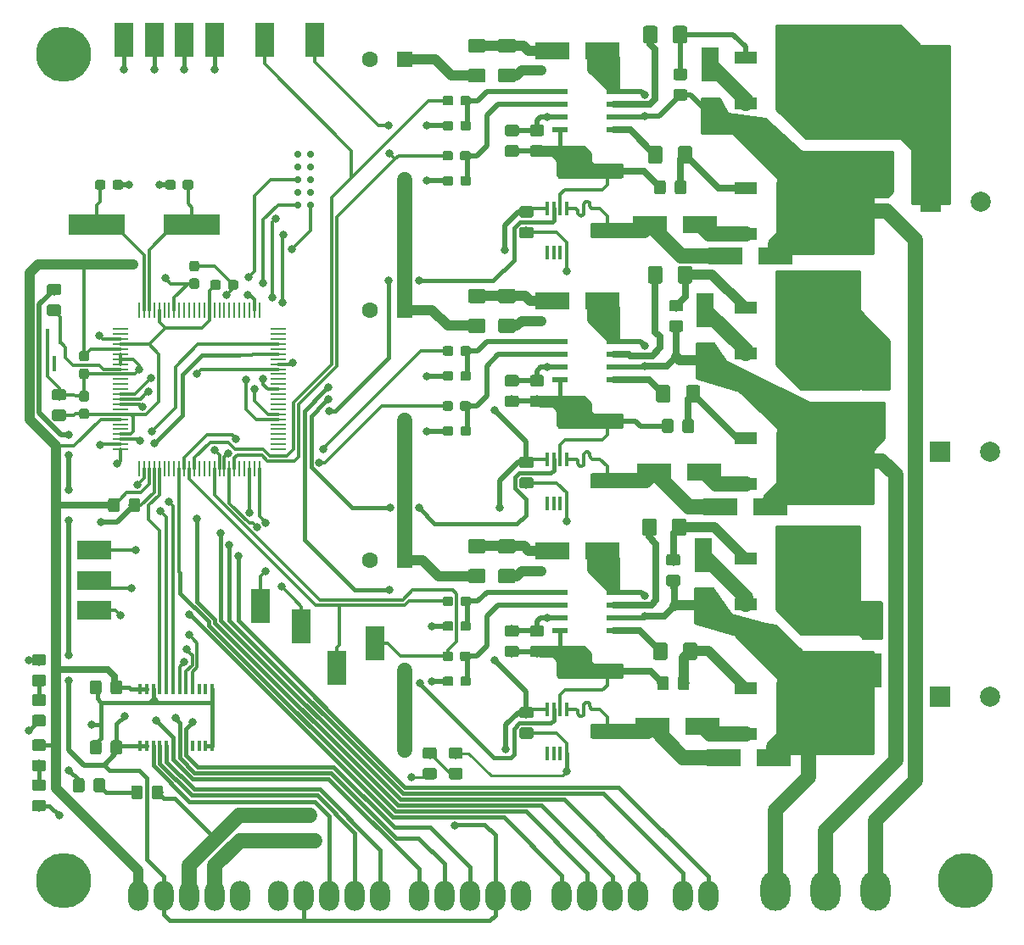
<source format=gbr>
G04 #@! TF.GenerationSoftware,KiCad,Pcbnew,5.0.2+dfsg1-1~bpo9+1*
G04 #@! TF.CreationDate,2020-06-16T21:43:01-06:00*
G04 #@! TF.ProjectId,SCARAMotorFeedbackController,53434152-414d-46f7-946f-724665656462,rev?*
G04 #@! TF.SameCoordinates,Original*
G04 #@! TF.FileFunction,Copper,L1,Top*
G04 #@! TF.FilePolarity,Positive*
%FSLAX46Y46*%
G04 Gerber Fmt 4.6, Leading zero omitted, Abs format (unit mm)*
G04 Created by KiCad (PCBNEW 5.0.2+dfsg1-1~bpo9+1) date Tue 16 Jun 2020 09:43:01 PM MDT*
%MOMM*%
%LPD*%
G01*
G04 APERTURE LIST*
G04 #@! TA.AperFunction,ComponentPad*
%ADD10C,5.500000*%
G04 #@! TD*
G04 #@! TA.AperFunction,Conductor*
%ADD11C,0.100000*%
G04 #@! TD*
G04 #@! TA.AperFunction,SMDPad,CuDef*
%ADD12C,1.150000*%
G04 #@! TD*
G04 #@! TA.AperFunction,SMDPad,CuDef*
%ADD13C,0.950000*%
G04 #@! TD*
G04 #@! TA.AperFunction,SMDPad,CuDef*
%ADD14R,1.500000X0.280000*%
G04 #@! TD*
G04 #@! TA.AperFunction,SMDPad,CuDef*
%ADD15R,0.280000X1.500000*%
G04 #@! TD*
G04 #@! TA.AperFunction,ComponentPad*
%ADD16C,0.700000*%
G04 #@! TD*
G04 #@! TA.AperFunction,ComponentPad*
%ADD17O,2.000000X3.000000*%
G04 #@! TD*
G04 #@! TA.AperFunction,SMDPad,CuDef*
%ADD18R,0.450000X1.500000*%
G04 #@! TD*
G04 #@! TA.AperFunction,SMDPad,CuDef*
%ADD19R,0.400000X1.100000*%
G04 #@! TD*
G04 #@! TA.AperFunction,SMDPad,CuDef*
%ADD20R,5.600000X2.100000*%
G04 #@! TD*
G04 #@! TA.AperFunction,ComponentPad*
%ADD21O,3.000000X4.000000*%
G04 #@! TD*
G04 #@! TA.AperFunction,SMDPad,CuDef*
%ADD22R,6.400000X5.800000*%
G04 #@! TD*
G04 #@! TA.AperFunction,SMDPad,CuDef*
%ADD23R,2.200000X1.200000*%
G04 #@! TD*
G04 #@! TA.AperFunction,SMDPad,CuDef*
%ADD24C,1.525000*%
G04 #@! TD*
G04 #@! TA.AperFunction,SMDPad,CuDef*
%ADD25R,0.450000X1.450000*%
G04 #@! TD*
G04 #@! TA.AperFunction,SMDPad,CuDef*
%ADD26R,1.550000X0.600000*%
G04 #@! TD*
G04 #@! TA.AperFunction,ComponentPad*
%ADD27C,1.600000*%
G04 #@! TD*
G04 #@! TA.AperFunction,ComponentPad*
%ADD28R,1.600000X1.600000*%
G04 #@! TD*
G04 #@! TA.AperFunction,SMDPad,CuDef*
%ADD29R,3.500000X1.800000*%
G04 #@! TD*
G04 #@! TA.AperFunction,SMDPad,CuDef*
%ADD30R,1.800000X3.500000*%
G04 #@! TD*
G04 #@! TA.AperFunction,ComponentPad*
%ADD31R,2.000000X2.000000*%
G04 #@! TD*
G04 #@! TA.AperFunction,ComponentPad*
%ADD32C,2.000000*%
G04 #@! TD*
G04 #@! TA.AperFunction,SMDPad,CuDef*
%ADD33C,1.425000*%
G04 #@! TD*
G04 #@! TA.AperFunction,SMDPad,CuDef*
%ADD34R,1.850000X3.450000*%
G04 #@! TD*
G04 #@! TA.AperFunction,SMDPad,CuDef*
%ADD35R,3.450000X1.850000*%
G04 #@! TD*
G04 #@! TA.AperFunction,ViaPad*
%ADD36C,0.800000*%
G04 #@! TD*
G04 #@! TA.AperFunction,Conductor*
%ADD37C,0.500000*%
G04 #@! TD*
G04 #@! TA.AperFunction,Conductor*
%ADD38C,0.300000*%
G04 #@! TD*
G04 #@! TA.AperFunction,Conductor*
%ADD39C,0.400000*%
G04 #@! TD*
G04 #@! TA.AperFunction,Conductor*
%ADD40C,0.250000*%
G04 #@! TD*
G04 #@! TA.AperFunction,Conductor*
%ADD41C,0.700000*%
G04 #@! TD*
G04 #@! TA.AperFunction,Conductor*
%ADD42C,1.000000*%
G04 #@! TD*
G04 #@! TA.AperFunction,Conductor*
%ADD43C,1.500000*%
G04 #@! TD*
G04 #@! TA.AperFunction,Conductor*
%ADD44C,0.254000*%
G04 #@! TD*
G04 APERTURE END LIST*
D10*
G04 #@! TO.P,,1*
G04 #@! TO.N,N/C*
X95000000Y5000000D03*
G04 #@! TD*
G04 #@! TO.P,,1*
G04 #@! TO.N,N/C*
X5000000Y87500000D03*
G04 #@! TD*
D11*
G04 #@! TO.N,GND*
G04 #@! TO.C,C1*
G36*
X12374505Y43198796D02*
X12398773Y43195196D01*
X12422572Y43189235D01*
X12445671Y43180970D01*
X12467850Y43170480D01*
X12488893Y43157868D01*
X12508599Y43143253D01*
X12526777Y43126777D01*
X12543253Y43108599D01*
X12557868Y43088893D01*
X12570480Y43067850D01*
X12580970Y43045671D01*
X12589235Y43022572D01*
X12595196Y42998773D01*
X12598796Y42974505D01*
X12600000Y42950001D01*
X12600000Y42049999D01*
X12598796Y42025495D01*
X12595196Y42001227D01*
X12589235Y41977428D01*
X12580970Y41954329D01*
X12570480Y41932150D01*
X12557868Y41911107D01*
X12543253Y41891401D01*
X12526777Y41873223D01*
X12508599Y41856747D01*
X12488893Y41842132D01*
X12467850Y41829520D01*
X12445671Y41819030D01*
X12422572Y41810765D01*
X12398773Y41804804D01*
X12374505Y41801204D01*
X12350001Y41800000D01*
X11699999Y41800000D01*
X11675495Y41801204D01*
X11651227Y41804804D01*
X11627428Y41810765D01*
X11604329Y41819030D01*
X11582150Y41829520D01*
X11561107Y41842132D01*
X11541401Y41856747D01*
X11523223Y41873223D01*
X11506747Y41891401D01*
X11492132Y41911107D01*
X11479520Y41932150D01*
X11469030Y41954329D01*
X11460765Y41977428D01*
X11454804Y42001227D01*
X11451204Y42025495D01*
X11450000Y42049999D01*
X11450000Y42950001D01*
X11451204Y42974505D01*
X11454804Y42998773D01*
X11460765Y43022572D01*
X11469030Y43045671D01*
X11479520Y43067850D01*
X11492132Y43088893D01*
X11506747Y43108599D01*
X11523223Y43126777D01*
X11541401Y43143253D01*
X11561107Y43157868D01*
X11582150Y43170480D01*
X11604329Y43180970D01*
X11627428Y43189235D01*
X11651227Y43195196D01*
X11675495Y43198796D01*
X11699999Y43200000D01*
X12350001Y43200000D01*
X12374505Y43198796D01*
X12374505Y43198796D01*
G37*
D12*
G04 #@! TD*
G04 #@! TO.P,C1,2*
G04 #@! TO.N,GND*
X12025000Y42500000D03*
D11*
G04 #@! TO.N,3V3*
G04 #@! TO.C,C1*
G36*
X10324505Y43198796D02*
X10348773Y43195196D01*
X10372572Y43189235D01*
X10395671Y43180970D01*
X10417850Y43170480D01*
X10438893Y43157868D01*
X10458599Y43143253D01*
X10476777Y43126777D01*
X10493253Y43108599D01*
X10507868Y43088893D01*
X10520480Y43067850D01*
X10530970Y43045671D01*
X10539235Y43022572D01*
X10545196Y42998773D01*
X10548796Y42974505D01*
X10550000Y42950001D01*
X10550000Y42049999D01*
X10548796Y42025495D01*
X10545196Y42001227D01*
X10539235Y41977428D01*
X10530970Y41954329D01*
X10520480Y41932150D01*
X10507868Y41911107D01*
X10493253Y41891401D01*
X10476777Y41873223D01*
X10458599Y41856747D01*
X10438893Y41842132D01*
X10417850Y41829520D01*
X10395671Y41819030D01*
X10372572Y41810765D01*
X10348773Y41804804D01*
X10324505Y41801204D01*
X10300001Y41800000D01*
X9649999Y41800000D01*
X9625495Y41801204D01*
X9601227Y41804804D01*
X9577428Y41810765D01*
X9554329Y41819030D01*
X9532150Y41829520D01*
X9511107Y41842132D01*
X9491401Y41856747D01*
X9473223Y41873223D01*
X9456747Y41891401D01*
X9442132Y41911107D01*
X9429520Y41932150D01*
X9419030Y41954329D01*
X9410765Y41977428D01*
X9404804Y42001227D01*
X9401204Y42025495D01*
X9400000Y42049999D01*
X9400000Y42950001D01*
X9401204Y42974505D01*
X9404804Y42998773D01*
X9410765Y43022572D01*
X9419030Y43045671D01*
X9429520Y43067850D01*
X9442132Y43088893D01*
X9456747Y43108599D01*
X9473223Y43126777D01*
X9491401Y43143253D01*
X9511107Y43157868D01*
X9532150Y43170480D01*
X9554329Y43180970D01*
X9577428Y43189235D01*
X9601227Y43195196D01*
X9625495Y43198796D01*
X9649999Y43200000D01*
X10300001Y43200000D01*
X10324505Y43198796D01*
X10324505Y43198796D01*
G37*
D12*
G04 #@! TD*
G04 #@! TO.P,C1,1*
G04 #@! TO.N,3V3*
X9975000Y42500000D03*
D11*
G04 #@! TO.N,Net-(C2-Pad1)*
G04 #@! TO.C,C2*
G36*
X4974505Y52048796D02*
X4998773Y52045196D01*
X5022572Y52039235D01*
X5045671Y52030970D01*
X5067850Y52020480D01*
X5088893Y52007868D01*
X5108599Y51993253D01*
X5126777Y51976777D01*
X5143253Y51958599D01*
X5157868Y51938893D01*
X5170480Y51917850D01*
X5180970Y51895671D01*
X5189235Y51872572D01*
X5195196Y51848773D01*
X5198796Y51824505D01*
X5200000Y51800001D01*
X5200000Y51149999D01*
X5198796Y51125495D01*
X5195196Y51101227D01*
X5189235Y51077428D01*
X5180970Y51054329D01*
X5170480Y51032150D01*
X5157868Y51011107D01*
X5143253Y50991401D01*
X5126777Y50973223D01*
X5108599Y50956747D01*
X5088893Y50942132D01*
X5067850Y50929520D01*
X5045671Y50919030D01*
X5022572Y50910765D01*
X4998773Y50904804D01*
X4974505Y50901204D01*
X4950001Y50900000D01*
X4049999Y50900000D01*
X4025495Y50901204D01*
X4001227Y50904804D01*
X3977428Y50910765D01*
X3954329Y50919030D01*
X3932150Y50929520D01*
X3911107Y50942132D01*
X3891401Y50956747D01*
X3873223Y50973223D01*
X3856747Y50991401D01*
X3842132Y51011107D01*
X3829520Y51032150D01*
X3819030Y51054329D01*
X3810765Y51077428D01*
X3804804Y51101227D01*
X3801204Y51125495D01*
X3800000Y51149999D01*
X3800000Y51800001D01*
X3801204Y51824505D01*
X3804804Y51848773D01*
X3810765Y51872572D01*
X3819030Y51895671D01*
X3829520Y51917850D01*
X3842132Y51938893D01*
X3856747Y51958599D01*
X3873223Y51976777D01*
X3891401Y51993253D01*
X3911107Y52007868D01*
X3932150Y52020480D01*
X3954329Y52030970D01*
X3977428Y52039235D01*
X4001227Y52045196D01*
X4025495Y52048796D01*
X4049999Y52050000D01*
X4950001Y52050000D01*
X4974505Y52048796D01*
X4974505Y52048796D01*
G37*
D12*
G04 #@! TD*
G04 #@! TO.P,C2,1*
G04 #@! TO.N,Net-(C2-Pad1)*
X4500000Y51475000D03*
D11*
G04 #@! TO.N,GND*
G04 #@! TO.C,C2*
G36*
X4974505Y54098796D02*
X4998773Y54095196D01*
X5022572Y54089235D01*
X5045671Y54080970D01*
X5067850Y54070480D01*
X5088893Y54057868D01*
X5108599Y54043253D01*
X5126777Y54026777D01*
X5143253Y54008599D01*
X5157868Y53988893D01*
X5170480Y53967850D01*
X5180970Y53945671D01*
X5189235Y53922572D01*
X5195196Y53898773D01*
X5198796Y53874505D01*
X5200000Y53850001D01*
X5200000Y53199999D01*
X5198796Y53175495D01*
X5195196Y53151227D01*
X5189235Y53127428D01*
X5180970Y53104329D01*
X5170480Y53082150D01*
X5157868Y53061107D01*
X5143253Y53041401D01*
X5126777Y53023223D01*
X5108599Y53006747D01*
X5088893Y52992132D01*
X5067850Y52979520D01*
X5045671Y52969030D01*
X5022572Y52960765D01*
X4998773Y52954804D01*
X4974505Y52951204D01*
X4950001Y52950000D01*
X4049999Y52950000D01*
X4025495Y52951204D01*
X4001227Y52954804D01*
X3977428Y52960765D01*
X3954329Y52969030D01*
X3932150Y52979520D01*
X3911107Y52992132D01*
X3891401Y53006747D01*
X3873223Y53023223D01*
X3856747Y53041401D01*
X3842132Y53061107D01*
X3829520Y53082150D01*
X3819030Y53104329D01*
X3810765Y53127428D01*
X3804804Y53151227D01*
X3801204Y53175495D01*
X3800000Y53199999D01*
X3800000Y53850001D01*
X3801204Y53874505D01*
X3804804Y53898773D01*
X3810765Y53922572D01*
X3819030Y53945671D01*
X3829520Y53967850D01*
X3842132Y53988893D01*
X3856747Y54008599D01*
X3873223Y54026777D01*
X3891401Y54043253D01*
X3911107Y54057868D01*
X3932150Y54070480D01*
X3954329Y54080970D01*
X3977428Y54089235D01*
X4001227Y54095196D01*
X4025495Y54098796D01*
X4049999Y54100000D01*
X4950001Y54100000D01*
X4974505Y54098796D01*
X4974505Y54098796D01*
G37*
D12*
G04 #@! TD*
G04 #@! TO.P,C2,2*
G04 #@! TO.N,GND*
X4500000Y53525000D03*
D11*
G04 #@! TO.N,GND*
G04 #@! TO.C,C3*
G36*
X18260779Y66898856D02*
X18283834Y66895437D01*
X18306443Y66889773D01*
X18328387Y66881921D01*
X18349457Y66871956D01*
X18369448Y66859974D01*
X18388168Y66846090D01*
X18405438Y66830438D01*
X18421090Y66813168D01*
X18434974Y66794448D01*
X18446956Y66774457D01*
X18456921Y66753387D01*
X18464773Y66731443D01*
X18470437Y66708834D01*
X18473856Y66685779D01*
X18475000Y66662500D01*
X18475000Y66087500D01*
X18473856Y66064221D01*
X18470437Y66041166D01*
X18464773Y66018557D01*
X18456921Y65996613D01*
X18446956Y65975543D01*
X18434974Y65955552D01*
X18421090Y65936832D01*
X18405438Y65919562D01*
X18388168Y65903910D01*
X18369448Y65890026D01*
X18349457Y65878044D01*
X18328387Y65868079D01*
X18306443Y65860227D01*
X18283834Y65854563D01*
X18260779Y65851144D01*
X18237500Y65850000D01*
X17762500Y65850000D01*
X17739221Y65851144D01*
X17716166Y65854563D01*
X17693557Y65860227D01*
X17671613Y65868079D01*
X17650543Y65878044D01*
X17630552Y65890026D01*
X17611832Y65903910D01*
X17594562Y65919562D01*
X17578910Y65936832D01*
X17565026Y65955552D01*
X17553044Y65975543D01*
X17543079Y65996613D01*
X17535227Y66018557D01*
X17529563Y66041166D01*
X17526144Y66064221D01*
X17525000Y66087500D01*
X17525000Y66662500D01*
X17526144Y66685779D01*
X17529563Y66708834D01*
X17535227Y66731443D01*
X17543079Y66753387D01*
X17553044Y66774457D01*
X17565026Y66794448D01*
X17578910Y66813168D01*
X17594562Y66830438D01*
X17611832Y66846090D01*
X17630552Y66859974D01*
X17650543Y66871956D01*
X17671613Y66881921D01*
X17693557Y66889773D01*
X17716166Y66895437D01*
X17739221Y66898856D01*
X17762500Y66900000D01*
X18237500Y66900000D01*
X18260779Y66898856D01*
X18260779Y66898856D01*
G37*
D13*
G04 #@! TD*
G04 #@! TO.P,C3,2*
G04 #@! TO.N,GND*
X18000000Y66375000D03*
D11*
G04 #@! TO.N,3V3*
G04 #@! TO.C,C3*
G36*
X18260779Y65148856D02*
X18283834Y65145437D01*
X18306443Y65139773D01*
X18328387Y65131921D01*
X18349457Y65121956D01*
X18369448Y65109974D01*
X18388168Y65096090D01*
X18405438Y65080438D01*
X18421090Y65063168D01*
X18434974Y65044448D01*
X18446956Y65024457D01*
X18456921Y65003387D01*
X18464773Y64981443D01*
X18470437Y64958834D01*
X18473856Y64935779D01*
X18475000Y64912500D01*
X18475000Y64337500D01*
X18473856Y64314221D01*
X18470437Y64291166D01*
X18464773Y64268557D01*
X18456921Y64246613D01*
X18446956Y64225543D01*
X18434974Y64205552D01*
X18421090Y64186832D01*
X18405438Y64169562D01*
X18388168Y64153910D01*
X18369448Y64140026D01*
X18349457Y64128044D01*
X18328387Y64118079D01*
X18306443Y64110227D01*
X18283834Y64104563D01*
X18260779Y64101144D01*
X18237500Y64100000D01*
X17762500Y64100000D01*
X17739221Y64101144D01*
X17716166Y64104563D01*
X17693557Y64110227D01*
X17671613Y64118079D01*
X17650543Y64128044D01*
X17630552Y64140026D01*
X17611832Y64153910D01*
X17594562Y64169562D01*
X17578910Y64186832D01*
X17565026Y64205552D01*
X17553044Y64225543D01*
X17543079Y64246613D01*
X17535227Y64268557D01*
X17529563Y64291166D01*
X17526144Y64314221D01*
X17525000Y64337500D01*
X17525000Y64912500D01*
X17526144Y64935779D01*
X17529563Y64958834D01*
X17535227Y64981443D01*
X17543079Y65003387D01*
X17553044Y65024457D01*
X17565026Y65044448D01*
X17578910Y65063168D01*
X17594562Y65080438D01*
X17611832Y65096090D01*
X17630552Y65109974D01*
X17650543Y65121956D01*
X17671613Y65131921D01*
X17693557Y65139773D01*
X17716166Y65145437D01*
X17739221Y65148856D01*
X17762500Y65150000D01*
X18237500Y65150000D01*
X18260779Y65148856D01*
X18260779Y65148856D01*
G37*
D13*
G04 #@! TD*
G04 #@! TO.P,C3,1*
G04 #@! TO.N,3V3*
X18000000Y64625000D03*
D11*
G04 #@! TO.N,Net-(C2-Pad1)*
G04 #@! TO.C,C4*
G36*
X20435779Y64973856D02*
X20458834Y64970437D01*
X20481443Y64964773D01*
X20503387Y64956921D01*
X20524457Y64946956D01*
X20544448Y64934974D01*
X20563168Y64921090D01*
X20580438Y64905438D01*
X20596090Y64888168D01*
X20609974Y64869448D01*
X20621956Y64849457D01*
X20631921Y64828387D01*
X20639773Y64806443D01*
X20645437Y64783834D01*
X20648856Y64760779D01*
X20650000Y64737500D01*
X20650000Y64262500D01*
X20648856Y64239221D01*
X20645437Y64216166D01*
X20639773Y64193557D01*
X20631921Y64171613D01*
X20621956Y64150543D01*
X20609974Y64130552D01*
X20596090Y64111832D01*
X20580438Y64094562D01*
X20563168Y64078910D01*
X20544448Y64065026D01*
X20524457Y64053044D01*
X20503387Y64043079D01*
X20481443Y64035227D01*
X20458834Y64029563D01*
X20435779Y64026144D01*
X20412500Y64025000D01*
X19837500Y64025000D01*
X19814221Y64026144D01*
X19791166Y64029563D01*
X19768557Y64035227D01*
X19746613Y64043079D01*
X19725543Y64053044D01*
X19705552Y64065026D01*
X19686832Y64078910D01*
X19669562Y64094562D01*
X19653910Y64111832D01*
X19640026Y64130552D01*
X19628044Y64150543D01*
X19618079Y64171613D01*
X19610227Y64193557D01*
X19604563Y64216166D01*
X19601144Y64239221D01*
X19600000Y64262500D01*
X19600000Y64737500D01*
X19601144Y64760779D01*
X19604563Y64783834D01*
X19610227Y64806443D01*
X19618079Y64828387D01*
X19628044Y64849457D01*
X19640026Y64869448D01*
X19653910Y64888168D01*
X19669562Y64905438D01*
X19686832Y64921090D01*
X19705552Y64934974D01*
X19725543Y64946956D01*
X19746613Y64956921D01*
X19768557Y64964773D01*
X19791166Y64970437D01*
X19814221Y64973856D01*
X19837500Y64975000D01*
X20412500Y64975000D01*
X20435779Y64973856D01*
X20435779Y64973856D01*
G37*
D13*
G04 #@! TD*
G04 #@! TO.P,C4,1*
G04 #@! TO.N,Net-(C2-Pad1)*
X20125000Y64500000D03*
D11*
G04 #@! TO.N,GND*
G04 #@! TO.C,C4*
G36*
X22185779Y64973856D02*
X22208834Y64970437D01*
X22231443Y64964773D01*
X22253387Y64956921D01*
X22274457Y64946956D01*
X22294448Y64934974D01*
X22313168Y64921090D01*
X22330438Y64905438D01*
X22346090Y64888168D01*
X22359974Y64869448D01*
X22371956Y64849457D01*
X22381921Y64828387D01*
X22389773Y64806443D01*
X22395437Y64783834D01*
X22398856Y64760779D01*
X22400000Y64737500D01*
X22400000Y64262500D01*
X22398856Y64239221D01*
X22395437Y64216166D01*
X22389773Y64193557D01*
X22381921Y64171613D01*
X22371956Y64150543D01*
X22359974Y64130552D01*
X22346090Y64111832D01*
X22330438Y64094562D01*
X22313168Y64078910D01*
X22294448Y64065026D01*
X22274457Y64053044D01*
X22253387Y64043079D01*
X22231443Y64035227D01*
X22208834Y64029563D01*
X22185779Y64026144D01*
X22162500Y64025000D01*
X21587500Y64025000D01*
X21564221Y64026144D01*
X21541166Y64029563D01*
X21518557Y64035227D01*
X21496613Y64043079D01*
X21475543Y64053044D01*
X21455552Y64065026D01*
X21436832Y64078910D01*
X21419562Y64094562D01*
X21403910Y64111832D01*
X21390026Y64130552D01*
X21378044Y64150543D01*
X21368079Y64171613D01*
X21360227Y64193557D01*
X21354563Y64216166D01*
X21351144Y64239221D01*
X21350000Y64262500D01*
X21350000Y64737500D01*
X21351144Y64760779D01*
X21354563Y64783834D01*
X21360227Y64806443D01*
X21368079Y64828387D01*
X21378044Y64849457D01*
X21390026Y64869448D01*
X21403910Y64888168D01*
X21419562Y64905438D01*
X21436832Y64921090D01*
X21455552Y64934974D01*
X21475543Y64946956D01*
X21496613Y64956921D01*
X21518557Y64964773D01*
X21541166Y64970437D01*
X21564221Y64973856D01*
X21587500Y64975000D01*
X22162500Y64975000D01*
X22185779Y64973856D01*
X22185779Y64973856D01*
G37*
D13*
G04 #@! TD*
G04 #@! TO.P,C4,2*
G04 #@! TO.N,GND*
X21875000Y64500000D03*
D11*
G04 #@! TO.N,3V3*
G04 #@! TO.C,C5*
G36*
X7260779Y57898856D02*
X7283834Y57895437D01*
X7306443Y57889773D01*
X7328387Y57881921D01*
X7349457Y57871956D01*
X7369448Y57859974D01*
X7388168Y57846090D01*
X7405438Y57830438D01*
X7421090Y57813168D01*
X7434974Y57794448D01*
X7446956Y57774457D01*
X7456921Y57753387D01*
X7464773Y57731443D01*
X7470437Y57708834D01*
X7473856Y57685779D01*
X7475000Y57662500D01*
X7475000Y57087500D01*
X7473856Y57064221D01*
X7470437Y57041166D01*
X7464773Y57018557D01*
X7456921Y56996613D01*
X7446956Y56975543D01*
X7434974Y56955552D01*
X7421090Y56936832D01*
X7405438Y56919562D01*
X7388168Y56903910D01*
X7369448Y56890026D01*
X7349457Y56878044D01*
X7328387Y56868079D01*
X7306443Y56860227D01*
X7283834Y56854563D01*
X7260779Y56851144D01*
X7237500Y56850000D01*
X6762500Y56850000D01*
X6739221Y56851144D01*
X6716166Y56854563D01*
X6693557Y56860227D01*
X6671613Y56868079D01*
X6650543Y56878044D01*
X6630552Y56890026D01*
X6611832Y56903910D01*
X6594562Y56919562D01*
X6578910Y56936832D01*
X6565026Y56955552D01*
X6553044Y56975543D01*
X6543079Y56996613D01*
X6535227Y57018557D01*
X6529563Y57041166D01*
X6526144Y57064221D01*
X6525000Y57087500D01*
X6525000Y57662500D01*
X6526144Y57685779D01*
X6529563Y57708834D01*
X6535227Y57731443D01*
X6543079Y57753387D01*
X6553044Y57774457D01*
X6565026Y57794448D01*
X6578910Y57813168D01*
X6594562Y57830438D01*
X6611832Y57846090D01*
X6630552Y57859974D01*
X6650543Y57871956D01*
X6671613Y57881921D01*
X6693557Y57889773D01*
X6716166Y57895437D01*
X6739221Y57898856D01*
X6762500Y57900000D01*
X7237500Y57900000D01*
X7260779Y57898856D01*
X7260779Y57898856D01*
G37*
D13*
G04 #@! TD*
G04 #@! TO.P,C5,1*
G04 #@! TO.N,3V3*
X7000000Y57375000D03*
D11*
G04 #@! TO.N,GND*
G04 #@! TO.C,C5*
G36*
X7260779Y56148856D02*
X7283834Y56145437D01*
X7306443Y56139773D01*
X7328387Y56131921D01*
X7349457Y56121956D01*
X7369448Y56109974D01*
X7388168Y56096090D01*
X7405438Y56080438D01*
X7421090Y56063168D01*
X7434974Y56044448D01*
X7446956Y56024457D01*
X7456921Y56003387D01*
X7464773Y55981443D01*
X7470437Y55958834D01*
X7473856Y55935779D01*
X7475000Y55912500D01*
X7475000Y55337500D01*
X7473856Y55314221D01*
X7470437Y55291166D01*
X7464773Y55268557D01*
X7456921Y55246613D01*
X7446956Y55225543D01*
X7434974Y55205552D01*
X7421090Y55186832D01*
X7405438Y55169562D01*
X7388168Y55153910D01*
X7369448Y55140026D01*
X7349457Y55128044D01*
X7328387Y55118079D01*
X7306443Y55110227D01*
X7283834Y55104563D01*
X7260779Y55101144D01*
X7237500Y55100000D01*
X6762500Y55100000D01*
X6739221Y55101144D01*
X6716166Y55104563D01*
X6693557Y55110227D01*
X6671613Y55118079D01*
X6650543Y55128044D01*
X6630552Y55140026D01*
X6611832Y55153910D01*
X6594562Y55169562D01*
X6578910Y55186832D01*
X6565026Y55205552D01*
X6553044Y55225543D01*
X6543079Y55246613D01*
X6535227Y55268557D01*
X6529563Y55291166D01*
X6526144Y55314221D01*
X6525000Y55337500D01*
X6525000Y55912500D01*
X6526144Y55935779D01*
X6529563Y55958834D01*
X6535227Y55981443D01*
X6543079Y56003387D01*
X6553044Y56024457D01*
X6565026Y56044448D01*
X6578910Y56063168D01*
X6594562Y56080438D01*
X6611832Y56096090D01*
X6630552Y56109974D01*
X6650543Y56121956D01*
X6671613Y56131921D01*
X6693557Y56139773D01*
X6716166Y56145437D01*
X6739221Y56148856D01*
X6762500Y56150000D01*
X7237500Y56150000D01*
X7260779Y56148856D01*
X7260779Y56148856D01*
G37*
D13*
G04 #@! TD*
G04 #@! TO.P,C5,2*
G04 #@! TO.N,GND*
X7000000Y55625000D03*
D11*
G04 #@! TO.N,Net-(C2-Pad1)*
G04 #@! TO.C,C6*
G36*
X7260779Y52148856D02*
X7283834Y52145437D01*
X7306443Y52139773D01*
X7328387Y52131921D01*
X7349457Y52121956D01*
X7369448Y52109974D01*
X7388168Y52096090D01*
X7405438Y52080438D01*
X7421090Y52063168D01*
X7434974Y52044448D01*
X7446956Y52024457D01*
X7456921Y52003387D01*
X7464773Y51981443D01*
X7470437Y51958834D01*
X7473856Y51935779D01*
X7475000Y51912500D01*
X7475000Y51337500D01*
X7473856Y51314221D01*
X7470437Y51291166D01*
X7464773Y51268557D01*
X7456921Y51246613D01*
X7446956Y51225543D01*
X7434974Y51205552D01*
X7421090Y51186832D01*
X7405438Y51169562D01*
X7388168Y51153910D01*
X7369448Y51140026D01*
X7349457Y51128044D01*
X7328387Y51118079D01*
X7306443Y51110227D01*
X7283834Y51104563D01*
X7260779Y51101144D01*
X7237500Y51100000D01*
X6762500Y51100000D01*
X6739221Y51101144D01*
X6716166Y51104563D01*
X6693557Y51110227D01*
X6671613Y51118079D01*
X6650543Y51128044D01*
X6630552Y51140026D01*
X6611832Y51153910D01*
X6594562Y51169562D01*
X6578910Y51186832D01*
X6565026Y51205552D01*
X6553044Y51225543D01*
X6543079Y51246613D01*
X6535227Y51268557D01*
X6529563Y51291166D01*
X6526144Y51314221D01*
X6525000Y51337500D01*
X6525000Y51912500D01*
X6526144Y51935779D01*
X6529563Y51958834D01*
X6535227Y51981443D01*
X6543079Y52003387D01*
X6553044Y52024457D01*
X6565026Y52044448D01*
X6578910Y52063168D01*
X6594562Y52080438D01*
X6611832Y52096090D01*
X6630552Y52109974D01*
X6650543Y52121956D01*
X6671613Y52131921D01*
X6693557Y52139773D01*
X6716166Y52145437D01*
X6739221Y52148856D01*
X6762500Y52150000D01*
X7237500Y52150000D01*
X7260779Y52148856D01*
X7260779Y52148856D01*
G37*
D13*
G04 #@! TD*
G04 #@! TO.P,C6,1*
G04 #@! TO.N,Net-(C2-Pad1)*
X7000000Y51625000D03*
D11*
G04 #@! TO.N,GND*
G04 #@! TO.C,C6*
G36*
X7260779Y53898856D02*
X7283834Y53895437D01*
X7306443Y53889773D01*
X7328387Y53881921D01*
X7349457Y53871956D01*
X7369448Y53859974D01*
X7388168Y53846090D01*
X7405438Y53830438D01*
X7421090Y53813168D01*
X7434974Y53794448D01*
X7446956Y53774457D01*
X7456921Y53753387D01*
X7464773Y53731443D01*
X7470437Y53708834D01*
X7473856Y53685779D01*
X7475000Y53662500D01*
X7475000Y53087500D01*
X7473856Y53064221D01*
X7470437Y53041166D01*
X7464773Y53018557D01*
X7456921Y52996613D01*
X7446956Y52975543D01*
X7434974Y52955552D01*
X7421090Y52936832D01*
X7405438Y52919562D01*
X7388168Y52903910D01*
X7369448Y52890026D01*
X7349457Y52878044D01*
X7328387Y52868079D01*
X7306443Y52860227D01*
X7283834Y52854563D01*
X7260779Y52851144D01*
X7237500Y52850000D01*
X6762500Y52850000D01*
X6739221Y52851144D01*
X6716166Y52854563D01*
X6693557Y52860227D01*
X6671613Y52868079D01*
X6650543Y52878044D01*
X6630552Y52890026D01*
X6611832Y52903910D01*
X6594562Y52919562D01*
X6578910Y52936832D01*
X6565026Y52955552D01*
X6553044Y52975543D01*
X6543079Y52996613D01*
X6535227Y53018557D01*
X6529563Y53041166D01*
X6526144Y53064221D01*
X6525000Y53087500D01*
X6525000Y53662500D01*
X6526144Y53685779D01*
X6529563Y53708834D01*
X6535227Y53731443D01*
X6543079Y53753387D01*
X6553044Y53774457D01*
X6565026Y53794448D01*
X6578910Y53813168D01*
X6594562Y53830438D01*
X6611832Y53846090D01*
X6630552Y53859974D01*
X6650543Y53871956D01*
X6671613Y53881921D01*
X6693557Y53889773D01*
X6716166Y53895437D01*
X6739221Y53898856D01*
X6762500Y53900000D01*
X7237500Y53900000D01*
X7260779Y53898856D01*
X7260779Y53898856D01*
G37*
D13*
G04 #@! TD*
G04 #@! TO.P,C6,2*
G04 #@! TO.N,GND*
X7000000Y53375000D03*
D14*
G04 #@! TO.P,U1,1*
G04 #@! TO.N,Net-(U1-Pad1)*
X10605001Y60074999D03*
G04 #@! TO.P,U1,2*
G04 #@! TO.N,Net-(U1-Pad2)*
X10605001Y59574999D03*
G04 #@! TO.P,U1,3*
G04 #@! TO.N,GND*
X10605001Y59074999D03*
G04 #@! TO.P,U1,4*
G04 #@! TO.N,Net-(C2-Pad1)*
X10605001Y58574999D03*
G04 #@! TO.P,U1,5*
G04 #@! TO.N,3V3*
X10605001Y58074999D03*
G04 #@! TO.P,U1,6*
G04 #@! TO.N,GND*
X10605001Y57574999D03*
G04 #@! TO.P,U1,7*
X10605001Y57074999D03*
G04 #@! TO.P,U1,8*
X10605001Y56574999D03*
G04 #@! TO.P,U1,9*
G04 #@! TO.N,3V3Ref*
X10605001Y56074999D03*
G04 #@! TO.P,U1,10*
G04 #@! TO.N,GND*
X10605001Y55574999D03*
G04 #@! TO.P,U1,11*
G04 #@! TO.N,Net-(U1-Pad11)*
X10605001Y55074999D03*
G04 #@! TO.P,U1,12*
G04 #@! TO.N,Net-(U1-Pad12)*
X10605001Y54574999D03*
G04 #@! TO.P,U1,13*
G04 #@! TO.N,Net-(U1-Pad13)*
X10605001Y54074999D03*
G04 #@! TO.P,U1,14*
G04 #@! TO.N,CurrentSenseW*
X10605001Y53574999D03*
G04 #@! TO.P,U1,15*
G04 #@! TO.N,CurrentSenseV*
X10605001Y53074999D03*
G04 #@! TO.P,U1,16*
G04 #@! TO.N,CurrentSenseU*
X10605001Y52574999D03*
G04 #@! TO.P,U1,17*
G04 #@! TO.N,Net-(U1-Pad17)*
X10605001Y52074999D03*
G04 #@! TO.P,U1,18*
G04 #@! TO.N,Net-(C2-Pad1)*
X10605001Y51574999D03*
G04 #@! TO.P,U1,19*
G04 #@! TO.N,3V3*
X10605001Y51074999D03*
G04 #@! TO.P,U1,20*
G04 #@! TO.N,Net-(U1-Pad20)*
X10605001Y50574999D03*
G04 #@! TO.P,U1,21*
G04 #@! TO.N,Net-(U1-Pad21)*
X10605001Y50074999D03*
G04 #@! TO.P,U1,22*
G04 #@! TO.N,Net-(C2-Pad1)*
X10605001Y49574999D03*
G04 #@! TO.P,U1,23*
G04 #@! TO.N,HallUShift*
X10605001Y49074999D03*
G04 #@! TO.P,U1,24*
G04 #@! TO.N,HallVShift*
X10605001Y48574999D03*
G04 #@! TO.P,U1,25*
G04 #@! TO.N,HallWShift*
X10605001Y48074999D03*
D15*
G04 #@! TO.P,U1,26*
G04 #@! TO.N,Net-(U1-Pad26)*
X12505001Y46174999D03*
G04 #@! TO.P,U1,27*
G04 #@! TO.N,MOSI*
X13005001Y46174999D03*
G04 #@! TO.P,U1,28*
G04 #@! TO.N,3V3*
X13505001Y46174999D03*
G04 #@! TO.P,U1,29*
G04 #@! TO.N,GND*
X14005001Y46174999D03*
G04 #@! TO.P,U1,30*
G04 #@! TO.N,IndexShift*
X14505001Y46174999D03*
G04 #@! TO.P,U1,31*
G04 #@! TO.N,Net-(U1-Pad31)*
X15005001Y46174999D03*
G04 #@! TO.P,U1,32*
G04 #@! TO.N,Net-(U1-Pad32)*
X15505001Y46174999D03*
G04 #@! TO.P,U1,33*
G04 #@! TO.N,Net-(U1-Pad33)*
X16005001Y46174999D03*
G04 #@! TO.P,U1,34*
G04 #@! TO.N,SCLK*
X16505001Y46174999D03*
G04 #@! TO.P,U1,35*
G04 #@! TO.N,PhaseVLower*
X17005001Y46174999D03*
G04 #@! TO.P,U1,36*
G04 #@! TO.N,PhaseWLower*
X17505001Y46174999D03*
G04 #@! TO.P,U1,37*
G04 #@! TO.N,PhaseULower*
X18005001Y46174999D03*
G04 #@! TO.P,U1,38*
G04 #@! TO.N,Net-(U1-Pad38)*
X18505001Y46174999D03*
G04 #@! TO.P,U1,39*
G04 #@! TO.N,Net-(U1-Pad39)*
X19005001Y46174999D03*
G04 #@! TO.P,U1,40*
G04 #@! TO.N,Net-(U1-Pad40)*
X19505001Y46174999D03*
G04 #@! TO.P,U1,41*
G04 #@! TO.N,PhaseWUpper*
X20005001Y46174999D03*
G04 #@! TO.P,U1,42*
G04 #@! TO.N,EndstopCommon*
X20505001Y46174999D03*
G04 #@! TO.P,U1,43*
G04 #@! TO.N,PhaseVUpper*
X21005001Y46174999D03*
G04 #@! TO.P,U1,44*
G04 #@! TO.N,SS*
X21505001Y46174999D03*
G04 #@! TO.P,U1,45*
G04 #@! TO.N,PhaseUUpper*
X22005001Y46174999D03*
G04 #@! TO.P,U1,46*
G04 #@! TO.N,Net-(U1-Pad46)*
X22505001Y46174999D03*
G04 #@! TO.P,U1,47*
G04 #@! TO.N,Net-(U1-Pad47)*
X23005001Y46174999D03*
G04 #@! TO.P,U1,48*
G04 #@! TO.N,MISO*
X23505001Y46174999D03*
G04 #@! TO.P,U1,49*
G04 #@! TO.N,Net-(U1-Pad49)*
X24005001Y46174999D03*
G04 #@! TO.P,U1,50*
G04 #@! TO.N,EndstopSwitch*
X24505001Y46174999D03*
D14*
G04 #@! TO.P,U1,51*
G04 #@! TO.N,Net-(U1-Pad51)*
X26405001Y48074999D03*
G04 #@! TO.P,U1,52*
G04 #@! TO.N,Net-(U1-Pad52)*
X26405001Y48574999D03*
G04 #@! TO.P,U1,53*
G04 #@! TO.N,Net-(U1-Pad53)*
X26405001Y49074999D03*
G04 #@! TO.P,U1,54*
G04 #@! TO.N,Net-(U1-Pad54)*
X26405001Y49574999D03*
G04 #@! TO.P,U1,55*
G04 #@! TO.N,Net-(U1-Pad55)*
X26405001Y50074999D03*
G04 #@! TO.P,U1,56*
G04 #@! TO.N,Net-(U1-Pad56)*
X26405001Y50574999D03*
G04 #@! TO.P,U1,57*
G04 #@! TO.N,SWDIO*
X26405001Y51074999D03*
G04 #@! TO.P,U1,58*
G04 #@! TO.N,nRESET*
X26405001Y51574999D03*
G04 #@! TO.P,U1,59*
G04 #@! TO.N,Net-(U1-Pad59)*
X26405001Y52074999D03*
G04 #@! TO.P,U1,60*
G04 #@! TO.N,Net-(U1-Pad60)*
X26405001Y52574999D03*
G04 #@! TO.P,U1,61*
G04 #@! TO.N,Net-(U1-Pad61)*
X26405001Y53074999D03*
G04 #@! TO.P,U1,62*
G04 #@! TO.N,Net-(U1-Pad62)*
X26405001Y53574999D03*
G04 #@! TO.P,U1,63*
G04 #@! TO.N,SWDCLK*
X26405001Y54074999D03*
G04 #@! TO.P,U1,64*
G04 #@! TO.N,Net-(U1-Pad64)*
X26405001Y54574999D03*
G04 #@! TO.P,U1,65*
G04 #@! TO.N,Net-(U1-Pad65)*
X26405001Y55074999D03*
G04 #@! TO.P,U1,66*
G04 #@! TO.N,Net-(U1-Pad66)*
X26405001Y55574999D03*
G04 #@! TO.P,U1,67*
G04 #@! TO.N,GND*
X26405001Y56074999D03*
G04 #@! TO.P,U1,68*
G04 #@! TO.N,3V3*
X26405001Y56574999D03*
G04 #@! TO.P,U1,69*
G04 #@! TO.N,Net-(U1-Pad69)*
X26405001Y57074999D03*
G04 #@! TO.P,U1,70*
G04 #@! TO.N,ChannelBShift*
X26405001Y57574999D03*
G04 #@! TO.P,U1,71*
G04 #@! TO.N,Net-(U1-Pad71)*
X26405001Y58074999D03*
G04 #@! TO.P,U1,72*
G04 #@! TO.N,ChannelAShift*
X26405001Y58574999D03*
G04 #@! TO.P,U1,73*
G04 #@! TO.N,Net-(U1-Pad73)*
X26405001Y59074999D03*
G04 #@! TO.P,U1,74*
G04 #@! TO.N,Net-(U1-Pad74)*
X26405001Y59574999D03*
G04 #@! TO.P,U1,75*
G04 #@! TO.N,Net-(U1-Pad75)*
X26405001Y60074999D03*
D15*
G04 #@! TO.P,U1,76*
G04 #@! TO.N,Net-(U1-Pad76)*
X24505001Y61974999D03*
G04 #@! TO.P,U1,77*
G04 #@! TO.N,SWO*
X24005001Y61974999D03*
G04 #@! TO.P,U1,78*
G04 #@! TO.N,Net-(U1-Pad78)*
X23505001Y61974999D03*
G04 #@! TO.P,U1,79*
G04 #@! TO.N,Net-(U1-Pad79)*
X23005001Y61974999D03*
G04 #@! TO.P,U1,80*
G04 #@! TO.N,Net-(U1-Pad80)*
X22505001Y61974999D03*
G04 #@! TO.P,U1,81*
G04 #@! TO.N,Net-(U1-Pad81)*
X22005001Y61974999D03*
G04 #@! TO.P,U1,82*
G04 #@! TO.N,Net-(U1-Pad82)*
X21505001Y61974999D03*
G04 #@! TO.P,U1,83*
G04 #@! TO.N,Net-(U1-Pad83)*
X21005001Y61974999D03*
G04 #@! TO.P,U1,84*
G04 #@! TO.N,Net-(U1-Pad84)*
X20505001Y61974999D03*
G04 #@! TO.P,U1,85*
G04 #@! TO.N,Net-(U1-Pad85)*
X20005001Y61974999D03*
G04 #@! TO.P,U1,86*
G04 #@! TO.N,Net-(C2-Pad1)*
X19505001Y61974999D03*
G04 #@! TO.P,U1,87*
G04 #@! TO.N,Net-(U1-Pad87)*
X19005001Y61974999D03*
G04 #@! TO.P,U1,88*
G04 #@! TO.N,Net-(U1-Pad88)*
X18505001Y61974999D03*
G04 #@! TO.P,U1,89*
G04 #@! TO.N,Net-(U1-Pad89)*
X18005001Y61974999D03*
G04 #@! TO.P,U1,90*
G04 #@! TO.N,Net-(U1-Pad90)*
X17505001Y61974999D03*
G04 #@! TO.P,U1,91*
G04 #@! TO.N,Net-(U1-Pad91)*
X17005001Y61974999D03*
G04 #@! TO.P,U1,92*
G04 #@! TO.N,Net-(U1-Pad92)*
X16505001Y61974999D03*
G04 #@! TO.P,U1,93*
G04 #@! TO.N,3V3*
X16005001Y61974999D03*
G04 #@! TO.P,U1,94*
G04 #@! TO.N,Net-(U1-Pad94)*
X15505001Y61974999D03*
G04 #@! TO.P,U1,95*
G04 #@! TO.N,Net-(U1-Pad95)*
X15005001Y61974999D03*
G04 #@! TO.P,U1,96*
G04 #@! TO.N,Net-(C2-Pad1)*
X14505001Y61974999D03*
G04 #@! TO.P,U1,97*
G04 #@! TO.N,Net-(U1-Pad97)*
X14005001Y61974999D03*
G04 #@! TO.P,U1,98*
G04 #@! TO.N,Net-(C33-Pad2)*
X13505001Y61974999D03*
G04 #@! TO.P,U1,99*
G04 #@! TO.N,Net-(C34-Pad2)*
X13005001Y61974999D03*
G04 #@! TO.P,U1,100*
G04 #@! TO.N,Net-(U1-Pad100)*
X12505001Y61974999D03*
G04 #@! TD*
D11*
G04 #@! TO.N,GND*
G04 #@! TO.C,C33*
G36*
X15935779Y74973856D02*
X15958834Y74970437D01*
X15981443Y74964773D01*
X16003387Y74956921D01*
X16024457Y74946956D01*
X16044448Y74934974D01*
X16063168Y74921090D01*
X16080438Y74905438D01*
X16096090Y74888168D01*
X16109974Y74869448D01*
X16121956Y74849457D01*
X16131921Y74828387D01*
X16139773Y74806443D01*
X16145437Y74783834D01*
X16148856Y74760779D01*
X16150000Y74737500D01*
X16150000Y74262500D01*
X16148856Y74239221D01*
X16145437Y74216166D01*
X16139773Y74193557D01*
X16131921Y74171613D01*
X16121956Y74150543D01*
X16109974Y74130552D01*
X16096090Y74111832D01*
X16080438Y74094562D01*
X16063168Y74078910D01*
X16044448Y74065026D01*
X16024457Y74053044D01*
X16003387Y74043079D01*
X15981443Y74035227D01*
X15958834Y74029563D01*
X15935779Y74026144D01*
X15912500Y74025000D01*
X15337500Y74025000D01*
X15314221Y74026144D01*
X15291166Y74029563D01*
X15268557Y74035227D01*
X15246613Y74043079D01*
X15225543Y74053044D01*
X15205552Y74065026D01*
X15186832Y74078910D01*
X15169562Y74094562D01*
X15153910Y74111832D01*
X15140026Y74130552D01*
X15128044Y74150543D01*
X15118079Y74171613D01*
X15110227Y74193557D01*
X15104563Y74216166D01*
X15101144Y74239221D01*
X15100000Y74262500D01*
X15100000Y74737500D01*
X15101144Y74760779D01*
X15104563Y74783834D01*
X15110227Y74806443D01*
X15118079Y74828387D01*
X15128044Y74849457D01*
X15140026Y74869448D01*
X15153910Y74888168D01*
X15169562Y74905438D01*
X15186832Y74921090D01*
X15205552Y74934974D01*
X15225543Y74946956D01*
X15246613Y74956921D01*
X15268557Y74964773D01*
X15291166Y74970437D01*
X15314221Y74973856D01*
X15337500Y74975000D01*
X15912500Y74975000D01*
X15935779Y74973856D01*
X15935779Y74973856D01*
G37*
D13*
G04 #@! TD*
G04 #@! TO.P,C33,1*
G04 #@! TO.N,GND*
X15625000Y74500000D03*
D11*
G04 #@! TO.N,Net-(C33-Pad2)*
G04 #@! TO.C,C33*
G36*
X17685779Y74973856D02*
X17708834Y74970437D01*
X17731443Y74964773D01*
X17753387Y74956921D01*
X17774457Y74946956D01*
X17794448Y74934974D01*
X17813168Y74921090D01*
X17830438Y74905438D01*
X17846090Y74888168D01*
X17859974Y74869448D01*
X17871956Y74849457D01*
X17881921Y74828387D01*
X17889773Y74806443D01*
X17895437Y74783834D01*
X17898856Y74760779D01*
X17900000Y74737500D01*
X17900000Y74262500D01*
X17898856Y74239221D01*
X17895437Y74216166D01*
X17889773Y74193557D01*
X17881921Y74171613D01*
X17871956Y74150543D01*
X17859974Y74130552D01*
X17846090Y74111832D01*
X17830438Y74094562D01*
X17813168Y74078910D01*
X17794448Y74065026D01*
X17774457Y74053044D01*
X17753387Y74043079D01*
X17731443Y74035227D01*
X17708834Y74029563D01*
X17685779Y74026144D01*
X17662500Y74025000D01*
X17087500Y74025000D01*
X17064221Y74026144D01*
X17041166Y74029563D01*
X17018557Y74035227D01*
X16996613Y74043079D01*
X16975543Y74053044D01*
X16955552Y74065026D01*
X16936832Y74078910D01*
X16919562Y74094562D01*
X16903910Y74111832D01*
X16890026Y74130552D01*
X16878044Y74150543D01*
X16868079Y74171613D01*
X16860227Y74193557D01*
X16854563Y74216166D01*
X16851144Y74239221D01*
X16850000Y74262500D01*
X16850000Y74737500D01*
X16851144Y74760779D01*
X16854563Y74783834D01*
X16860227Y74806443D01*
X16868079Y74828387D01*
X16878044Y74849457D01*
X16890026Y74869448D01*
X16903910Y74888168D01*
X16919562Y74905438D01*
X16936832Y74921090D01*
X16955552Y74934974D01*
X16975543Y74946956D01*
X16996613Y74956921D01*
X17018557Y74964773D01*
X17041166Y74970437D01*
X17064221Y74973856D01*
X17087500Y74975000D01*
X17662500Y74975000D01*
X17685779Y74973856D01*
X17685779Y74973856D01*
G37*
D13*
G04 #@! TD*
G04 #@! TO.P,C33,2*
G04 #@! TO.N,Net-(C33-Pad2)*
X17375000Y74500000D03*
D11*
G04 #@! TO.N,Net-(C34-Pad2)*
G04 #@! TO.C,C34*
G36*
X8935779Y74973856D02*
X8958834Y74970437D01*
X8981443Y74964773D01*
X9003387Y74956921D01*
X9024457Y74946956D01*
X9044448Y74934974D01*
X9063168Y74921090D01*
X9080438Y74905438D01*
X9096090Y74888168D01*
X9109974Y74869448D01*
X9121956Y74849457D01*
X9131921Y74828387D01*
X9139773Y74806443D01*
X9145437Y74783834D01*
X9148856Y74760779D01*
X9150000Y74737500D01*
X9150000Y74262500D01*
X9148856Y74239221D01*
X9145437Y74216166D01*
X9139773Y74193557D01*
X9131921Y74171613D01*
X9121956Y74150543D01*
X9109974Y74130552D01*
X9096090Y74111832D01*
X9080438Y74094562D01*
X9063168Y74078910D01*
X9044448Y74065026D01*
X9024457Y74053044D01*
X9003387Y74043079D01*
X8981443Y74035227D01*
X8958834Y74029563D01*
X8935779Y74026144D01*
X8912500Y74025000D01*
X8337500Y74025000D01*
X8314221Y74026144D01*
X8291166Y74029563D01*
X8268557Y74035227D01*
X8246613Y74043079D01*
X8225543Y74053044D01*
X8205552Y74065026D01*
X8186832Y74078910D01*
X8169562Y74094562D01*
X8153910Y74111832D01*
X8140026Y74130552D01*
X8128044Y74150543D01*
X8118079Y74171613D01*
X8110227Y74193557D01*
X8104563Y74216166D01*
X8101144Y74239221D01*
X8100000Y74262500D01*
X8100000Y74737500D01*
X8101144Y74760779D01*
X8104563Y74783834D01*
X8110227Y74806443D01*
X8118079Y74828387D01*
X8128044Y74849457D01*
X8140026Y74869448D01*
X8153910Y74888168D01*
X8169562Y74905438D01*
X8186832Y74921090D01*
X8205552Y74934974D01*
X8225543Y74946956D01*
X8246613Y74956921D01*
X8268557Y74964773D01*
X8291166Y74970437D01*
X8314221Y74973856D01*
X8337500Y74975000D01*
X8912500Y74975000D01*
X8935779Y74973856D01*
X8935779Y74973856D01*
G37*
D13*
G04 #@! TD*
G04 #@! TO.P,C34,2*
G04 #@! TO.N,Net-(C34-Pad2)*
X8625000Y74500000D03*
D11*
G04 #@! TO.N,GND*
G04 #@! TO.C,C34*
G36*
X10685779Y74973856D02*
X10708834Y74970437D01*
X10731443Y74964773D01*
X10753387Y74956921D01*
X10774457Y74946956D01*
X10794448Y74934974D01*
X10813168Y74921090D01*
X10830438Y74905438D01*
X10846090Y74888168D01*
X10859974Y74869448D01*
X10871956Y74849457D01*
X10881921Y74828387D01*
X10889773Y74806443D01*
X10895437Y74783834D01*
X10898856Y74760779D01*
X10900000Y74737500D01*
X10900000Y74262500D01*
X10898856Y74239221D01*
X10895437Y74216166D01*
X10889773Y74193557D01*
X10881921Y74171613D01*
X10871956Y74150543D01*
X10859974Y74130552D01*
X10846090Y74111832D01*
X10830438Y74094562D01*
X10813168Y74078910D01*
X10794448Y74065026D01*
X10774457Y74053044D01*
X10753387Y74043079D01*
X10731443Y74035227D01*
X10708834Y74029563D01*
X10685779Y74026144D01*
X10662500Y74025000D01*
X10087500Y74025000D01*
X10064221Y74026144D01*
X10041166Y74029563D01*
X10018557Y74035227D01*
X9996613Y74043079D01*
X9975543Y74053044D01*
X9955552Y74065026D01*
X9936832Y74078910D01*
X9919562Y74094562D01*
X9903910Y74111832D01*
X9890026Y74130552D01*
X9878044Y74150543D01*
X9868079Y74171613D01*
X9860227Y74193557D01*
X9854563Y74216166D01*
X9851144Y74239221D01*
X9850000Y74262500D01*
X9850000Y74737500D01*
X9851144Y74760779D01*
X9854563Y74783834D01*
X9860227Y74806443D01*
X9868079Y74828387D01*
X9878044Y74849457D01*
X9890026Y74869448D01*
X9903910Y74888168D01*
X9919562Y74905438D01*
X9936832Y74921090D01*
X9955552Y74934974D01*
X9975543Y74946956D01*
X9996613Y74956921D01*
X10018557Y74964773D01*
X10041166Y74970437D01*
X10064221Y74973856D01*
X10087500Y74975000D01*
X10662500Y74975000D01*
X10685779Y74973856D01*
X10685779Y74973856D01*
G37*
D13*
G04 #@! TD*
G04 #@! TO.P,C34,1*
G04 #@! TO.N,GND*
X10375000Y74500000D03*
D16*
G04 #@! TO.P,J3,1*
G04 #@! TO.N,3V3*
X29635000Y72460000D03*
G04 #@! TO.P,J3,2*
G04 #@! TO.N,SWDIO*
X28365000Y72460000D03*
G04 #@! TO.P,J3,3*
G04 #@! TO.N,GND*
X29635000Y73730000D03*
G04 #@! TO.P,J3,4*
G04 #@! TO.N,SWDCLK*
X28365000Y73730000D03*
G04 #@! TO.P,J3,5*
G04 #@! TO.N,GND*
X29635000Y75000000D03*
G04 #@! TO.P,J3,6*
G04 #@! TO.N,SWO*
X28365000Y75000000D03*
G04 #@! TO.P,J3,7*
G04 #@! TO.N,Net-(J3-Pad7)*
X29635000Y76270000D03*
G04 #@! TO.P,J3,8*
G04 #@! TO.N,Net-(J3-Pad8)*
X28365000Y76270000D03*
G04 #@! TO.P,J3,9*
G04 #@! TO.N,GND*
X29635000Y77540000D03*
G04 #@! TO.P,J3,10*
G04 #@! TO.N,nRESET*
X28365000Y77540000D03*
G04 #@! TD*
D17*
G04 #@! TO.P,J2,1*
G04 #@! TO.N,GND*
X22580000Y3500000D03*
G04 #@! TO.P,J2,2*
G04 #@! TO.N,24V*
X20040000Y3500000D03*
G04 #@! TO.P,J2,3*
G04 #@! TO.N,12V*
X17500000Y3500000D03*
G04 #@! TO.P,J2,4*
G04 #@! TO.N,5V*
X14960000Y3500000D03*
G04 #@! TO.P,J2,5*
G04 #@! TO.N,3V3*
X12420000Y3500000D03*
G04 #@! TD*
G04 #@! TO.P,J5,5*
G04 #@! TO.N,GND*
X26420000Y3500000D03*
G04 #@! TO.P,J5,4*
G04 #@! TO.N,5V*
X28960000Y3500000D03*
G04 #@! TO.P,J5,3*
G04 #@! TO.N,Index*
X31500000Y3500000D03*
G04 #@! TO.P,J5,2*
G04 #@! TO.N,ChannelB*
X34040000Y3500000D03*
G04 #@! TO.P,J5,1*
G04 #@! TO.N,ChannelA*
X36580000Y3500000D03*
G04 #@! TD*
G04 #@! TO.P,J6,1*
G04 #@! TO.N,GND*
X50580000Y3500000D03*
G04 #@! TO.P,J6,2*
G04 #@! TO.N,5V*
X48040000Y3500000D03*
G04 #@! TO.P,J6,3*
G04 #@! TO.N,HallU*
X45500000Y3500000D03*
G04 #@! TO.P,J6,4*
G04 #@! TO.N,HallV*
X42960000Y3500000D03*
G04 #@! TO.P,J6,5*
G04 #@! TO.N,HallW*
X40420000Y3500000D03*
G04 #@! TD*
G04 #@! TO.P,J4,1*
G04 #@! TO.N,SS*
X62310000Y3500000D03*
G04 #@! TO.P,J4,2*
G04 #@! TO.N,MISO*
X59770000Y3500000D03*
G04 #@! TO.P,J4,3*
G04 #@! TO.N,SCLK*
X57230000Y3500000D03*
G04 #@! TO.P,J4,4*
G04 #@! TO.N,MOSI*
X54690000Y3500000D03*
G04 #@! TD*
D11*
G04 #@! TO.N,5V*
G04 #@! TO.C,R39*
G36*
X4474505Y64598796D02*
X4498773Y64595196D01*
X4522572Y64589235D01*
X4545671Y64580970D01*
X4567850Y64570480D01*
X4588893Y64557868D01*
X4608599Y64543253D01*
X4626777Y64526777D01*
X4643253Y64508599D01*
X4657868Y64488893D01*
X4670480Y64467850D01*
X4680970Y64445671D01*
X4689235Y64422572D01*
X4695196Y64398773D01*
X4698796Y64374505D01*
X4700000Y64350001D01*
X4700000Y63699999D01*
X4698796Y63675495D01*
X4695196Y63651227D01*
X4689235Y63627428D01*
X4680970Y63604329D01*
X4670480Y63582150D01*
X4657868Y63561107D01*
X4643253Y63541401D01*
X4626777Y63523223D01*
X4608599Y63506747D01*
X4588893Y63492132D01*
X4567850Y63479520D01*
X4545671Y63469030D01*
X4522572Y63460765D01*
X4498773Y63454804D01*
X4474505Y63451204D01*
X4450001Y63450000D01*
X3549999Y63450000D01*
X3525495Y63451204D01*
X3501227Y63454804D01*
X3477428Y63460765D01*
X3454329Y63469030D01*
X3432150Y63479520D01*
X3411107Y63492132D01*
X3391401Y63506747D01*
X3373223Y63523223D01*
X3356747Y63541401D01*
X3342132Y63561107D01*
X3329520Y63582150D01*
X3319030Y63604329D01*
X3310765Y63627428D01*
X3304804Y63651227D01*
X3301204Y63675495D01*
X3300000Y63699999D01*
X3300000Y64350001D01*
X3301204Y64374505D01*
X3304804Y64398773D01*
X3310765Y64422572D01*
X3319030Y64445671D01*
X3329520Y64467850D01*
X3342132Y64488893D01*
X3356747Y64508599D01*
X3373223Y64526777D01*
X3391401Y64543253D01*
X3411107Y64557868D01*
X3432150Y64570480D01*
X3454329Y64580970D01*
X3477428Y64589235D01*
X3501227Y64595196D01*
X3525495Y64598796D01*
X3549999Y64600000D01*
X4450001Y64600000D01*
X4474505Y64598796D01*
X4474505Y64598796D01*
G37*
D12*
G04 #@! TD*
G04 #@! TO.P,R39,1*
G04 #@! TO.N,5V*
X4000000Y64025000D03*
D11*
G04 #@! TO.N,3V3Ref*
G04 #@! TO.C,R39*
G36*
X4474505Y62548796D02*
X4498773Y62545196D01*
X4522572Y62539235D01*
X4545671Y62530970D01*
X4567850Y62520480D01*
X4588893Y62507868D01*
X4608599Y62493253D01*
X4626777Y62476777D01*
X4643253Y62458599D01*
X4657868Y62438893D01*
X4670480Y62417850D01*
X4680970Y62395671D01*
X4689235Y62372572D01*
X4695196Y62348773D01*
X4698796Y62324505D01*
X4700000Y62300001D01*
X4700000Y61649999D01*
X4698796Y61625495D01*
X4695196Y61601227D01*
X4689235Y61577428D01*
X4680970Y61554329D01*
X4670480Y61532150D01*
X4657868Y61511107D01*
X4643253Y61491401D01*
X4626777Y61473223D01*
X4608599Y61456747D01*
X4588893Y61442132D01*
X4567850Y61429520D01*
X4545671Y61419030D01*
X4522572Y61410765D01*
X4498773Y61404804D01*
X4474505Y61401204D01*
X4450001Y61400000D01*
X3549999Y61400000D01*
X3525495Y61401204D01*
X3501227Y61404804D01*
X3477428Y61410765D01*
X3454329Y61419030D01*
X3432150Y61429520D01*
X3411107Y61442132D01*
X3391401Y61456747D01*
X3373223Y61473223D01*
X3356747Y61491401D01*
X3342132Y61511107D01*
X3329520Y61532150D01*
X3319030Y61554329D01*
X3310765Y61577428D01*
X3304804Y61601227D01*
X3301204Y61625495D01*
X3300000Y61649999D01*
X3300000Y62300001D01*
X3301204Y62324505D01*
X3304804Y62348773D01*
X3310765Y62372572D01*
X3319030Y62395671D01*
X3329520Y62417850D01*
X3342132Y62438893D01*
X3356747Y62458599D01*
X3373223Y62476777D01*
X3391401Y62493253D01*
X3411107Y62507868D01*
X3432150Y62520480D01*
X3454329Y62530970D01*
X3477428Y62539235D01*
X3501227Y62545196D01*
X3525495Y62548796D01*
X3549999Y62550000D01*
X4450001Y62550000D01*
X4474505Y62548796D01*
X4474505Y62548796D01*
G37*
D12*
G04 #@! TD*
G04 #@! TO.P,R39,2*
G04 #@! TO.N,3V3Ref*
X4000000Y61975000D03*
D18*
G04 #@! TO.P,U7,1*
G04 #@! TO.N,3V3Ref*
X4650000Y59330000D03*
G04 #@! TO.P,U7,2*
G04 #@! TO.N,GND*
X3350000Y59330000D03*
G04 #@! TO.P,U7,3*
G04 #@! TO.N,Net-(U7-Pad3)*
X4000000Y56670000D03*
G04 #@! TD*
D19*
G04 #@! TO.P,U8,1*
G04 #@! TO.N,5V*
X12625000Y18450000D03*
G04 #@! TO.P,U8,2*
X13275000Y18450000D03*
G04 #@! TO.P,U8,3*
G04 #@! TO.N,Index*
X13925000Y18450000D03*
G04 #@! TO.P,U8,4*
G04 #@! TO.N,ChannelB*
X14575000Y18450000D03*
G04 #@! TO.P,U8,5*
G04 #@! TO.N,ChannelA*
X15225000Y18450000D03*
G04 #@! TO.P,U8,6*
G04 #@! TO.N,HallW*
X15875000Y18450000D03*
G04 #@! TO.P,U8,7*
G04 #@! TO.N,HallV*
X16525000Y18450000D03*
G04 #@! TO.P,U8,8*
G04 #@! TO.N,HallU*
X17175000Y18450000D03*
G04 #@! TO.P,U8,9*
G04 #@! TO.N,Net-(U8-Pad9)*
X17825000Y18450000D03*
G04 #@! TO.P,U8,10*
G04 #@! TO.N,Net-(U8-Pad10)*
X18475000Y18450000D03*
G04 #@! TO.P,U8,11*
G04 #@! TO.N,GND*
X19125000Y18450000D03*
G04 #@! TO.P,U8,12*
X19775000Y18450000D03*
G04 #@! TO.P,U8,13*
X19775000Y24150000D03*
G04 #@! TO.P,U8,14*
G04 #@! TO.N,Net-(U8-Pad14)*
X19125000Y24150000D03*
G04 #@! TO.P,U8,15*
G04 #@! TO.N,Net-(U8-Pad15)*
X18475000Y24150000D03*
G04 #@! TO.P,U8,16*
G04 #@! TO.N,HallUShift*
X17825000Y24150000D03*
G04 #@! TO.P,U8,17*
G04 #@! TO.N,HallVShift*
X17175000Y24150000D03*
G04 #@! TO.P,U8,18*
G04 #@! TO.N,HallWShift*
X16525000Y24150000D03*
G04 #@! TO.P,U8,19*
G04 #@! TO.N,ChannelAShift*
X15875000Y24150000D03*
G04 #@! TO.P,U8,20*
G04 #@! TO.N,ChannelBShift*
X15225000Y24150000D03*
G04 #@! TO.P,U8,21*
G04 #@! TO.N,IndexShift*
X14575000Y24150000D03*
G04 #@! TO.P,U8,22*
G04 #@! TO.N,GND*
X13925000Y24150000D03*
G04 #@! TO.P,U8,23*
G04 #@! TO.N,3V3*
X13275000Y24150000D03*
G04 #@! TO.P,U8,24*
X12625000Y24150000D03*
G04 #@! TD*
D20*
G04 #@! TO.P,Y1,1*
G04 #@! TO.N,Net-(C33-Pad2)*
X17750000Y70500000D03*
G04 #@! TO.P,Y1,2*
G04 #@! TO.N,Net-(C34-Pad2)*
X8250000Y70500000D03*
G04 #@! TD*
D11*
G04 #@! TO.N,5V*
G04 #@! TO.C,C39*
G36*
X51624505Y22348796D02*
X51648773Y22345196D01*
X51672572Y22339235D01*
X51695671Y22330970D01*
X51717850Y22320480D01*
X51738893Y22307868D01*
X51758599Y22293253D01*
X51776777Y22276777D01*
X51793253Y22258599D01*
X51807868Y22238893D01*
X51820480Y22217850D01*
X51830970Y22195671D01*
X51839235Y22172572D01*
X51845196Y22148773D01*
X51848796Y22124505D01*
X51850000Y22100001D01*
X51850000Y21449999D01*
X51848796Y21425495D01*
X51845196Y21401227D01*
X51839235Y21377428D01*
X51830970Y21354329D01*
X51820480Y21332150D01*
X51807868Y21311107D01*
X51793253Y21291401D01*
X51776777Y21273223D01*
X51758599Y21256747D01*
X51738893Y21242132D01*
X51717850Y21229520D01*
X51695671Y21219030D01*
X51672572Y21210765D01*
X51648773Y21204804D01*
X51624505Y21201204D01*
X51600001Y21200000D01*
X50699999Y21200000D01*
X50675495Y21201204D01*
X50651227Y21204804D01*
X50627428Y21210765D01*
X50604329Y21219030D01*
X50582150Y21229520D01*
X50561107Y21242132D01*
X50541401Y21256747D01*
X50523223Y21273223D01*
X50506747Y21291401D01*
X50492132Y21311107D01*
X50479520Y21332150D01*
X50469030Y21354329D01*
X50460765Y21377428D01*
X50454804Y21401227D01*
X50451204Y21425495D01*
X50450000Y21449999D01*
X50450000Y22100001D01*
X50451204Y22124505D01*
X50454804Y22148773D01*
X50460765Y22172572D01*
X50469030Y22195671D01*
X50479520Y22217850D01*
X50492132Y22238893D01*
X50506747Y22258599D01*
X50523223Y22276777D01*
X50541401Y22293253D01*
X50561107Y22307868D01*
X50582150Y22320480D01*
X50604329Y22330970D01*
X50627428Y22339235D01*
X50651227Y22345196D01*
X50675495Y22348796D01*
X50699999Y22350000D01*
X51600001Y22350000D01*
X51624505Y22348796D01*
X51624505Y22348796D01*
G37*
D12*
G04 #@! TD*
G04 #@! TO.P,C39,1*
G04 #@! TO.N,5V*
X51150000Y21775000D03*
D11*
G04 #@! TO.N,GND*
G04 #@! TO.C,C39*
G36*
X51624505Y20298796D02*
X51648773Y20295196D01*
X51672572Y20289235D01*
X51695671Y20280970D01*
X51717850Y20270480D01*
X51738893Y20257868D01*
X51758599Y20243253D01*
X51776777Y20226777D01*
X51793253Y20208599D01*
X51807868Y20188893D01*
X51820480Y20167850D01*
X51830970Y20145671D01*
X51839235Y20122572D01*
X51845196Y20098773D01*
X51848796Y20074505D01*
X51850000Y20050001D01*
X51850000Y19399999D01*
X51848796Y19375495D01*
X51845196Y19351227D01*
X51839235Y19327428D01*
X51830970Y19304329D01*
X51820480Y19282150D01*
X51807868Y19261107D01*
X51793253Y19241401D01*
X51776777Y19223223D01*
X51758599Y19206747D01*
X51738893Y19192132D01*
X51717850Y19179520D01*
X51695671Y19169030D01*
X51672572Y19160765D01*
X51648773Y19154804D01*
X51624505Y19151204D01*
X51600001Y19150000D01*
X50699999Y19150000D01*
X50675495Y19151204D01*
X50651227Y19154804D01*
X50627428Y19160765D01*
X50604329Y19169030D01*
X50582150Y19179520D01*
X50561107Y19192132D01*
X50541401Y19206747D01*
X50523223Y19223223D01*
X50506747Y19241401D01*
X50492132Y19261107D01*
X50479520Y19282150D01*
X50469030Y19304329D01*
X50460765Y19327428D01*
X50454804Y19351227D01*
X50451204Y19375495D01*
X50450000Y19399999D01*
X50450000Y20050001D01*
X50451204Y20074505D01*
X50454804Y20098773D01*
X50460765Y20122572D01*
X50469030Y20145671D01*
X50479520Y20167850D01*
X50492132Y20188893D01*
X50506747Y20208599D01*
X50523223Y20226777D01*
X50541401Y20243253D01*
X50561107Y20257868D01*
X50582150Y20270480D01*
X50604329Y20280970D01*
X50627428Y20289235D01*
X50651227Y20295196D01*
X50675495Y20298796D01*
X50699999Y20300000D01*
X51600001Y20300000D01*
X51624505Y20298796D01*
X51624505Y20298796D01*
G37*
D12*
G04 #@! TD*
G04 #@! TO.P,C39,2*
G04 #@! TO.N,GND*
X51150000Y19725000D03*
D11*
G04 #@! TO.N,GND*
G04 #@! TO.C,C41*
G36*
X50174505Y28448796D02*
X50198773Y28445196D01*
X50222572Y28439235D01*
X50245671Y28430970D01*
X50267850Y28420480D01*
X50288893Y28407868D01*
X50308599Y28393253D01*
X50326777Y28376777D01*
X50343253Y28358599D01*
X50357868Y28338893D01*
X50370480Y28317850D01*
X50380970Y28295671D01*
X50389235Y28272572D01*
X50395196Y28248773D01*
X50398796Y28224505D01*
X50400000Y28200001D01*
X50400000Y27549999D01*
X50398796Y27525495D01*
X50395196Y27501227D01*
X50389235Y27477428D01*
X50380970Y27454329D01*
X50370480Y27432150D01*
X50357868Y27411107D01*
X50343253Y27391401D01*
X50326777Y27373223D01*
X50308599Y27356747D01*
X50288893Y27342132D01*
X50267850Y27329520D01*
X50245671Y27319030D01*
X50222572Y27310765D01*
X50198773Y27304804D01*
X50174505Y27301204D01*
X50150001Y27300000D01*
X49249999Y27300000D01*
X49225495Y27301204D01*
X49201227Y27304804D01*
X49177428Y27310765D01*
X49154329Y27319030D01*
X49132150Y27329520D01*
X49111107Y27342132D01*
X49091401Y27356747D01*
X49073223Y27373223D01*
X49056747Y27391401D01*
X49042132Y27411107D01*
X49029520Y27432150D01*
X49019030Y27454329D01*
X49010765Y27477428D01*
X49004804Y27501227D01*
X49001204Y27525495D01*
X49000000Y27549999D01*
X49000000Y28200001D01*
X49001204Y28224505D01*
X49004804Y28248773D01*
X49010765Y28272572D01*
X49019030Y28295671D01*
X49029520Y28317850D01*
X49042132Y28338893D01*
X49056747Y28358599D01*
X49073223Y28376777D01*
X49091401Y28393253D01*
X49111107Y28407868D01*
X49132150Y28420480D01*
X49154329Y28430970D01*
X49177428Y28439235D01*
X49201227Y28445196D01*
X49225495Y28448796D01*
X49249999Y28450000D01*
X50150001Y28450000D01*
X50174505Y28448796D01*
X50174505Y28448796D01*
G37*
D12*
G04 #@! TD*
G04 #@! TO.P,C41,2*
G04 #@! TO.N,GND*
X49700000Y27875000D03*
D11*
G04 #@! TO.N,Net-(C37-Pad1)*
G04 #@! TO.C,C41*
G36*
X50174505Y30498796D02*
X50198773Y30495196D01*
X50222572Y30489235D01*
X50245671Y30480970D01*
X50267850Y30470480D01*
X50288893Y30457868D01*
X50308599Y30443253D01*
X50326777Y30426777D01*
X50343253Y30408599D01*
X50357868Y30388893D01*
X50370480Y30367850D01*
X50380970Y30345671D01*
X50389235Y30322572D01*
X50395196Y30298773D01*
X50398796Y30274505D01*
X50400000Y30250001D01*
X50400000Y29599999D01*
X50398796Y29575495D01*
X50395196Y29551227D01*
X50389235Y29527428D01*
X50380970Y29504329D01*
X50370480Y29482150D01*
X50357868Y29461107D01*
X50343253Y29441401D01*
X50326777Y29423223D01*
X50308599Y29406747D01*
X50288893Y29392132D01*
X50267850Y29379520D01*
X50245671Y29369030D01*
X50222572Y29360765D01*
X50198773Y29354804D01*
X50174505Y29351204D01*
X50150001Y29350000D01*
X49249999Y29350000D01*
X49225495Y29351204D01*
X49201227Y29354804D01*
X49177428Y29360765D01*
X49154329Y29369030D01*
X49132150Y29379520D01*
X49111107Y29392132D01*
X49091401Y29406747D01*
X49073223Y29423223D01*
X49056747Y29441401D01*
X49042132Y29461107D01*
X49029520Y29482150D01*
X49019030Y29504329D01*
X49010765Y29527428D01*
X49004804Y29551227D01*
X49001204Y29575495D01*
X49000000Y29599999D01*
X49000000Y30250001D01*
X49001204Y30274505D01*
X49004804Y30298773D01*
X49010765Y30322572D01*
X49019030Y30345671D01*
X49029520Y30367850D01*
X49042132Y30388893D01*
X49056747Y30408599D01*
X49073223Y30426777D01*
X49091401Y30443253D01*
X49111107Y30457868D01*
X49132150Y30470480D01*
X49154329Y30480970D01*
X49177428Y30489235D01*
X49201227Y30495196D01*
X49225495Y30498796D01*
X49249999Y30500000D01*
X50150001Y30500000D01*
X50174505Y30498796D01*
X50174505Y30498796D01*
G37*
D12*
G04 #@! TD*
G04 #@! TO.P,C41,1*
G04 #@! TO.N,Net-(C37-Pad1)*
X49700000Y29925000D03*
D11*
G04 #@! TO.N,Net-(C45-Pad1)*
G04 #@! TO.C,C58*
G36*
X50174505Y80498796D02*
X50198773Y80495196D01*
X50222572Y80489235D01*
X50245671Y80480970D01*
X50267850Y80470480D01*
X50288893Y80457868D01*
X50308599Y80443253D01*
X50326777Y80426777D01*
X50343253Y80408599D01*
X50357868Y80388893D01*
X50370480Y80367850D01*
X50380970Y80345671D01*
X50389235Y80322572D01*
X50395196Y80298773D01*
X50398796Y80274505D01*
X50400000Y80250001D01*
X50400000Y79599999D01*
X50398796Y79575495D01*
X50395196Y79551227D01*
X50389235Y79527428D01*
X50380970Y79504329D01*
X50370480Y79482150D01*
X50357868Y79461107D01*
X50343253Y79441401D01*
X50326777Y79423223D01*
X50308599Y79406747D01*
X50288893Y79392132D01*
X50267850Y79379520D01*
X50245671Y79369030D01*
X50222572Y79360765D01*
X50198773Y79354804D01*
X50174505Y79351204D01*
X50150001Y79350000D01*
X49249999Y79350000D01*
X49225495Y79351204D01*
X49201227Y79354804D01*
X49177428Y79360765D01*
X49154329Y79369030D01*
X49132150Y79379520D01*
X49111107Y79392132D01*
X49091401Y79406747D01*
X49073223Y79423223D01*
X49056747Y79441401D01*
X49042132Y79461107D01*
X49029520Y79482150D01*
X49019030Y79504329D01*
X49010765Y79527428D01*
X49004804Y79551227D01*
X49001204Y79575495D01*
X49000000Y79599999D01*
X49000000Y80250001D01*
X49001204Y80274505D01*
X49004804Y80298773D01*
X49010765Y80322572D01*
X49019030Y80345671D01*
X49029520Y80367850D01*
X49042132Y80388893D01*
X49056747Y80408599D01*
X49073223Y80426777D01*
X49091401Y80443253D01*
X49111107Y80457868D01*
X49132150Y80470480D01*
X49154329Y80480970D01*
X49177428Y80489235D01*
X49201227Y80495196D01*
X49225495Y80498796D01*
X49249999Y80500000D01*
X50150001Y80500000D01*
X50174505Y80498796D01*
X50174505Y80498796D01*
G37*
D12*
G04 #@! TD*
G04 #@! TO.P,C58,1*
G04 #@! TO.N,Net-(C45-Pad1)*
X49700000Y79925000D03*
D11*
G04 #@! TO.N,GND*
G04 #@! TO.C,C58*
G36*
X50174505Y78448796D02*
X50198773Y78445196D01*
X50222572Y78439235D01*
X50245671Y78430970D01*
X50267850Y78420480D01*
X50288893Y78407868D01*
X50308599Y78393253D01*
X50326777Y78376777D01*
X50343253Y78358599D01*
X50357868Y78338893D01*
X50370480Y78317850D01*
X50380970Y78295671D01*
X50389235Y78272572D01*
X50395196Y78248773D01*
X50398796Y78224505D01*
X50400000Y78200001D01*
X50400000Y77549999D01*
X50398796Y77525495D01*
X50395196Y77501227D01*
X50389235Y77477428D01*
X50380970Y77454329D01*
X50370480Y77432150D01*
X50357868Y77411107D01*
X50343253Y77391401D01*
X50326777Y77373223D01*
X50308599Y77356747D01*
X50288893Y77342132D01*
X50267850Y77329520D01*
X50245671Y77319030D01*
X50222572Y77310765D01*
X50198773Y77304804D01*
X50174505Y77301204D01*
X50150001Y77300000D01*
X49249999Y77300000D01*
X49225495Y77301204D01*
X49201227Y77304804D01*
X49177428Y77310765D01*
X49154329Y77319030D01*
X49132150Y77329520D01*
X49111107Y77342132D01*
X49091401Y77356747D01*
X49073223Y77373223D01*
X49056747Y77391401D01*
X49042132Y77411107D01*
X49029520Y77432150D01*
X49019030Y77454329D01*
X49010765Y77477428D01*
X49004804Y77501227D01*
X49001204Y77525495D01*
X49000000Y77549999D01*
X49000000Y78200001D01*
X49001204Y78224505D01*
X49004804Y78248773D01*
X49010765Y78272572D01*
X49019030Y78295671D01*
X49029520Y78317850D01*
X49042132Y78338893D01*
X49056747Y78358599D01*
X49073223Y78376777D01*
X49091401Y78393253D01*
X49111107Y78407868D01*
X49132150Y78420480D01*
X49154329Y78430970D01*
X49177428Y78439235D01*
X49201227Y78445196D01*
X49225495Y78448796D01*
X49249999Y78450000D01*
X50150001Y78450000D01*
X50174505Y78448796D01*
X50174505Y78448796D01*
G37*
D12*
G04 #@! TD*
G04 #@! TO.P,C58,2*
G04 #@! TO.N,GND*
X49700000Y77875000D03*
D11*
G04 #@! TO.N,GND*
G04 #@! TO.C,C60*
G36*
X52674505Y78448796D02*
X52698773Y78445196D01*
X52722572Y78439235D01*
X52745671Y78430970D01*
X52767850Y78420480D01*
X52788893Y78407868D01*
X52808599Y78393253D01*
X52826777Y78376777D01*
X52843253Y78358599D01*
X52857868Y78338893D01*
X52870480Y78317850D01*
X52880970Y78295671D01*
X52889235Y78272572D01*
X52895196Y78248773D01*
X52898796Y78224505D01*
X52900000Y78200001D01*
X52900000Y77549999D01*
X52898796Y77525495D01*
X52895196Y77501227D01*
X52889235Y77477428D01*
X52880970Y77454329D01*
X52870480Y77432150D01*
X52857868Y77411107D01*
X52843253Y77391401D01*
X52826777Y77373223D01*
X52808599Y77356747D01*
X52788893Y77342132D01*
X52767850Y77329520D01*
X52745671Y77319030D01*
X52722572Y77310765D01*
X52698773Y77304804D01*
X52674505Y77301204D01*
X52650001Y77300000D01*
X51749999Y77300000D01*
X51725495Y77301204D01*
X51701227Y77304804D01*
X51677428Y77310765D01*
X51654329Y77319030D01*
X51632150Y77329520D01*
X51611107Y77342132D01*
X51591401Y77356747D01*
X51573223Y77373223D01*
X51556747Y77391401D01*
X51542132Y77411107D01*
X51529520Y77432150D01*
X51519030Y77454329D01*
X51510765Y77477428D01*
X51504804Y77501227D01*
X51501204Y77525495D01*
X51500000Y77549999D01*
X51500000Y78200001D01*
X51501204Y78224505D01*
X51504804Y78248773D01*
X51510765Y78272572D01*
X51519030Y78295671D01*
X51529520Y78317850D01*
X51542132Y78338893D01*
X51556747Y78358599D01*
X51573223Y78376777D01*
X51591401Y78393253D01*
X51611107Y78407868D01*
X51632150Y78420480D01*
X51654329Y78430970D01*
X51677428Y78439235D01*
X51701227Y78445196D01*
X51725495Y78448796D01*
X51749999Y78450000D01*
X52650001Y78450000D01*
X52674505Y78448796D01*
X52674505Y78448796D01*
G37*
D12*
G04 #@! TD*
G04 #@! TO.P,C60,2*
G04 #@! TO.N,GND*
X52200000Y77875000D03*
D11*
G04 #@! TO.N,Net-(C45-Pad1)*
G04 #@! TO.C,C60*
G36*
X52674505Y80498796D02*
X52698773Y80495196D01*
X52722572Y80489235D01*
X52745671Y80480970D01*
X52767850Y80470480D01*
X52788893Y80457868D01*
X52808599Y80443253D01*
X52826777Y80426777D01*
X52843253Y80408599D01*
X52857868Y80388893D01*
X52870480Y80367850D01*
X52880970Y80345671D01*
X52889235Y80322572D01*
X52895196Y80298773D01*
X52898796Y80274505D01*
X52900000Y80250001D01*
X52900000Y79599999D01*
X52898796Y79575495D01*
X52895196Y79551227D01*
X52889235Y79527428D01*
X52880970Y79504329D01*
X52870480Y79482150D01*
X52857868Y79461107D01*
X52843253Y79441401D01*
X52826777Y79423223D01*
X52808599Y79406747D01*
X52788893Y79392132D01*
X52767850Y79379520D01*
X52745671Y79369030D01*
X52722572Y79360765D01*
X52698773Y79354804D01*
X52674505Y79351204D01*
X52650001Y79350000D01*
X51749999Y79350000D01*
X51725495Y79351204D01*
X51701227Y79354804D01*
X51677428Y79360765D01*
X51654329Y79369030D01*
X51632150Y79379520D01*
X51611107Y79392132D01*
X51591401Y79406747D01*
X51573223Y79423223D01*
X51556747Y79441401D01*
X51542132Y79461107D01*
X51529520Y79482150D01*
X51519030Y79504329D01*
X51510765Y79527428D01*
X51504804Y79551227D01*
X51501204Y79575495D01*
X51500000Y79599999D01*
X51500000Y80250001D01*
X51501204Y80274505D01*
X51504804Y80298773D01*
X51510765Y80322572D01*
X51519030Y80345671D01*
X51529520Y80367850D01*
X51542132Y80388893D01*
X51556747Y80408599D01*
X51573223Y80426777D01*
X51591401Y80443253D01*
X51611107Y80457868D01*
X51632150Y80470480D01*
X51654329Y80480970D01*
X51677428Y80489235D01*
X51701227Y80495196D01*
X51725495Y80498796D01*
X51749999Y80500000D01*
X52650001Y80500000D01*
X52674505Y80498796D01*
X52674505Y80498796D01*
G37*
D12*
G04 #@! TD*
G04 #@! TO.P,C60,1*
G04 #@! TO.N,Net-(C45-Pad1)*
X52200000Y79925000D03*
D21*
G04 #@! TO.P,J9,1*
G04 #@! TO.N,PhaseWOutput*
X76000000Y4000000D03*
G04 #@! TO.P,J9,2*
G04 #@! TO.N,PhaseVOutput*
X81000000Y4000000D03*
G04 #@! TO.P,J9,3*
G04 #@! TO.N,PhaseUOutput*
X86000000Y4000000D03*
G04 #@! TD*
D22*
G04 #@! TO.P,Q9,2*
G04 #@! TO.N,24V*
X79300000Y84900000D03*
D23*
G04 #@! TO.P,Q9,3*
G04 #@! TO.N,Net-(D8-Pad2)*
X73000000Y82620000D03*
G04 #@! TO.P,Q9,1*
G04 #@! TO.N,Net-(Q9-Pad1)*
X73000000Y87180000D03*
G04 #@! TD*
G04 #@! TO.P,Q10,1*
G04 #@! TO.N,Net-(Q10-Pad1)*
X73000000Y74180000D03*
G04 #@! TO.P,Q10,3*
G04 #@! TO.N,Net-(D9-Pad2)*
X73000000Y69620000D03*
D22*
G04 #@! TO.P,Q10,2*
G04 #@! TO.N,PhaseUOutput*
X79300000Y71900000D03*
G04 #@! TD*
D11*
G04 #@! TO.N,Net-(Q10-Pad1)*
G04 #@! TO.C,R46*
G36*
X66874505Y74948796D02*
X66898773Y74945196D01*
X66922572Y74939235D01*
X66945671Y74930970D01*
X66967850Y74920480D01*
X66988893Y74907868D01*
X67008599Y74893253D01*
X67026777Y74876777D01*
X67043253Y74858599D01*
X67057868Y74838893D01*
X67070480Y74817850D01*
X67080970Y74795671D01*
X67089235Y74772572D01*
X67095196Y74748773D01*
X67098796Y74724505D01*
X67100000Y74700001D01*
X67100000Y73799999D01*
X67098796Y73775495D01*
X67095196Y73751227D01*
X67089235Y73727428D01*
X67080970Y73704329D01*
X67070480Y73682150D01*
X67057868Y73661107D01*
X67043253Y73641401D01*
X67026777Y73623223D01*
X67008599Y73606747D01*
X66988893Y73592132D01*
X66967850Y73579520D01*
X66945671Y73569030D01*
X66922572Y73560765D01*
X66898773Y73554804D01*
X66874505Y73551204D01*
X66850001Y73550000D01*
X66199999Y73550000D01*
X66175495Y73551204D01*
X66151227Y73554804D01*
X66127428Y73560765D01*
X66104329Y73569030D01*
X66082150Y73579520D01*
X66061107Y73592132D01*
X66041401Y73606747D01*
X66023223Y73623223D01*
X66006747Y73641401D01*
X65992132Y73661107D01*
X65979520Y73682150D01*
X65969030Y73704329D01*
X65960765Y73727428D01*
X65954804Y73751227D01*
X65951204Y73775495D01*
X65950000Y73799999D01*
X65950000Y74700001D01*
X65951204Y74724505D01*
X65954804Y74748773D01*
X65960765Y74772572D01*
X65969030Y74795671D01*
X65979520Y74817850D01*
X65992132Y74838893D01*
X66006747Y74858599D01*
X66023223Y74876777D01*
X66041401Y74893253D01*
X66061107Y74907868D01*
X66082150Y74920480D01*
X66104329Y74930970D01*
X66127428Y74939235D01*
X66151227Y74945196D01*
X66175495Y74948796D01*
X66199999Y74950000D01*
X66850001Y74950000D01*
X66874505Y74948796D01*
X66874505Y74948796D01*
G37*
D12*
G04 #@! TD*
G04 #@! TO.P,R46,1*
G04 #@! TO.N,Net-(Q10-Pad1)*
X66525000Y74250000D03*
D11*
G04 #@! TO.N,GND*
G04 #@! TO.C,R46*
G36*
X64824505Y74948796D02*
X64848773Y74945196D01*
X64872572Y74939235D01*
X64895671Y74930970D01*
X64917850Y74920480D01*
X64938893Y74907868D01*
X64958599Y74893253D01*
X64976777Y74876777D01*
X64993253Y74858599D01*
X65007868Y74838893D01*
X65020480Y74817850D01*
X65030970Y74795671D01*
X65039235Y74772572D01*
X65045196Y74748773D01*
X65048796Y74724505D01*
X65050000Y74700001D01*
X65050000Y73799999D01*
X65048796Y73775495D01*
X65045196Y73751227D01*
X65039235Y73727428D01*
X65030970Y73704329D01*
X65020480Y73682150D01*
X65007868Y73661107D01*
X64993253Y73641401D01*
X64976777Y73623223D01*
X64958599Y73606747D01*
X64938893Y73592132D01*
X64917850Y73579520D01*
X64895671Y73569030D01*
X64872572Y73560765D01*
X64848773Y73554804D01*
X64824505Y73551204D01*
X64800001Y73550000D01*
X64149999Y73550000D01*
X64125495Y73551204D01*
X64101227Y73554804D01*
X64077428Y73560765D01*
X64054329Y73569030D01*
X64032150Y73579520D01*
X64011107Y73592132D01*
X63991401Y73606747D01*
X63973223Y73623223D01*
X63956747Y73641401D01*
X63942132Y73661107D01*
X63929520Y73682150D01*
X63919030Y73704329D01*
X63910765Y73727428D01*
X63904804Y73751227D01*
X63901204Y73775495D01*
X63900000Y73799999D01*
X63900000Y74700001D01*
X63901204Y74724505D01*
X63904804Y74748773D01*
X63910765Y74772572D01*
X63919030Y74795671D01*
X63929520Y74817850D01*
X63942132Y74838893D01*
X63956747Y74858599D01*
X63973223Y74876777D01*
X63991401Y74893253D01*
X64011107Y74907868D01*
X64032150Y74920480D01*
X64054329Y74930970D01*
X64077428Y74939235D01*
X64101227Y74945196D01*
X64125495Y74948796D01*
X64149999Y74950000D01*
X64800001Y74950000D01*
X64824505Y74948796D01*
X64824505Y74948796D01*
G37*
D12*
G04 #@! TD*
G04 #@! TO.P,R46,2*
G04 #@! TO.N,GND*
X64475000Y74250000D03*
D11*
G04 #@! TO.N,PhaseUOutput*
G04 #@! TO.C,R47*
G36*
X66974505Y84048796D02*
X66998773Y84045196D01*
X67022572Y84039235D01*
X67045671Y84030970D01*
X67067850Y84020480D01*
X67088893Y84007868D01*
X67108599Y83993253D01*
X67126777Y83976777D01*
X67143253Y83958599D01*
X67157868Y83938893D01*
X67170480Y83917850D01*
X67180970Y83895671D01*
X67189235Y83872572D01*
X67195196Y83848773D01*
X67198796Y83824505D01*
X67200000Y83800001D01*
X67200000Y83149999D01*
X67198796Y83125495D01*
X67195196Y83101227D01*
X67189235Y83077428D01*
X67180970Y83054329D01*
X67170480Y83032150D01*
X67157868Y83011107D01*
X67143253Y82991401D01*
X67126777Y82973223D01*
X67108599Y82956747D01*
X67088893Y82942132D01*
X67067850Y82929520D01*
X67045671Y82919030D01*
X67022572Y82910765D01*
X66998773Y82904804D01*
X66974505Y82901204D01*
X66950001Y82900000D01*
X66049999Y82900000D01*
X66025495Y82901204D01*
X66001227Y82904804D01*
X65977428Y82910765D01*
X65954329Y82919030D01*
X65932150Y82929520D01*
X65911107Y82942132D01*
X65891401Y82956747D01*
X65873223Y82973223D01*
X65856747Y82991401D01*
X65842132Y83011107D01*
X65829520Y83032150D01*
X65819030Y83054329D01*
X65810765Y83077428D01*
X65804804Y83101227D01*
X65801204Y83125495D01*
X65800000Y83149999D01*
X65800000Y83800001D01*
X65801204Y83824505D01*
X65804804Y83848773D01*
X65810765Y83872572D01*
X65819030Y83895671D01*
X65829520Y83917850D01*
X65842132Y83938893D01*
X65856747Y83958599D01*
X65873223Y83976777D01*
X65891401Y83993253D01*
X65911107Y84007868D01*
X65932150Y84020480D01*
X65954329Y84030970D01*
X65977428Y84039235D01*
X66001227Y84045196D01*
X66025495Y84048796D01*
X66049999Y84050000D01*
X66950001Y84050000D01*
X66974505Y84048796D01*
X66974505Y84048796D01*
G37*
D12*
G04 #@! TD*
G04 #@! TO.P,R47,2*
G04 #@! TO.N,PhaseUOutput*
X66500000Y83475000D03*
D11*
G04 #@! TO.N,Net-(Q9-Pad1)*
G04 #@! TO.C,R47*
G36*
X66974505Y86098796D02*
X66998773Y86095196D01*
X67022572Y86089235D01*
X67045671Y86080970D01*
X67067850Y86070480D01*
X67088893Y86057868D01*
X67108599Y86043253D01*
X67126777Y86026777D01*
X67143253Y86008599D01*
X67157868Y85988893D01*
X67170480Y85967850D01*
X67180970Y85945671D01*
X67189235Y85922572D01*
X67195196Y85898773D01*
X67198796Y85874505D01*
X67200000Y85850001D01*
X67200000Y85199999D01*
X67198796Y85175495D01*
X67195196Y85151227D01*
X67189235Y85127428D01*
X67180970Y85104329D01*
X67170480Y85082150D01*
X67157868Y85061107D01*
X67143253Y85041401D01*
X67126777Y85023223D01*
X67108599Y85006747D01*
X67088893Y84992132D01*
X67067850Y84979520D01*
X67045671Y84969030D01*
X67022572Y84960765D01*
X66998773Y84954804D01*
X66974505Y84951204D01*
X66950001Y84950000D01*
X66049999Y84950000D01*
X66025495Y84951204D01*
X66001227Y84954804D01*
X65977428Y84960765D01*
X65954329Y84969030D01*
X65932150Y84979520D01*
X65911107Y84992132D01*
X65891401Y85006747D01*
X65873223Y85023223D01*
X65856747Y85041401D01*
X65842132Y85061107D01*
X65829520Y85082150D01*
X65819030Y85104329D01*
X65810765Y85127428D01*
X65804804Y85151227D01*
X65801204Y85175495D01*
X65800000Y85199999D01*
X65800000Y85850001D01*
X65801204Y85874505D01*
X65804804Y85898773D01*
X65810765Y85922572D01*
X65819030Y85945671D01*
X65829520Y85967850D01*
X65842132Y85988893D01*
X65856747Y86008599D01*
X65873223Y86026777D01*
X65891401Y86043253D01*
X65911107Y86057868D01*
X65932150Y86070480D01*
X65954329Y86080970D01*
X65977428Y86089235D01*
X66001227Y86095196D01*
X66025495Y86098796D01*
X66049999Y86100000D01*
X66950001Y86100000D01*
X66974505Y86098796D01*
X66974505Y86098796D01*
G37*
D12*
G04 #@! TD*
G04 #@! TO.P,R47,1*
G04 #@! TO.N,Net-(Q9-Pad1)*
X66500000Y85525000D03*
D11*
G04 #@! TO.N,GND*
G04 #@! TO.C,R48*
G36*
X60649505Y76648796D02*
X60673773Y76645196D01*
X60697572Y76639235D01*
X60720671Y76630970D01*
X60742850Y76620480D01*
X60763893Y76607868D01*
X60783599Y76593253D01*
X60801777Y76576777D01*
X60818253Y76558599D01*
X60832868Y76538893D01*
X60845480Y76517850D01*
X60855970Y76495671D01*
X60864235Y76472572D01*
X60870196Y76448773D01*
X60873796Y76424505D01*
X60875000Y76400001D01*
X60875000Y75374999D01*
X60873796Y75350495D01*
X60870196Y75326227D01*
X60864235Y75302428D01*
X60855970Y75279329D01*
X60845480Y75257150D01*
X60832868Y75236107D01*
X60818253Y75216401D01*
X60801777Y75198223D01*
X60783599Y75181747D01*
X60763893Y75167132D01*
X60742850Y75154520D01*
X60720671Y75144030D01*
X60697572Y75135765D01*
X60673773Y75129804D01*
X60649505Y75126204D01*
X60625001Y75125000D01*
X57774999Y75125000D01*
X57750495Y75126204D01*
X57726227Y75129804D01*
X57702428Y75135765D01*
X57679329Y75144030D01*
X57657150Y75154520D01*
X57636107Y75167132D01*
X57616401Y75181747D01*
X57598223Y75198223D01*
X57581747Y75216401D01*
X57567132Y75236107D01*
X57554520Y75257150D01*
X57544030Y75279329D01*
X57535765Y75302428D01*
X57529804Y75326227D01*
X57526204Y75350495D01*
X57525000Y75374999D01*
X57525000Y76400001D01*
X57526204Y76424505D01*
X57529804Y76448773D01*
X57535765Y76472572D01*
X57544030Y76495671D01*
X57554520Y76517850D01*
X57567132Y76538893D01*
X57581747Y76558599D01*
X57598223Y76576777D01*
X57616401Y76593253D01*
X57636107Y76607868D01*
X57657150Y76620480D01*
X57679329Y76630970D01*
X57702428Y76639235D01*
X57726227Y76645196D01*
X57750495Y76648796D01*
X57774999Y76650000D01*
X60625001Y76650000D01*
X60649505Y76648796D01*
X60649505Y76648796D01*
G37*
D24*
G04 #@! TD*
G04 #@! TO.P,R48,2*
G04 #@! TO.N,GND*
X59200000Y75887500D03*
D11*
G04 #@! TO.N,IN+2U*
G04 #@! TO.C,R48*
G36*
X60649505Y70673796D02*
X60673773Y70670196D01*
X60697572Y70664235D01*
X60720671Y70655970D01*
X60742850Y70645480D01*
X60763893Y70632868D01*
X60783599Y70618253D01*
X60801777Y70601777D01*
X60818253Y70583599D01*
X60832868Y70563893D01*
X60845480Y70542850D01*
X60855970Y70520671D01*
X60864235Y70497572D01*
X60870196Y70473773D01*
X60873796Y70449505D01*
X60875000Y70425001D01*
X60875000Y69399999D01*
X60873796Y69375495D01*
X60870196Y69351227D01*
X60864235Y69327428D01*
X60855970Y69304329D01*
X60845480Y69282150D01*
X60832868Y69261107D01*
X60818253Y69241401D01*
X60801777Y69223223D01*
X60783599Y69206747D01*
X60763893Y69192132D01*
X60742850Y69179520D01*
X60720671Y69169030D01*
X60697572Y69160765D01*
X60673773Y69154804D01*
X60649505Y69151204D01*
X60625001Y69150000D01*
X57774999Y69150000D01*
X57750495Y69151204D01*
X57726227Y69154804D01*
X57702428Y69160765D01*
X57679329Y69169030D01*
X57657150Y69179520D01*
X57636107Y69192132D01*
X57616401Y69206747D01*
X57598223Y69223223D01*
X57581747Y69241401D01*
X57567132Y69261107D01*
X57554520Y69282150D01*
X57544030Y69304329D01*
X57535765Y69327428D01*
X57529804Y69351227D01*
X57526204Y69375495D01*
X57525000Y69399999D01*
X57525000Y70425001D01*
X57526204Y70449505D01*
X57529804Y70473773D01*
X57535765Y70497572D01*
X57544030Y70520671D01*
X57554520Y70542850D01*
X57567132Y70563893D01*
X57581747Y70583599D01*
X57598223Y70601777D01*
X57616401Y70618253D01*
X57636107Y70632868D01*
X57657150Y70645480D01*
X57679329Y70655970D01*
X57702428Y70664235D01*
X57726227Y70670196D01*
X57750495Y70673796D01*
X57774999Y70675000D01*
X60625001Y70675000D01*
X60649505Y70673796D01*
X60649505Y70673796D01*
G37*
D24*
G04 #@! TD*
G04 #@! TO.P,R48,1*
G04 #@! TO.N,IN+2U*
X59200000Y69912500D03*
D25*
G04 #@! TO.P,U11,8*
G04 #@! TO.N,5V*
X53225000Y72100000D03*
G04 #@! TO.P,U11,7*
G04 #@! TO.N,CurrentSenseU*
X53875000Y72100000D03*
G04 #@! TO.P,U11,6*
G04 #@! TO.N,GND*
X54525000Y72100000D03*
G04 #@! TO.P,U11,5*
G04 #@! TO.N,IN+2U*
X55175000Y72100000D03*
G04 #@! TO.P,U11,4*
G04 #@! TO.N,GND*
X55175000Y67700000D03*
G04 #@! TO.P,U11,3*
G04 #@! TO.N,Net-(U11-Pad3)*
X54525000Y67700000D03*
G04 #@! TO.P,U11,2*
G04 #@! TO.N,Net-(U11-Pad2)*
X53875000Y67700000D03*
G04 #@! TO.P,U11,1*
G04 #@! TO.N,Net-(U11-Pad1)*
X53225000Y67700000D03*
G04 #@! TD*
D26*
G04 #@! TO.P,U12,1*
G04 #@! TO.N,Net-(C54-Pad1)*
X54500000Y83805000D03*
G04 #@! TO.P,U12,2*
G04 #@! TO.N,Net-(C55-Pad1)*
X54500000Y82535000D03*
G04 #@! TO.P,U12,3*
G04 #@! TO.N,Net-(C45-Pad1)*
X54500000Y81265000D03*
G04 #@! TO.P,U12,4*
G04 #@! TO.N,GND*
X54500000Y79995000D03*
G04 #@! TO.P,U12,5*
G04 #@! TO.N,Net-(R45-Pad2)*
X59900000Y79995000D03*
G04 #@! TO.P,U12,6*
G04 #@! TO.N,PhaseUOutput*
X59900000Y81265000D03*
G04 #@! TO.P,U12,7*
G04 #@! TO.N,Net-(R44-Pad2)*
X59900000Y82535000D03*
G04 #@! TO.P,U12,8*
G04 #@! TO.N,Net-(C61-Pad2)*
X59900000Y83805000D03*
G04 #@! TD*
D27*
G04 #@! TO.P,C15,2*
G04 #@! TO.N,GND*
X35500000Y62000000D03*
D28*
G04 #@! TO.P,C15,1*
G04 #@! TO.N,12V*
X39000000Y62000000D03*
G04 #@! TD*
D11*
G04 #@! TO.N,Net-(C18-Pad1)*
G04 #@! TO.C,C21*
G36*
X52674505Y55498796D02*
X52698773Y55495196D01*
X52722572Y55489235D01*
X52745671Y55480970D01*
X52767850Y55470480D01*
X52788893Y55457868D01*
X52808599Y55443253D01*
X52826777Y55426777D01*
X52843253Y55408599D01*
X52857868Y55388893D01*
X52870480Y55367850D01*
X52880970Y55345671D01*
X52889235Y55322572D01*
X52895196Y55298773D01*
X52898796Y55274505D01*
X52900000Y55250001D01*
X52900000Y54599999D01*
X52898796Y54575495D01*
X52895196Y54551227D01*
X52889235Y54527428D01*
X52880970Y54504329D01*
X52870480Y54482150D01*
X52857868Y54461107D01*
X52843253Y54441401D01*
X52826777Y54423223D01*
X52808599Y54406747D01*
X52788893Y54392132D01*
X52767850Y54379520D01*
X52745671Y54369030D01*
X52722572Y54360765D01*
X52698773Y54354804D01*
X52674505Y54351204D01*
X52650001Y54350000D01*
X51749999Y54350000D01*
X51725495Y54351204D01*
X51701227Y54354804D01*
X51677428Y54360765D01*
X51654329Y54369030D01*
X51632150Y54379520D01*
X51611107Y54392132D01*
X51591401Y54406747D01*
X51573223Y54423223D01*
X51556747Y54441401D01*
X51542132Y54461107D01*
X51529520Y54482150D01*
X51519030Y54504329D01*
X51510765Y54527428D01*
X51504804Y54551227D01*
X51501204Y54575495D01*
X51500000Y54599999D01*
X51500000Y55250001D01*
X51501204Y55274505D01*
X51504804Y55298773D01*
X51510765Y55322572D01*
X51519030Y55345671D01*
X51529520Y55367850D01*
X51542132Y55388893D01*
X51556747Y55408599D01*
X51573223Y55426777D01*
X51591401Y55443253D01*
X51611107Y55457868D01*
X51632150Y55470480D01*
X51654329Y55480970D01*
X51677428Y55489235D01*
X51701227Y55495196D01*
X51725495Y55498796D01*
X51749999Y55500000D01*
X52650001Y55500000D01*
X52674505Y55498796D01*
X52674505Y55498796D01*
G37*
D12*
G04 #@! TD*
G04 #@! TO.P,C21,1*
G04 #@! TO.N,Net-(C18-Pad1)*
X52200000Y54925000D03*
D11*
G04 #@! TO.N,GND*
G04 #@! TO.C,C21*
G36*
X52674505Y53448796D02*
X52698773Y53445196D01*
X52722572Y53439235D01*
X52745671Y53430970D01*
X52767850Y53420480D01*
X52788893Y53407868D01*
X52808599Y53393253D01*
X52826777Y53376777D01*
X52843253Y53358599D01*
X52857868Y53338893D01*
X52870480Y53317850D01*
X52880970Y53295671D01*
X52889235Y53272572D01*
X52895196Y53248773D01*
X52898796Y53224505D01*
X52900000Y53200001D01*
X52900000Y52549999D01*
X52898796Y52525495D01*
X52895196Y52501227D01*
X52889235Y52477428D01*
X52880970Y52454329D01*
X52870480Y52432150D01*
X52857868Y52411107D01*
X52843253Y52391401D01*
X52826777Y52373223D01*
X52808599Y52356747D01*
X52788893Y52342132D01*
X52767850Y52329520D01*
X52745671Y52319030D01*
X52722572Y52310765D01*
X52698773Y52304804D01*
X52674505Y52301204D01*
X52650001Y52300000D01*
X51749999Y52300000D01*
X51725495Y52301204D01*
X51701227Y52304804D01*
X51677428Y52310765D01*
X51654329Y52319030D01*
X51632150Y52329520D01*
X51611107Y52342132D01*
X51591401Y52356747D01*
X51573223Y52373223D01*
X51556747Y52391401D01*
X51542132Y52411107D01*
X51529520Y52432150D01*
X51519030Y52454329D01*
X51510765Y52477428D01*
X51504804Y52501227D01*
X51501204Y52525495D01*
X51500000Y52549999D01*
X51500000Y53200001D01*
X51501204Y53224505D01*
X51504804Y53248773D01*
X51510765Y53272572D01*
X51519030Y53295671D01*
X51529520Y53317850D01*
X51542132Y53338893D01*
X51556747Y53358599D01*
X51573223Y53376777D01*
X51591401Y53393253D01*
X51611107Y53407868D01*
X51632150Y53420480D01*
X51654329Y53430970D01*
X51677428Y53439235D01*
X51701227Y53445196D01*
X51725495Y53448796D01*
X51749999Y53450000D01*
X52650001Y53450000D01*
X52674505Y53448796D01*
X52674505Y53448796D01*
G37*
D12*
G04 #@! TD*
G04 #@! TO.P,C21,2*
G04 #@! TO.N,GND*
X52200000Y52875000D03*
D28*
G04 #@! TO.P,C22,1*
G04 #@! TO.N,12V*
X39000000Y87000000D03*
D27*
G04 #@! TO.P,C22,2*
G04 #@! TO.N,GND*
X35500000Y87000000D03*
G04 #@! TD*
D11*
G04 #@! TO.N,GND*
G04 #@! TO.C,C23*
G36*
X51624505Y70298796D02*
X51648773Y70295196D01*
X51672572Y70289235D01*
X51695671Y70280970D01*
X51717850Y70270480D01*
X51738893Y70257868D01*
X51758599Y70243253D01*
X51776777Y70226777D01*
X51793253Y70208599D01*
X51807868Y70188893D01*
X51820480Y70167850D01*
X51830970Y70145671D01*
X51839235Y70122572D01*
X51845196Y70098773D01*
X51848796Y70074505D01*
X51850000Y70050001D01*
X51850000Y69399999D01*
X51848796Y69375495D01*
X51845196Y69351227D01*
X51839235Y69327428D01*
X51830970Y69304329D01*
X51820480Y69282150D01*
X51807868Y69261107D01*
X51793253Y69241401D01*
X51776777Y69223223D01*
X51758599Y69206747D01*
X51738893Y69192132D01*
X51717850Y69179520D01*
X51695671Y69169030D01*
X51672572Y69160765D01*
X51648773Y69154804D01*
X51624505Y69151204D01*
X51600001Y69150000D01*
X50699999Y69150000D01*
X50675495Y69151204D01*
X50651227Y69154804D01*
X50627428Y69160765D01*
X50604329Y69169030D01*
X50582150Y69179520D01*
X50561107Y69192132D01*
X50541401Y69206747D01*
X50523223Y69223223D01*
X50506747Y69241401D01*
X50492132Y69261107D01*
X50479520Y69282150D01*
X50469030Y69304329D01*
X50460765Y69327428D01*
X50454804Y69351227D01*
X50451204Y69375495D01*
X50450000Y69399999D01*
X50450000Y70050001D01*
X50451204Y70074505D01*
X50454804Y70098773D01*
X50460765Y70122572D01*
X50469030Y70145671D01*
X50479520Y70167850D01*
X50492132Y70188893D01*
X50506747Y70208599D01*
X50523223Y70226777D01*
X50541401Y70243253D01*
X50561107Y70257868D01*
X50582150Y70270480D01*
X50604329Y70280970D01*
X50627428Y70289235D01*
X50651227Y70295196D01*
X50675495Y70298796D01*
X50699999Y70300000D01*
X51600001Y70300000D01*
X51624505Y70298796D01*
X51624505Y70298796D01*
G37*
D12*
G04 #@! TD*
G04 #@! TO.P,C23,2*
G04 #@! TO.N,GND*
X51150000Y69725000D03*
D11*
G04 #@! TO.N,5V*
G04 #@! TO.C,C23*
G36*
X51624505Y72348796D02*
X51648773Y72345196D01*
X51672572Y72339235D01*
X51695671Y72330970D01*
X51717850Y72320480D01*
X51738893Y72307868D01*
X51758599Y72293253D01*
X51776777Y72276777D01*
X51793253Y72258599D01*
X51807868Y72238893D01*
X51820480Y72217850D01*
X51830970Y72195671D01*
X51839235Y72172572D01*
X51845196Y72148773D01*
X51848796Y72124505D01*
X51850000Y72100001D01*
X51850000Y71449999D01*
X51848796Y71425495D01*
X51845196Y71401227D01*
X51839235Y71377428D01*
X51830970Y71354329D01*
X51820480Y71332150D01*
X51807868Y71311107D01*
X51793253Y71291401D01*
X51776777Y71273223D01*
X51758599Y71256747D01*
X51738893Y71242132D01*
X51717850Y71229520D01*
X51695671Y71219030D01*
X51672572Y71210765D01*
X51648773Y71204804D01*
X51624505Y71201204D01*
X51600001Y71200000D01*
X50699999Y71200000D01*
X50675495Y71201204D01*
X50651227Y71204804D01*
X50627428Y71210765D01*
X50604329Y71219030D01*
X50582150Y71229520D01*
X50561107Y71242132D01*
X50541401Y71256747D01*
X50523223Y71273223D01*
X50506747Y71291401D01*
X50492132Y71311107D01*
X50479520Y71332150D01*
X50469030Y71354329D01*
X50460765Y71377428D01*
X50454804Y71401227D01*
X50451204Y71425495D01*
X50450000Y71449999D01*
X50450000Y72100001D01*
X50451204Y72124505D01*
X50454804Y72148773D01*
X50460765Y72172572D01*
X50469030Y72195671D01*
X50479520Y72217850D01*
X50492132Y72238893D01*
X50506747Y72258599D01*
X50523223Y72276777D01*
X50541401Y72293253D01*
X50561107Y72307868D01*
X50582150Y72320480D01*
X50604329Y72330970D01*
X50627428Y72339235D01*
X50651227Y72345196D01*
X50675495Y72348796D01*
X50699999Y72350000D01*
X51600001Y72350000D01*
X51624505Y72348796D01*
X51624505Y72348796D01*
G37*
D12*
G04 #@! TD*
G04 #@! TO.P,C23,1*
G04 #@! TO.N,5V*
X51150000Y71775000D03*
D11*
G04 #@! TO.N,GND*
G04 #@! TO.C,C26*
G36*
X50174505Y53448796D02*
X50198773Y53445196D01*
X50222572Y53439235D01*
X50245671Y53430970D01*
X50267850Y53420480D01*
X50288893Y53407868D01*
X50308599Y53393253D01*
X50326777Y53376777D01*
X50343253Y53358599D01*
X50357868Y53338893D01*
X50370480Y53317850D01*
X50380970Y53295671D01*
X50389235Y53272572D01*
X50395196Y53248773D01*
X50398796Y53224505D01*
X50400000Y53200001D01*
X50400000Y52549999D01*
X50398796Y52525495D01*
X50395196Y52501227D01*
X50389235Y52477428D01*
X50380970Y52454329D01*
X50370480Y52432150D01*
X50357868Y52411107D01*
X50343253Y52391401D01*
X50326777Y52373223D01*
X50308599Y52356747D01*
X50288893Y52342132D01*
X50267850Y52329520D01*
X50245671Y52319030D01*
X50222572Y52310765D01*
X50198773Y52304804D01*
X50174505Y52301204D01*
X50150001Y52300000D01*
X49249999Y52300000D01*
X49225495Y52301204D01*
X49201227Y52304804D01*
X49177428Y52310765D01*
X49154329Y52319030D01*
X49132150Y52329520D01*
X49111107Y52342132D01*
X49091401Y52356747D01*
X49073223Y52373223D01*
X49056747Y52391401D01*
X49042132Y52411107D01*
X49029520Y52432150D01*
X49019030Y52454329D01*
X49010765Y52477428D01*
X49004804Y52501227D01*
X49001204Y52525495D01*
X49000000Y52549999D01*
X49000000Y53200001D01*
X49001204Y53224505D01*
X49004804Y53248773D01*
X49010765Y53272572D01*
X49019030Y53295671D01*
X49029520Y53317850D01*
X49042132Y53338893D01*
X49056747Y53358599D01*
X49073223Y53376777D01*
X49091401Y53393253D01*
X49111107Y53407868D01*
X49132150Y53420480D01*
X49154329Y53430970D01*
X49177428Y53439235D01*
X49201227Y53445196D01*
X49225495Y53448796D01*
X49249999Y53450000D01*
X50150001Y53450000D01*
X50174505Y53448796D01*
X50174505Y53448796D01*
G37*
D12*
G04 #@! TD*
G04 #@! TO.P,C26,2*
G04 #@! TO.N,GND*
X49700000Y52875000D03*
D11*
G04 #@! TO.N,Net-(C18-Pad1)*
G04 #@! TO.C,C26*
G36*
X50174505Y55498796D02*
X50198773Y55495196D01*
X50222572Y55489235D01*
X50245671Y55480970D01*
X50267850Y55470480D01*
X50288893Y55457868D01*
X50308599Y55443253D01*
X50326777Y55426777D01*
X50343253Y55408599D01*
X50357868Y55388893D01*
X50370480Y55367850D01*
X50380970Y55345671D01*
X50389235Y55322572D01*
X50395196Y55298773D01*
X50398796Y55274505D01*
X50400000Y55250001D01*
X50400000Y54599999D01*
X50398796Y54575495D01*
X50395196Y54551227D01*
X50389235Y54527428D01*
X50380970Y54504329D01*
X50370480Y54482150D01*
X50357868Y54461107D01*
X50343253Y54441401D01*
X50326777Y54423223D01*
X50308599Y54406747D01*
X50288893Y54392132D01*
X50267850Y54379520D01*
X50245671Y54369030D01*
X50222572Y54360765D01*
X50198773Y54354804D01*
X50174505Y54351204D01*
X50150001Y54350000D01*
X49249999Y54350000D01*
X49225495Y54351204D01*
X49201227Y54354804D01*
X49177428Y54360765D01*
X49154329Y54369030D01*
X49132150Y54379520D01*
X49111107Y54392132D01*
X49091401Y54406747D01*
X49073223Y54423223D01*
X49056747Y54441401D01*
X49042132Y54461107D01*
X49029520Y54482150D01*
X49019030Y54504329D01*
X49010765Y54527428D01*
X49004804Y54551227D01*
X49001204Y54575495D01*
X49000000Y54599999D01*
X49000000Y55250001D01*
X49001204Y55274505D01*
X49004804Y55298773D01*
X49010765Y55322572D01*
X49019030Y55345671D01*
X49029520Y55367850D01*
X49042132Y55388893D01*
X49056747Y55408599D01*
X49073223Y55426777D01*
X49091401Y55443253D01*
X49111107Y55457868D01*
X49132150Y55470480D01*
X49154329Y55480970D01*
X49177428Y55489235D01*
X49201227Y55495196D01*
X49225495Y55498796D01*
X49249999Y55500000D01*
X50150001Y55500000D01*
X50174505Y55498796D01*
X50174505Y55498796D01*
G37*
D12*
G04 #@! TD*
G04 #@! TO.P,C26,1*
G04 #@! TO.N,Net-(C18-Pad1)*
X49700000Y54925000D03*
D11*
G04 #@! TO.N,5V*
G04 #@! TO.C,C29*
G36*
X51624505Y47348796D02*
X51648773Y47345196D01*
X51672572Y47339235D01*
X51695671Y47330970D01*
X51717850Y47320480D01*
X51738893Y47307868D01*
X51758599Y47293253D01*
X51776777Y47276777D01*
X51793253Y47258599D01*
X51807868Y47238893D01*
X51820480Y47217850D01*
X51830970Y47195671D01*
X51839235Y47172572D01*
X51845196Y47148773D01*
X51848796Y47124505D01*
X51850000Y47100001D01*
X51850000Y46449999D01*
X51848796Y46425495D01*
X51845196Y46401227D01*
X51839235Y46377428D01*
X51830970Y46354329D01*
X51820480Y46332150D01*
X51807868Y46311107D01*
X51793253Y46291401D01*
X51776777Y46273223D01*
X51758599Y46256747D01*
X51738893Y46242132D01*
X51717850Y46229520D01*
X51695671Y46219030D01*
X51672572Y46210765D01*
X51648773Y46204804D01*
X51624505Y46201204D01*
X51600001Y46200000D01*
X50699999Y46200000D01*
X50675495Y46201204D01*
X50651227Y46204804D01*
X50627428Y46210765D01*
X50604329Y46219030D01*
X50582150Y46229520D01*
X50561107Y46242132D01*
X50541401Y46256747D01*
X50523223Y46273223D01*
X50506747Y46291401D01*
X50492132Y46311107D01*
X50479520Y46332150D01*
X50469030Y46354329D01*
X50460765Y46377428D01*
X50454804Y46401227D01*
X50451204Y46425495D01*
X50450000Y46449999D01*
X50450000Y47100001D01*
X50451204Y47124505D01*
X50454804Y47148773D01*
X50460765Y47172572D01*
X50469030Y47195671D01*
X50479520Y47217850D01*
X50492132Y47238893D01*
X50506747Y47258599D01*
X50523223Y47276777D01*
X50541401Y47293253D01*
X50561107Y47307868D01*
X50582150Y47320480D01*
X50604329Y47330970D01*
X50627428Y47339235D01*
X50651227Y47345196D01*
X50675495Y47348796D01*
X50699999Y47350000D01*
X51600001Y47350000D01*
X51624505Y47348796D01*
X51624505Y47348796D01*
G37*
D12*
G04 #@! TD*
G04 #@! TO.P,C29,1*
G04 #@! TO.N,5V*
X51150000Y46775000D03*
D11*
G04 #@! TO.N,GND*
G04 #@! TO.C,C29*
G36*
X51624505Y45298796D02*
X51648773Y45295196D01*
X51672572Y45289235D01*
X51695671Y45280970D01*
X51717850Y45270480D01*
X51738893Y45257868D01*
X51758599Y45243253D01*
X51776777Y45226777D01*
X51793253Y45208599D01*
X51807868Y45188893D01*
X51820480Y45167850D01*
X51830970Y45145671D01*
X51839235Y45122572D01*
X51845196Y45098773D01*
X51848796Y45074505D01*
X51850000Y45050001D01*
X51850000Y44399999D01*
X51848796Y44375495D01*
X51845196Y44351227D01*
X51839235Y44327428D01*
X51830970Y44304329D01*
X51820480Y44282150D01*
X51807868Y44261107D01*
X51793253Y44241401D01*
X51776777Y44223223D01*
X51758599Y44206747D01*
X51738893Y44192132D01*
X51717850Y44179520D01*
X51695671Y44169030D01*
X51672572Y44160765D01*
X51648773Y44154804D01*
X51624505Y44151204D01*
X51600001Y44150000D01*
X50699999Y44150000D01*
X50675495Y44151204D01*
X50651227Y44154804D01*
X50627428Y44160765D01*
X50604329Y44169030D01*
X50582150Y44179520D01*
X50561107Y44192132D01*
X50541401Y44206747D01*
X50523223Y44223223D01*
X50506747Y44241401D01*
X50492132Y44261107D01*
X50479520Y44282150D01*
X50469030Y44304329D01*
X50460765Y44327428D01*
X50454804Y44351227D01*
X50451204Y44375495D01*
X50450000Y44399999D01*
X50450000Y45050001D01*
X50451204Y45074505D01*
X50454804Y45098773D01*
X50460765Y45122572D01*
X50469030Y45145671D01*
X50479520Y45167850D01*
X50492132Y45188893D01*
X50506747Y45208599D01*
X50523223Y45226777D01*
X50541401Y45243253D01*
X50561107Y45257868D01*
X50582150Y45270480D01*
X50604329Y45280970D01*
X50627428Y45289235D01*
X50651227Y45295196D01*
X50675495Y45298796D01*
X50699999Y45300000D01*
X51600001Y45300000D01*
X51624505Y45298796D01*
X51624505Y45298796D01*
G37*
D12*
G04 #@! TD*
G04 #@! TO.P,C29,2*
G04 #@! TO.N,GND*
X51150000Y44725000D03*
D28*
G04 #@! TO.P,C30,1*
G04 #@! TO.N,12V*
X39000000Y37000000D03*
D27*
G04 #@! TO.P,C30,2*
G04 #@! TO.N,GND*
X35500000Y37000000D03*
G04 #@! TD*
D22*
G04 #@! TO.P,Q1,2*
G04 #@! TO.N,24V*
X79300000Y59900000D03*
D23*
G04 #@! TO.P,Q1,3*
G04 #@! TO.N,Net-(D2-Pad2)*
X73000000Y57620000D03*
G04 #@! TO.P,Q1,1*
G04 #@! TO.N,Net-(Q1-Pad1)*
X73000000Y62180000D03*
G04 #@! TD*
G04 #@! TO.P,Q2,1*
G04 #@! TO.N,Net-(Q2-Pad1)*
X73000000Y49180000D03*
G04 #@! TO.P,Q2,3*
G04 #@! TO.N,Net-(D3-Pad2)*
X73000000Y44620000D03*
D22*
G04 #@! TO.P,Q2,2*
G04 #@! TO.N,PhaseVOutput*
X79300000Y46900000D03*
G04 #@! TD*
D23*
G04 #@! TO.P,Q3,1*
G04 #@! TO.N,Net-(Q3-Pad1)*
X73000000Y37180000D03*
G04 #@! TO.P,Q3,3*
G04 #@! TO.N,Net-(D5-Pad2)*
X73000000Y32620000D03*
D22*
G04 #@! TO.P,Q3,2*
G04 #@! TO.N,24V*
X79300000Y34900000D03*
G04 #@! TD*
G04 #@! TO.P,Q4,2*
G04 #@! TO.N,PhaseWOutput*
X79300000Y21900000D03*
D23*
G04 #@! TO.P,Q4,3*
G04 #@! TO.N,Net-(D6-Pad2)*
X73000000Y19620000D03*
G04 #@! TO.P,Q4,1*
G04 #@! TO.N,Net-(Q4-Pad1)*
X73000000Y24180000D03*
G04 #@! TD*
D11*
G04 #@! TO.N,GND*
G04 #@! TO.C,R7*
G36*
X65599505Y51098796D02*
X65623773Y51095196D01*
X65647572Y51089235D01*
X65670671Y51080970D01*
X65692850Y51070480D01*
X65713893Y51057868D01*
X65733599Y51043253D01*
X65751777Y51026777D01*
X65768253Y51008599D01*
X65782868Y50988893D01*
X65795480Y50967850D01*
X65805970Y50945671D01*
X65814235Y50922572D01*
X65820196Y50898773D01*
X65823796Y50874505D01*
X65825000Y50850001D01*
X65825000Y49949999D01*
X65823796Y49925495D01*
X65820196Y49901227D01*
X65814235Y49877428D01*
X65805970Y49854329D01*
X65795480Y49832150D01*
X65782868Y49811107D01*
X65768253Y49791401D01*
X65751777Y49773223D01*
X65733599Y49756747D01*
X65713893Y49742132D01*
X65692850Y49729520D01*
X65670671Y49719030D01*
X65647572Y49710765D01*
X65623773Y49704804D01*
X65599505Y49701204D01*
X65575001Y49700000D01*
X64924999Y49700000D01*
X64900495Y49701204D01*
X64876227Y49704804D01*
X64852428Y49710765D01*
X64829329Y49719030D01*
X64807150Y49729520D01*
X64786107Y49742132D01*
X64766401Y49756747D01*
X64748223Y49773223D01*
X64731747Y49791401D01*
X64717132Y49811107D01*
X64704520Y49832150D01*
X64694030Y49854329D01*
X64685765Y49877428D01*
X64679804Y49901227D01*
X64676204Y49925495D01*
X64675000Y49949999D01*
X64675000Y50850001D01*
X64676204Y50874505D01*
X64679804Y50898773D01*
X64685765Y50922572D01*
X64694030Y50945671D01*
X64704520Y50967850D01*
X64717132Y50988893D01*
X64731747Y51008599D01*
X64748223Y51026777D01*
X64766401Y51043253D01*
X64786107Y51057868D01*
X64807150Y51070480D01*
X64829329Y51080970D01*
X64852428Y51089235D01*
X64876227Y51095196D01*
X64900495Y51098796D01*
X64924999Y51100000D01*
X65575001Y51100000D01*
X65599505Y51098796D01*
X65599505Y51098796D01*
G37*
D12*
G04 #@! TD*
G04 #@! TO.P,R7,2*
G04 #@! TO.N,GND*
X65250000Y50400000D03*
D11*
G04 #@! TO.N,Net-(Q2-Pad1)*
G04 #@! TO.C,R7*
G36*
X67649505Y51098796D02*
X67673773Y51095196D01*
X67697572Y51089235D01*
X67720671Y51080970D01*
X67742850Y51070480D01*
X67763893Y51057868D01*
X67783599Y51043253D01*
X67801777Y51026777D01*
X67818253Y51008599D01*
X67832868Y50988893D01*
X67845480Y50967850D01*
X67855970Y50945671D01*
X67864235Y50922572D01*
X67870196Y50898773D01*
X67873796Y50874505D01*
X67875000Y50850001D01*
X67875000Y49949999D01*
X67873796Y49925495D01*
X67870196Y49901227D01*
X67864235Y49877428D01*
X67855970Y49854329D01*
X67845480Y49832150D01*
X67832868Y49811107D01*
X67818253Y49791401D01*
X67801777Y49773223D01*
X67783599Y49756747D01*
X67763893Y49742132D01*
X67742850Y49729520D01*
X67720671Y49719030D01*
X67697572Y49710765D01*
X67673773Y49704804D01*
X67649505Y49701204D01*
X67625001Y49700000D01*
X66974999Y49700000D01*
X66950495Y49701204D01*
X66926227Y49704804D01*
X66902428Y49710765D01*
X66879329Y49719030D01*
X66857150Y49729520D01*
X66836107Y49742132D01*
X66816401Y49756747D01*
X66798223Y49773223D01*
X66781747Y49791401D01*
X66767132Y49811107D01*
X66754520Y49832150D01*
X66744030Y49854329D01*
X66735765Y49877428D01*
X66729804Y49901227D01*
X66726204Y49925495D01*
X66725000Y49949999D01*
X66725000Y50850001D01*
X66726204Y50874505D01*
X66729804Y50898773D01*
X66735765Y50922572D01*
X66744030Y50945671D01*
X66754520Y50967850D01*
X66767132Y50988893D01*
X66781747Y51008599D01*
X66798223Y51026777D01*
X66816401Y51043253D01*
X66836107Y51057868D01*
X66857150Y51070480D01*
X66879329Y51080970D01*
X66902428Y51089235D01*
X66926227Y51095196D01*
X66950495Y51098796D01*
X66974999Y51100000D01*
X67625001Y51100000D01*
X67649505Y51098796D01*
X67649505Y51098796D01*
G37*
D12*
G04 #@! TD*
G04 #@! TO.P,R7,1*
G04 #@! TO.N,Net-(Q2-Pad1)*
X67300000Y50400000D03*
D11*
G04 #@! TO.N,Net-(Q1-Pad1)*
G04 #@! TO.C,R8*
G36*
X66574505Y62998796D02*
X66598773Y62995196D01*
X66622572Y62989235D01*
X66645671Y62980970D01*
X66667850Y62970480D01*
X66688893Y62957868D01*
X66708599Y62943253D01*
X66726777Y62926777D01*
X66743253Y62908599D01*
X66757868Y62888893D01*
X66770480Y62867850D01*
X66780970Y62845671D01*
X66789235Y62822572D01*
X66795196Y62798773D01*
X66798796Y62774505D01*
X66800000Y62750001D01*
X66800000Y62099999D01*
X66798796Y62075495D01*
X66795196Y62051227D01*
X66789235Y62027428D01*
X66780970Y62004329D01*
X66770480Y61982150D01*
X66757868Y61961107D01*
X66743253Y61941401D01*
X66726777Y61923223D01*
X66708599Y61906747D01*
X66688893Y61892132D01*
X66667850Y61879520D01*
X66645671Y61869030D01*
X66622572Y61860765D01*
X66598773Y61854804D01*
X66574505Y61851204D01*
X66550001Y61850000D01*
X65649999Y61850000D01*
X65625495Y61851204D01*
X65601227Y61854804D01*
X65577428Y61860765D01*
X65554329Y61869030D01*
X65532150Y61879520D01*
X65511107Y61892132D01*
X65491401Y61906747D01*
X65473223Y61923223D01*
X65456747Y61941401D01*
X65442132Y61961107D01*
X65429520Y61982150D01*
X65419030Y62004329D01*
X65410765Y62027428D01*
X65404804Y62051227D01*
X65401204Y62075495D01*
X65400000Y62099999D01*
X65400000Y62750001D01*
X65401204Y62774505D01*
X65404804Y62798773D01*
X65410765Y62822572D01*
X65419030Y62845671D01*
X65429520Y62867850D01*
X65442132Y62888893D01*
X65456747Y62908599D01*
X65473223Y62926777D01*
X65491401Y62943253D01*
X65511107Y62957868D01*
X65532150Y62970480D01*
X65554329Y62980970D01*
X65577428Y62989235D01*
X65601227Y62995196D01*
X65625495Y62998796D01*
X65649999Y63000000D01*
X66550001Y63000000D01*
X66574505Y62998796D01*
X66574505Y62998796D01*
G37*
D12*
G04 #@! TD*
G04 #@! TO.P,R8,1*
G04 #@! TO.N,Net-(Q1-Pad1)*
X66100000Y62425000D03*
D11*
G04 #@! TO.N,PhaseVOutput*
G04 #@! TO.C,R8*
G36*
X66574505Y60948796D02*
X66598773Y60945196D01*
X66622572Y60939235D01*
X66645671Y60930970D01*
X66667850Y60920480D01*
X66688893Y60907868D01*
X66708599Y60893253D01*
X66726777Y60876777D01*
X66743253Y60858599D01*
X66757868Y60838893D01*
X66770480Y60817850D01*
X66780970Y60795671D01*
X66789235Y60772572D01*
X66795196Y60748773D01*
X66798796Y60724505D01*
X66800000Y60700001D01*
X66800000Y60049999D01*
X66798796Y60025495D01*
X66795196Y60001227D01*
X66789235Y59977428D01*
X66780970Y59954329D01*
X66770480Y59932150D01*
X66757868Y59911107D01*
X66743253Y59891401D01*
X66726777Y59873223D01*
X66708599Y59856747D01*
X66688893Y59842132D01*
X66667850Y59829520D01*
X66645671Y59819030D01*
X66622572Y59810765D01*
X66598773Y59804804D01*
X66574505Y59801204D01*
X66550001Y59800000D01*
X65649999Y59800000D01*
X65625495Y59801204D01*
X65601227Y59804804D01*
X65577428Y59810765D01*
X65554329Y59819030D01*
X65532150Y59829520D01*
X65511107Y59842132D01*
X65491401Y59856747D01*
X65473223Y59873223D01*
X65456747Y59891401D01*
X65442132Y59911107D01*
X65429520Y59932150D01*
X65419030Y59954329D01*
X65410765Y59977428D01*
X65404804Y60001227D01*
X65401204Y60025495D01*
X65400000Y60049999D01*
X65400000Y60700001D01*
X65401204Y60724505D01*
X65404804Y60748773D01*
X65410765Y60772572D01*
X65419030Y60795671D01*
X65429520Y60817850D01*
X65442132Y60838893D01*
X65456747Y60858599D01*
X65473223Y60876777D01*
X65491401Y60893253D01*
X65511107Y60907868D01*
X65532150Y60920480D01*
X65554329Y60930970D01*
X65577428Y60939235D01*
X65601227Y60945196D01*
X65625495Y60948796D01*
X65649999Y60950000D01*
X66550001Y60950000D01*
X66574505Y60948796D01*
X66574505Y60948796D01*
G37*
D12*
G04 #@! TD*
G04 #@! TO.P,R8,2*
G04 #@! TO.N,PhaseVOutput*
X66100000Y60375000D03*
D11*
G04 #@! TO.N,GND*
G04 #@! TO.C,R9*
G36*
X60649505Y51648796D02*
X60673773Y51645196D01*
X60697572Y51639235D01*
X60720671Y51630970D01*
X60742850Y51620480D01*
X60763893Y51607868D01*
X60783599Y51593253D01*
X60801777Y51576777D01*
X60818253Y51558599D01*
X60832868Y51538893D01*
X60845480Y51517850D01*
X60855970Y51495671D01*
X60864235Y51472572D01*
X60870196Y51448773D01*
X60873796Y51424505D01*
X60875000Y51400001D01*
X60875000Y50374999D01*
X60873796Y50350495D01*
X60870196Y50326227D01*
X60864235Y50302428D01*
X60855970Y50279329D01*
X60845480Y50257150D01*
X60832868Y50236107D01*
X60818253Y50216401D01*
X60801777Y50198223D01*
X60783599Y50181747D01*
X60763893Y50167132D01*
X60742850Y50154520D01*
X60720671Y50144030D01*
X60697572Y50135765D01*
X60673773Y50129804D01*
X60649505Y50126204D01*
X60625001Y50125000D01*
X57774999Y50125000D01*
X57750495Y50126204D01*
X57726227Y50129804D01*
X57702428Y50135765D01*
X57679329Y50144030D01*
X57657150Y50154520D01*
X57636107Y50167132D01*
X57616401Y50181747D01*
X57598223Y50198223D01*
X57581747Y50216401D01*
X57567132Y50236107D01*
X57554520Y50257150D01*
X57544030Y50279329D01*
X57535765Y50302428D01*
X57529804Y50326227D01*
X57526204Y50350495D01*
X57525000Y50374999D01*
X57525000Y51400001D01*
X57526204Y51424505D01*
X57529804Y51448773D01*
X57535765Y51472572D01*
X57544030Y51495671D01*
X57554520Y51517850D01*
X57567132Y51538893D01*
X57581747Y51558599D01*
X57598223Y51576777D01*
X57616401Y51593253D01*
X57636107Y51607868D01*
X57657150Y51620480D01*
X57679329Y51630970D01*
X57702428Y51639235D01*
X57726227Y51645196D01*
X57750495Y51648796D01*
X57774999Y51650000D01*
X60625001Y51650000D01*
X60649505Y51648796D01*
X60649505Y51648796D01*
G37*
D24*
G04 #@! TD*
G04 #@! TO.P,R9,2*
G04 #@! TO.N,GND*
X59200000Y50887500D03*
D11*
G04 #@! TO.N,IN+2V*
G04 #@! TO.C,R9*
G36*
X60649505Y45673796D02*
X60673773Y45670196D01*
X60697572Y45664235D01*
X60720671Y45655970D01*
X60742850Y45645480D01*
X60763893Y45632868D01*
X60783599Y45618253D01*
X60801777Y45601777D01*
X60818253Y45583599D01*
X60832868Y45563893D01*
X60845480Y45542850D01*
X60855970Y45520671D01*
X60864235Y45497572D01*
X60870196Y45473773D01*
X60873796Y45449505D01*
X60875000Y45425001D01*
X60875000Y44399999D01*
X60873796Y44375495D01*
X60870196Y44351227D01*
X60864235Y44327428D01*
X60855970Y44304329D01*
X60845480Y44282150D01*
X60832868Y44261107D01*
X60818253Y44241401D01*
X60801777Y44223223D01*
X60783599Y44206747D01*
X60763893Y44192132D01*
X60742850Y44179520D01*
X60720671Y44169030D01*
X60697572Y44160765D01*
X60673773Y44154804D01*
X60649505Y44151204D01*
X60625001Y44150000D01*
X57774999Y44150000D01*
X57750495Y44151204D01*
X57726227Y44154804D01*
X57702428Y44160765D01*
X57679329Y44169030D01*
X57657150Y44179520D01*
X57636107Y44192132D01*
X57616401Y44206747D01*
X57598223Y44223223D01*
X57581747Y44241401D01*
X57567132Y44261107D01*
X57554520Y44282150D01*
X57544030Y44304329D01*
X57535765Y44327428D01*
X57529804Y44351227D01*
X57526204Y44375495D01*
X57525000Y44399999D01*
X57525000Y45425001D01*
X57526204Y45449505D01*
X57529804Y45473773D01*
X57535765Y45497572D01*
X57544030Y45520671D01*
X57554520Y45542850D01*
X57567132Y45563893D01*
X57581747Y45583599D01*
X57598223Y45601777D01*
X57616401Y45618253D01*
X57636107Y45632868D01*
X57657150Y45645480D01*
X57679329Y45655970D01*
X57702428Y45664235D01*
X57726227Y45670196D01*
X57750495Y45673796D01*
X57774999Y45675000D01*
X60625001Y45675000D01*
X60649505Y45673796D01*
X60649505Y45673796D01*
G37*
D24*
G04 #@! TD*
G04 #@! TO.P,R9,1*
G04 #@! TO.N,IN+2V*
X59200000Y44912500D03*
D11*
G04 #@! TO.N,Net-(Q3-Pad1)*
G04 #@! TO.C,R17*
G36*
X66274505Y37598796D02*
X66298773Y37595196D01*
X66322572Y37589235D01*
X66345671Y37580970D01*
X66367850Y37570480D01*
X66388893Y37557868D01*
X66408599Y37543253D01*
X66426777Y37526777D01*
X66443253Y37508599D01*
X66457868Y37488893D01*
X66470480Y37467850D01*
X66480970Y37445671D01*
X66489235Y37422572D01*
X66495196Y37398773D01*
X66498796Y37374505D01*
X66500000Y37350001D01*
X66500000Y36699999D01*
X66498796Y36675495D01*
X66495196Y36651227D01*
X66489235Y36627428D01*
X66480970Y36604329D01*
X66470480Y36582150D01*
X66457868Y36561107D01*
X66443253Y36541401D01*
X66426777Y36523223D01*
X66408599Y36506747D01*
X66388893Y36492132D01*
X66367850Y36479520D01*
X66345671Y36469030D01*
X66322572Y36460765D01*
X66298773Y36454804D01*
X66274505Y36451204D01*
X66250001Y36450000D01*
X65349999Y36450000D01*
X65325495Y36451204D01*
X65301227Y36454804D01*
X65277428Y36460765D01*
X65254329Y36469030D01*
X65232150Y36479520D01*
X65211107Y36492132D01*
X65191401Y36506747D01*
X65173223Y36523223D01*
X65156747Y36541401D01*
X65142132Y36561107D01*
X65129520Y36582150D01*
X65119030Y36604329D01*
X65110765Y36627428D01*
X65104804Y36651227D01*
X65101204Y36675495D01*
X65100000Y36699999D01*
X65100000Y37350001D01*
X65101204Y37374505D01*
X65104804Y37398773D01*
X65110765Y37422572D01*
X65119030Y37445671D01*
X65129520Y37467850D01*
X65142132Y37488893D01*
X65156747Y37508599D01*
X65173223Y37526777D01*
X65191401Y37543253D01*
X65211107Y37557868D01*
X65232150Y37570480D01*
X65254329Y37580970D01*
X65277428Y37589235D01*
X65301227Y37595196D01*
X65325495Y37598796D01*
X65349999Y37600000D01*
X66250001Y37600000D01*
X66274505Y37598796D01*
X66274505Y37598796D01*
G37*
D12*
G04 #@! TD*
G04 #@! TO.P,R17,1*
G04 #@! TO.N,Net-(Q3-Pad1)*
X65800000Y37025000D03*
D11*
G04 #@! TO.N,PhaseWOutput*
G04 #@! TO.C,R17*
G36*
X66274505Y35548796D02*
X66298773Y35545196D01*
X66322572Y35539235D01*
X66345671Y35530970D01*
X66367850Y35520480D01*
X66388893Y35507868D01*
X66408599Y35493253D01*
X66426777Y35476777D01*
X66443253Y35458599D01*
X66457868Y35438893D01*
X66470480Y35417850D01*
X66480970Y35395671D01*
X66489235Y35372572D01*
X66495196Y35348773D01*
X66498796Y35324505D01*
X66500000Y35300001D01*
X66500000Y34649999D01*
X66498796Y34625495D01*
X66495196Y34601227D01*
X66489235Y34577428D01*
X66480970Y34554329D01*
X66470480Y34532150D01*
X66457868Y34511107D01*
X66443253Y34491401D01*
X66426777Y34473223D01*
X66408599Y34456747D01*
X66388893Y34442132D01*
X66367850Y34429520D01*
X66345671Y34419030D01*
X66322572Y34410765D01*
X66298773Y34404804D01*
X66274505Y34401204D01*
X66250001Y34400000D01*
X65349999Y34400000D01*
X65325495Y34401204D01*
X65301227Y34404804D01*
X65277428Y34410765D01*
X65254329Y34419030D01*
X65232150Y34429520D01*
X65211107Y34442132D01*
X65191401Y34456747D01*
X65173223Y34473223D01*
X65156747Y34491401D01*
X65142132Y34511107D01*
X65129520Y34532150D01*
X65119030Y34554329D01*
X65110765Y34577428D01*
X65104804Y34601227D01*
X65101204Y34625495D01*
X65100000Y34649999D01*
X65100000Y35300001D01*
X65101204Y35324505D01*
X65104804Y35348773D01*
X65110765Y35372572D01*
X65119030Y35395671D01*
X65129520Y35417850D01*
X65142132Y35438893D01*
X65156747Y35458599D01*
X65173223Y35476777D01*
X65191401Y35493253D01*
X65211107Y35507868D01*
X65232150Y35520480D01*
X65254329Y35530970D01*
X65277428Y35539235D01*
X65301227Y35545196D01*
X65325495Y35548796D01*
X65349999Y35550000D01*
X66250001Y35550000D01*
X66274505Y35548796D01*
X66274505Y35548796D01*
G37*
D12*
G04 #@! TD*
G04 #@! TO.P,R17,2*
G04 #@! TO.N,PhaseWOutput*
X65800000Y34975000D03*
D11*
G04 #@! TO.N,IN+2W*
G04 #@! TO.C,R18*
G36*
X60649505Y20673796D02*
X60673773Y20670196D01*
X60697572Y20664235D01*
X60720671Y20655970D01*
X60742850Y20645480D01*
X60763893Y20632868D01*
X60783599Y20618253D01*
X60801777Y20601777D01*
X60818253Y20583599D01*
X60832868Y20563893D01*
X60845480Y20542850D01*
X60855970Y20520671D01*
X60864235Y20497572D01*
X60870196Y20473773D01*
X60873796Y20449505D01*
X60875000Y20425001D01*
X60875000Y19399999D01*
X60873796Y19375495D01*
X60870196Y19351227D01*
X60864235Y19327428D01*
X60855970Y19304329D01*
X60845480Y19282150D01*
X60832868Y19261107D01*
X60818253Y19241401D01*
X60801777Y19223223D01*
X60783599Y19206747D01*
X60763893Y19192132D01*
X60742850Y19179520D01*
X60720671Y19169030D01*
X60697572Y19160765D01*
X60673773Y19154804D01*
X60649505Y19151204D01*
X60625001Y19150000D01*
X57774999Y19150000D01*
X57750495Y19151204D01*
X57726227Y19154804D01*
X57702428Y19160765D01*
X57679329Y19169030D01*
X57657150Y19179520D01*
X57636107Y19192132D01*
X57616401Y19206747D01*
X57598223Y19223223D01*
X57581747Y19241401D01*
X57567132Y19261107D01*
X57554520Y19282150D01*
X57544030Y19304329D01*
X57535765Y19327428D01*
X57529804Y19351227D01*
X57526204Y19375495D01*
X57525000Y19399999D01*
X57525000Y20425001D01*
X57526204Y20449505D01*
X57529804Y20473773D01*
X57535765Y20497572D01*
X57544030Y20520671D01*
X57554520Y20542850D01*
X57567132Y20563893D01*
X57581747Y20583599D01*
X57598223Y20601777D01*
X57616401Y20618253D01*
X57636107Y20632868D01*
X57657150Y20645480D01*
X57679329Y20655970D01*
X57702428Y20664235D01*
X57726227Y20670196D01*
X57750495Y20673796D01*
X57774999Y20675000D01*
X60625001Y20675000D01*
X60649505Y20673796D01*
X60649505Y20673796D01*
G37*
D24*
G04 #@! TD*
G04 #@! TO.P,R18,1*
G04 #@! TO.N,IN+2W*
X59200000Y19912500D03*
D11*
G04 #@! TO.N,GND*
G04 #@! TO.C,R18*
G36*
X60649505Y26648796D02*
X60673773Y26645196D01*
X60697572Y26639235D01*
X60720671Y26630970D01*
X60742850Y26620480D01*
X60763893Y26607868D01*
X60783599Y26593253D01*
X60801777Y26576777D01*
X60818253Y26558599D01*
X60832868Y26538893D01*
X60845480Y26517850D01*
X60855970Y26495671D01*
X60864235Y26472572D01*
X60870196Y26448773D01*
X60873796Y26424505D01*
X60875000Y26400001D01*
X60875000Y25374999D01*
X60873796Y25350495D01*
X60870196Y25326227D01*
X60864235Y25302428D01*
X60855970Y25279329D01*
X60845480Y25257150D01*
X60832868Y25236107D01*
X60818253Y25216401D01*
X60801777Y25198223D01*
X60783599Y25181747D01*
X60763893Y25167132D01*
X60742850Y25154520D01*
X60720671Y25144030D01*
X60697572Y25135765D01*
X60673773Y25129804D01*
X60649505Y25126204D01*
X60625001Y25125000D01*
X57774999Y25125000D01*
X57750495Y25126204D01*
X57726227Y25129804D01*
X57702428Y25135765D01*
X57679329Y25144030D01*
X57657150Y25154520D01*
X57636107Y25167132D01*
X57616401Y25181747D01*
X57598223Y25198223D01*
X57581747Y25216401D01*
X57567132Y25236107D01*
X57554520Y25257150D01*
X57544030Y25279329D01*
X57535765Y25302428D01*
X57529804Y25326227D01*
X57526204Y25350495D01*
X57525000Y25374999D01*
X57525000Y26400001D01*
X57526204Y26424505D01*
X57529804Y26448773D01*
X57535765Y26472572D01*
X57544030Y26495671D01*
X57554520Y26517850D01*
X57567132Y26538893D01*
X57581747Y26558599D01*
X57598223Y26576777D01*
X57616401Y26593253D01*
X57636107Y26607868D01*
X57657150Y26620480D01*
X57679329Y26630970D01*
X57702428Y26639235D01*
X57726227Y26645196D01*
X57750495Y26648796D01*
X57774999Y26650000D01*
X60625001Y26650000D01*
X60649505Y26648796D01*
X60649505Y26648796D01*
G37*
D24*
G04 #@! TD*
G04 #@! TO.P,R18,2*
G04 #@! TO.N,GND*
X59200000Y25887500D03*
D26*
G04 #@! TO.P,U2,1*
G04 #@! TO.N,Net-(C16-Pad1)*
X54500000Y58805000D03*
G04 #@! TO.P,U2,2*
G04 #@! TO.N,Net-(C17-Pad1)*
X54500000Y57535000D03*
G04 #@! TO.P,U2,3*
G04 #@! TO.N,Net-(C18-Pad1)*
X54500000Y56265000D03*
G04 #@! TO.P,U2,4*
G04 #@! TO.N,GND*
X54500000Y54995000D03*
G04 #@! TO.P,U2,5*
G04 #@! TO.N,Net-(R6-Pad2)*
X59900000Y54995000D03*
G04 #@! TO.P,U2,6*
G04 #@! TO.N,PhaseVOutput*
X59900000Y56265000D03*
G04 #@! TO.P,U2,7*
G04 #@! TO.N,Net-(R5-Pad2)*
X59900000Y57535000D03*
G04 #@! TO.P,U2,8*
G04 #@! TO.N,Net-(C27-Pad2)*
X59900000Y58805000D03*
G04 #@! TD*
D25*
G04 #@! TO.P,U3,1*
G04 #@! TO.N,Net-(U3-Pad1)*
X53225000Y42700000D03*
G04 #@! TO.P,U3,2*
G04 #@! TO.N,Net-(U3-Pad2)*
X53875000Y42700000D03*
G04 #@! TO.P,U3,3*
G04 #@! TO.N,Net-(U3-Pad3)*
X54525000Y42700000D03*
G04 #@! TO.P,U3,4*
G04 #@! TO.N,GND*
X55175000Y42700000D03*
G04 #@! TO.P,U3,5*
G04 #@! TO.N,IN+2V*
X55175000Y47100000D03*
G04 #@! TO.P,U3,6*
G04 #@! TO.N,GND*
X54525000Y47100000D03*
G04 #@! TO.P,U3,7*
G04 #@! TO.N,CurrentSenseV*
X53875000Y47100000D03*
G04 #@! TO.P,U3,8*
G04 #@! TO.N,5V*
X53225000Y47100000D03*
G04 #@! TD*
G04 #@! TO.P,U4,8*
G04 #@! TO.N,5V*
X53225000Y22100000D03*
G04 #@! TO.P,U4,7*
G04 #@! TO.N,CurrentSenseW*
X53875000Y22100000D03*
G04 #@! TO.P,U4,6*
G04 #@! TO.N,GND*
X54525000Y22100000D03*
G04 #@! TO.P,U4,5*
G04 #@! TO.N,IN+2W*
X55175000Y22100000D03*
G04 #@! TO.P,U4,4*
G04 #@! TO.N,GND*
X55175000Y17700000D03*
G04 #@! TO.P,U4,3*
G04 #@! TO.N,Net-(U4-Pad3)*
X54525000Y17700000D03*
G04 #@! TO.P,U4,2*
G04 #@! TO.N,Net-(U4-Pad2)*
X53875000Y17700000D03*
G04 #@! TO.P,U4,1*
G04 #@! TO.N,Net-(U4-Pad1)*
X53225000Y17700000D03*
G04 #@! TD*
D26*
G04 #@! TO.P,U5,8*
G04 #@! TO.N,Net-(C43-Pad2)*
X59900000Y33805000D03*
G04 #@! TO.P,U5,7*
G04 #@! TO.N,Net-(R14-Pad2)*
X59900000Y32535000D03*
G04 #@! TO.P,U5,6*
G04 #@! TO.N,PhaseWOutput*
X59900000Y31265000D03*
G04 #@! TO.P,U5,5*
G04 #@! TO.N,Net-(R15-Pad2)*
X59900000Y29995000D03*
G04 #@! TO.P,U5,4*
G04 #@! TO.N,GND*
X54500000Y29995000D03*
G04 #@! TO.P,U5,3*
G04 #@! TO.N,Net-(C37-Pad1)*
X54500000Y31265000D03*
G04 #@! TO.P,U5,2*
G04 #@! TO.N,Net-(C32-Pad1)*
X54500000Y32535000D03*
G04 #@! TO.P,U5,1*
G04 #@! TO.N,Net-(C31-Pad1)*
X54500000Y33805000D03*
G04 #@! TD*
D11*
G04 #@! TO.N,Net-(C37-Pad1)*
G04 #@! TO.C,C42*
G36*
X52674505Y30498796D02*
X52698773Y30495196D01*
X52722572Y30489235D01*
X52745671Y30480970D01*
X52767850Y30470480D01*
X52788893Y30457868D01*
X52808599Y30443253D01*
X52826777Y30426777D01*
X52843253Y30408599D01*
X52857868Y30388893D01*
X52870480Y30367850D01*
X52880970Y30345671D01*
X52889235Y30322572D01*
X52895196Y30298773D01*
X52898796Y30274505D01*
X52900000Y30250001D01*
X52900000Y29599999D01*
X52898796Y29575495D01*
X52895196Y29551227D01*
X52889235Y29527428D01*
X52880970Y29504329D01*
X52870480Y29482150D01*
X52857868Y29461107D01*
X52843253Y29441401D01*
X52826777Y29423223D01*
X52808599Y29406747D01*
X52788893Y29392132D01*
X52767850Y29379520D01*
X52745671Y29369030D01*
X52722572Y29360765D01*
X52698773Y29354804D01*
X52674505Y29351204D01*
X52650001Y29350000D01*
X51749999Y29350000D01*
X51725495Y29351204D01*
X51701227Y29354804D01*
X51677428Y29360765D01*
X51654329Y29369030D01*
X51632150Y29379520D01*
X51611107Y29392132D01*
X51591401Y29406747D01*
X51573223Y29423223D01*
X51556747Y29441401D01*
X51542132Y29461107D01*
X51529520Y29482150D01*
X51519030Y29504329D01*
X51510765Y29527428D01*
X51504804Y29551227D01*
X51501204Y29575495D01*
X51500000Y29599999D01*
X51500000Y30250001D01*
X51501204Y30274505D01*
X51504804Y30298773D01*
X51510765Y30322572D01*
X51519030Y30345671D01*
X51529520Y30367850D01*
X51542132Y30388893D01*
X51556747Y30408599D01*
X51573223Y30426777D01*
X51591401Y30443253D01*
X51611107Y30457868D01*
X51632150Y30470480D01*
X51654329Y30480970D01*
X51677428Y30489235D01*
X51701227Y30495196D01*
X51725495Y30498796D01*
X51749999Y30500000D01*
X52650001Y30500000D01*
X52674505Y30498796D01*
X52674505Y30498796D01*
G37*
D12*
G04 #@! TD*
G04 #@! TO.P,C42,1*
G04 #@! TO.N,Net-(C37-Pad1)*
X52200000Y29925000D03*
D11*
G04 #@! TO.N,GND*
G04 #@! TO.C,C42*
G36*
X52674505Y28448796D02*
X52698773Y28445196D01*
X52722572Y28439235D01*
X52745671Y28430970D01*
X52767850Y28420480D01*
X52788893Y28407868D01*
X52808599Y28393253D01*
X52826777Y28376777D01*
X52843253Y28358599D01*
X52857868Y28338893D01*
X52870480Y28317850D01*
X52880970Y28295671D01*
X52889235Y28272572D01*
X52895196Y28248773D01*
X52898796Y28224505D01*
X52900000Y28200001D01*
X52900000Y27549999D01*
X52898796Y27525495D01*
X52895196Y27501227D01*
X52889235Y27477428D01*
X52880970Y27454329D01*
X52870480Y27432150D01*
X52857868Y27411107D01*
X52843253Y27391401D01*
X52826777Y27373223D01*
X52808599Y27356747D01*
X52788893Y27342132D01*
X52767850Y27329520D01*
X52745671Y27319030D01*
X52722572Y27310765D01*
X52698773Y27304804D01*
X52674505Y27301204D01*
X52650001Y27300000D01*
X51749999Y27300000D01*
X51725495Y27301204D01*
X51701227Y27304804D01*
X51677428Y27310765D01*
X51654329Y27319030D01*
X51632150Y27329520D01*
X51611107Y27342132D01*
X51591401Y27356747D01*
X51573223Y27373223D01*
X51556747Y27391401D01*
X51542132Y27411107D01*
X51529520Y27432150D01*
X51519030Y27454329D01*
X51510765Y27477428D01*
X51504804Y27501227D01*
X51501204Y27525495D01*
X51500000Y27549999D01*
X51500000Y28200001D01*
X51501204Y28224505D01*
X51504804Y28248773D01*
X51510765Y28272572D01*
X51519030Y28295671D01*
X51529520Y28317850D01*
X51542132Y28338893D01*
X51556747Y28358599D01*
X51573223Y28376777D01*
X51591401Y28393253D01*
X51611107Y28407868D01*
X51632150Y28420480D01*
X51654329Y28430970D01*
X51677428Y28439235D01*
X51701227Y28445196D01*
X51725495Y28448796D01*
X51749999Y28450000D01*
X52650001Y28450000D01*
X52674505Y28448796D01*
X52674505Y28448796D01*
G37*
D12*
G04 #@! TD*
G04 #@! TO.P,C42,2*
G04 #@! TO.N,GND*
X52200000Y27875000D03*
D29*
G04 #@! TO.P,D1,1*
G04 #@! TO.N,Net-(C27-Pad2)*
X58700000Y62900000D03*
G04 #@! TO.P,D1,2*
G04 #@! TO.N,Net-(D1-Pad2)*
X53700000Y62900000D03*
G04 #@! TD*
D30*
G04 #@! TO.P,D2,1*
G04 #@! TO.N,PhaseVOutput*
X69000000Y57000000D03*
G04 #@! TO.P,D2,2*
G04 #@! TO.N,Net-(D2-Pad2)*
X69000000Y62000000D03*
G04 #@! TD*
D29*
G04 #@! TO.P,D3,2*
G04 #@! TO.N,Net-(D3-Pad2)*
X68900000Y45800000D03*
G04 #@! TO.P,D3,1*
G04 #@! TO.N,IN+2V*
X63900000Y45800000D03*
G04 #@! TD*
G04 #@! TO.P,D4,1*
G04 #@! TO.N,Net-(C43-Pad2)*
X58700000Y37900000D03*
G04 #@! TO.P,D4,2*
G04 #@! TO.N,Net-(D4-Pad2)*
X53700000Y37900000D03*
G04 #@! TD*
D30*
G04 #@! TO.P,D5,2*
G04 #@! TO.N,Net-(D5-Pad2)*
X68800000Y37500000D03*
G04 #@! TO.P,D5,1*
G04 #@! TO.N,PhaseWOutput*
X68800000Y32500000D03*
G04 #@! TD*
D29*
G04 #@! TO.P,D6,2*
G04 #@! TO.N,Net-(D6-Pad2)*
X68700000Y20400000D03*
G04 #@! TO.P,D6,1*
G04 #@! TO.N,IN+2W*
X63700000Y20400000D03*
G04 #@! TD*
G04 #@! TO.P,D7,2*
G04 #@! TO.N,Net-(D7-Pad2)*
X53700000Y87900000D03*
G04 #@! TO.P,D7,1*
G04 #@! TO.N,Net-(C61-Pad2)*
X58700000Y87900000D03*
G04 #@! TD*
D30*
G04 #@! TO.P,D8,1*
G04 #@! TO.N,PhaseUOutput*
X69500000Y81500000D03*
G04 #@! TO.P,D8,2*
G04 #@! TO.N,Net-(D8-Pad2)*
X69500000Y86500000D03*
G04 #@! TD*
D29*
G04 #@! TO.P,D9,1*
G04 #@! TO.N,IN+2U*
X63500000Y70500000D03*
G04 #@! TO.P,D9,2*
G04 #@! TO.N,Net-(D9-Pad2)*
X68500000Y70500000D03*
G04 #@! TD*
D11*
G04 #@! TO.N,GND*
G04 #@! TO.C,R16*
G36*
X65124505Y25398796D02*
X65148773Y25395196D01*
X65172572Y25389235D01*
X65195671Y25380970D01*
X65217850Y25370480D01*
X65238893Y25357868D01*
X65258599Y25343253D01*
X65276777Y25326777D01*
X65293253Y25308599D01*
X65307868Y25288893D01*
X65320480Y25267850D01*
X65330970Y25245671D01*
X65339235Y25222572D01*
X65345196Y25198773D01*
X65348796Y25174505D01*
X65350000Y25150001D01*
X65350000Y24249999D01*
X65348796Y24225495D01*
X65345196Y24201227D01*
X65339235Y24177428D01*
X65330970Y24154329D01*
X65320480Y24132150D01*
X65307868Y24111107D01*
X65293253Y24091401D01*
X65276777Y24073223D01*
X65258599Y24056747D01*
X65238893Y24042132D01*
X65217850Y24029520D01*
X65195671Y24019030D01*
X65172572Y24010765D01*
X65148773Y24004804D01*
X65124505Y24001204D01*
X65100001Y24000000D01*
X64449999Y24000000D01*
X64425495Y24001204D01*
X64401227Y24004804D01*
X64377428Y24010765D01*
X64354329Y24019030D01*
X64332150Y24029520D01*
X64311107Y24042132D01*
X64291401Y24056747D01*
X64273223Y24073223D01*
X64256747Y24091401D01*
X64242132Y24111107D01*
X64229520Y24132150D01*
X64219030Y24154329D01*
X64210765Y24177428D01*
X64204804Y24201227D01*
X64201204Y24225495D01*
X64200000Y24249999D01*
X64200000Y25150001D01*
X64201204Y25174505D01*
X64204804Y25198773D01*
X64210765Y25222572D01*
X64219030Y25245671D01*
X64229520Y25267850D01*
X64242132Y25288893D01*
X64256747Y25308599D01*
X64273223Y25326777D01*
X64291401Y25343253D01*
X64311107Y25357868D01*
X64332150Y25370480D01*
X64354329Y25380970D01*
X64377428Y25389235D01*
X64401227Y25395196D01*
X64425495Y25398796D01*
X64449999Y25400000D01*
X65100001Y25400000D01*
X65124505Y25398796D01*
X65124505Y25398796D01*
G37*
D12*
G04 #@! TD*
G04 #@! TO.P,R16,2*
G04 #@! TO.N,GND*
X64775000Y24700000D03*
D11*
G04 #@! TO.N,Net-(Q4-Pad1)*
G04 #@! TO.C,R16*
G36*
X67174505Y25398796D02*
X67198773Y25395196D01*
X67222572Y25389235D01*
X67245671Y25380970D01*
X67267850Y25370480D01*
X67288893Y25357868D01*
X67308599Y25343253D01*
X67326777Y25326777D01*
X67343253Y25308599D01*
X67357868Y25288893D01*
X67370480Y25267850D01*
X67380970Y25245671D01*
X67389235Y25222572D01*
X67395196Y25198773D01*
X67398796Y25174505D01*
X67400000Y25150001D01*
X67400000Y24249999D01*
X67398796Y24225495D01*
X67395196Y24201227D01*
X67389235Y24177428D01*
X67380970Y24154329D01*
X67370480Y24132150D01*
X67357868Y24111107D01*
X67343253Y24091401D01*
X67326777Y24073223D01*
X67308599Y24056747D01*
X67288893Y24042132D01*
X67267850Y24029520D01*
X67245671Y24019030D01*
X67222572Y24010765D01*
X67198773Y24004804D01*
X67174505Y24001204D01*
X67150001Y24000000D01*
X66499999Y24000000D01*
X66475495Y24001204D01*
X66451227Y24004804D01*
X66427428Y24010765D01*
X66404329Y24019030D01*
X66382150Y24029520D01*
X66361107Y24042132D01*
X66341401Y24056747D01*
X66323223Y24073223D01*
X66306747Y24091401D01*
X66292132Y24111107D01*
X66279520Y24132150D01*
X66269030Y24154329D01*
X66260765Y24177428D01*
X66254804Y24201227D01*
X66251204Y24225495D01*
X66250000Y24249999D01*
X66250000Y25150001D01*
X66251204Y25174505D01*
X66254804Y25198773D01*
X66260765Y25222572D01*
X66269030Y25245671D01*
X66279520Y25267850D01*
X66292132Y25288893D01*
X66306747Y25308599D01*
X66323223Y25326777D01*
X66341401Y25343253D01*
X66361107Y25357868D01*
X66382150Y25370480D01*
X66404329Y25380970D01*
X66427428Y25389235D01*
X66451227Y25395196D01*
X66475495Y25398796D01*
X66499999Y25400000D01*
X67150001Y25400000D01*
X67174505Y25398796D01*
X67174505Y25398796D01*
G37*
D12*
G04 #@! TD*
G04 #@! TO.P,R16,1*
G04 #@! TO.N,Net-(Q4-Pad1)*
X66825000Y24700000D03*
D31*
G04 #@! TO.P,C8,1*
G04 #@! TO.N,24V*
X91500000Y72800000D03*
D32*
G04 #@! TO.P,C8,2*
G04 #@! TO.N,GND*
X96500000Y72800000D03*
G04 #@! TD*
G04 #@! TO.P,C24,2*
G04 #@! TO.N,GND*
X97400000Y47800000D03*
D31*
G04 #@! TO.P,C24,1*
G04 #@! TO.N,24V*
X92400000Y47800000D03*
G04 #@! TD*
G04 #@! TO.P,C25,1*
G04 #@! TO.N,24V*
X92400000Y23400000D03*
D32*
G04 #@! TO.P,C25,2*
G04 #@! TO.N,GND*
X97400000Y23400000D03*
G04 #@! TD*
D11*
G04 #@! TO.N,Net-(D1-Pad2)*
G04 #@! TO.C,R2*
G36*
X46849504Y64098796D02*
X46873773Y64095196D01*
X46897571Y64089235D01*
X46920671Y64080970D01*
X46942849Y64070480D01*
X46963893Y64057867D01*
X46983598Y64043253D01*
X47001777Y64026777D01*
X47018253Y64008598D01*
X47032867Y63988893D01*
X47045480Y63967849D01*
X47055970Y63945671D01*
X47064235Y63922571D01*
X47070196Y63898773D01*
X47073796Y63874504D01*
X47075000Y63850000D01*
X47075000Y62925000D01*
X47073796Y62900496D01*
X47070196Y62876227D01*
X47064235Y62852429D01*
X47055970Y62829329D01*
X47045480Y62807151D01*
X47032867Y62786107D01*
X47018253Y62766402D01*
X47001777Y62748223D01*
X46983598Y62731747D01*
X46963893Y62717133D01*
X46942849Y62704520D01*
X46920671Y62694030D01*
X46897571Y62685765D01*
X46873773Y62679804D01*
X46849504Y62676204D01*
X46825000Y62675000D01*
X45575000Y62675000D01*
X45550496Y62676204D01*
X45526227Y62679804D01*
X45502429Y62685765D01*
X45479329Y62694030D01*
X45457151Y62704520D01*
X45436107Y62717133D01*
X45416402Y62731747D01*
X45398223Y62748223D01*
X45381747Y62766402D01*
X45367133Y62786107D01*
X45354520Y62807151D01*
X45344030Y62829329D01*
X45335765Y62852429D01*
X45329804Y62876227D01*
X45326204Y62900496D01*
X45325000Y62925000D01*
X45325000Y63850000D01*
X45326204Y63874504D01*
X45329804Y63898773D01*
X45335765Y63922571D01*
X45344030Y63945671D01*
X45354520Y63967849D01*
X45367133Y63988893D01*
X45381747Y64008598D01*
X45398223Y64026777D01*
X45416402Y64043253D01*
X45436107Y64057867D01*
X45457151Y64070480D01*
X45479329Y64080970D01*
X45502429Y64089235D01*
X45526227Y64095196D01*
X45550496Y64098796D01*
X45575000Y64100000D01*
X46825000Y64100000D01*
X46849504Y64098796D01*
X46849504Y64098796D01*
G37*
D33*
G04 #@! TD*
G04 #@! TO.P,R2,1*
G04 #@! TO.N,Net-(D1-Pad2)*
X46200000Y63387500D03*
D11*
G04 #@! TO.N,12V*
G04 #@! TO.C,R2*
G36*
X46849504Y61123796D02*
X46873773Y61120196D01*
X46897571Y61114235D01*
X46920671Y61105970D01*
X46942849Y61095480D01*
X46963893Y61082867D01*
X46983598Y61068253D01*
X47001777Y61051777D01*
X47018253Y61033598D01*
X47032867Y61013893D01*
X47045480Y60992849D01*
X47055970Y60970671D01*
X47064235Y60947571D01*
X47070196Y60923773D01*
X47073796Y60899504D01*
X47075000Y60875000D01*
X47075000Y59950000D01*
X47073796Y59925496D01*
X47070196Y59901227D01*
X47064235Y59877429D01*
X47055970Y59854329D01*
X47045480Y59832151D01*
X47032867Y59811107D01*
X47018253Y59791402D01*
X47001777Y59773223D01*
X46983598Y59756747D01*
X46963893Y59742133D01*
X46942849Y59729520D01*
X46920671Y59719030D01*
X46897571Y59710765D01*
X46873773Y59704804D01*
X46849504Y59701204D01*
X46825000Y59700000D01*
X45575000Y59700000D01*
X45550496Y59701204D01*
X45526227Y59704804D01*
X45502429Y59710765D01*
X45479329Y59719030D01*
X45457151Y59729520D01*
X45436107Y59742133D01*
X45416402Y59756747D01*
X45398223Y59773223D01*
X45381747Y59791402D01*
X45367133Y59811107D01*
X45354520Y59832151D01*
X45344030Y59854329D01*
X45335765Y59877429D01*
X45329804Y59901227D01*
X45326204Y59925496D01*
X45325000Y59950000D01*
X45325000Y60875000D01*
X45326204Y60899504D01*
X45329804Y60923773D01*
X45335765Y60947571D01*
X45344030Y60970671D01*
X45354520Y60992849D01*
X45367133Y61013893D01*
X45381747Y61033598D01*
X45398223Y61051777D01*
X45416402Y61068253D01*
X45436107Y61082867D01*
X45457151Y61095480D01*
X45479329Y61105970D01*
X45502429Y61114235D01*
X45526227Y61120196D01*
X45550496Y61123796D01*
X45575000Y61125000D01*
X46825000Y61125000D01*
X46849504Y61123796D01*
X46849504Y61123796D01*
G37*
D33*
G04 #@! TD*
G04 #@! TO.P,R2,2*
G04 #@! TO.N,12V*
X46200000Y60412500D03*
D11*
G04 #@! TO.N,Net-(C18-Pad1)*
G04 #@! TO.C,R4*
G36*
X49849504Y61123796D02*
X49873773Y61120196D01*
X49897571Y61114235D01*
X49920671Y61105970D01*
X49942849Y61095480D01*
X49963893Y61082867D01*
X49983598Y61068253D01*
X50001777Y61051777D01*
X50018253Y61033598D01*
X50032867Y61013893D01*
X50045480Y60992849D01*
X50055970Y60970671D01*
X50064235Y60947571D01*
X50070196Y60923773D01*
X50073796Y60899504D01*
X50075000Y60875000D01*
X50075000Y59950000D01*
X50073796Y59925496D01*
X50070196Y59901227D01*
X50064235Y59877429D01*
X50055970Y59854329D01*
X50045480Y59832151D01*
X50032867Y59811107D01*
X50018253Y59791402D01*
X50001777Y59773223D01*
X49983598Y59756747D01*
X49963893Y59742133D01*
X49942849Y59729520D01*
X49920671Y59719030D01*
X49897571Y59710765D01*
X49873773Y59704804D01*
X49849504Y59701204D01*
X49825000Y59700000D01*
X48575000Y59700000D01*
X48550496Y59701204D01*
X48526227Y59704804D01*
X48502429Y59710765D01*
X48479329Y59719030D01*
X48457151Y59729520D01*
X48436107Y59742133D01*
X48416402Y59756747D01*
X48398223Y59773223D01*
X48381747Y59791402D01*
X48367133Y59811107D01*
X48354520Y59832151D01*
X48344030Y59854329D01*
X48335765Y59877429D01*
X48329804Y59901227D01*
X48326204Y59925496D01*
X48325000Y59950000D01*
X48325000Y60875000D01*
X48326204Y60899504D01*
X48329804Y60923773D01*
X48335765Y60947571D01*
X48344030Y60970671D01*
X48354520Y60992849D01*
X48367133Y61013893D01*
X48381747Y61033598D01*
X48398223Y61051777D01*
X48416402Y61068253D01*
X48436107Y61082867D01*
X48457151Y61095480D01*
X48479329Y61105970D01*
X48502429Y61114235D01*
X48526227Y61120196D01*
X48550496Y61123796D01*
X48575000Y61125000D01*
X49825000Y61125000D01*
X49849504Y61123796D01*
X49849504Y61123796D01*
G37*
D33*
G04 #@! TD*
G04 #@! TO.P,R4,1*
G04 #@! TO.N,Net-(C18-Pad1)*
X49200000Y60412500D03*
D11*
G04 #@! TO.N,Net-(D1-Pad2)*
G04 #@! TO.C,R4*
G36*
X49849504Y64098796D02*
X49873773Y64095196D01*
X49897571Y64089235D01*
X49920671Y64080970D01*
X49942849Y64070480D01*
X49963893Y64057867D01*
X49983598Y64043253D01*
X50001777Y64026777D01*
X50018253Y64008598D01*
X50032867Y63988893D01*
X50045480Y63967849D01*
X50055970Y63945671D01*
X50064235Y63922571D01*
X50070196Y63898773D01*
X50073796Y63874504D01*
X50075000Y63850000D01*
X50075000Y62925000D01*
X50073796Y62900496D01*
X50070196Y62876227D01*
X50064235Y62852429D01*
X50055970Y62829329D01*
X50045480Y62807151D01*
X50032867Y62786107D01*
X50018253Y62766402D01*
X50001777Y62748223D01*
X49983598Y62731747D01*
X49963893Y62717133D01*
X49942849Y62704520D01*
X49920671Y62694030D01*
X49897571Y62685765D01*
X49873773Y62679804D01*
X49849504Y62676204D01*
X49825000Y62675000D01*
X48575000Y62675000D01*
X48550496Y62676204D01*
X48526227Y62679804D01*
X48502429Y62685765D01*
X48479329Y62694030D01*
X48457151Y62704520D01*
X48436107Y62717133D01*
X48416402Y62731747D01*
X48398223Y62748223D01*
X48381747Y62766402D01*
X48367133Y62786107D01*
X48354520Y62807151D01*
X48344030Y62829329D01*
X48335765Y62852429D01*
X48329804Y62876227D01*
X48326204Y62900496D01*
X48325000Y62925000D01*
X48325000Y63850000D01*
X48326204Y63874504D01*
X48329804Y63898773D01*
X48335765Y63922571D01*
X48344030Y63945671D01*
X48354520Y63967849D01*
X48367133Y63988893D01*
X48381747Y64008598D01*
X48398223Y64026777D01*
X48416402Y64043253D01*
X48436107Y64057867D01*
X48457151Y64070480D01*
X48479329Y64080970D01*
X48502429Y64089235D01*
X48526227Y64095196D01*
X48550496Y64098796D01*
X48575000Y64100000D01*
X49825000Y64100000D01*
X49849504Y64098796D01*
X49849504Y64098796D01*
G37*
D33*
G04 #@! TD*
G04 #@! TO.P,R4,2*
G04 #@! TO.N,Net-(D1-Pad2)*
X49200000Y63387500D03*
D11*
G04 #@! TO.N,Net-(Q1-Pad1)*
G04 #@! TO.C,R5*
G36*
X67474504Y66373796D02*
X67498773Y66370196D01*
X67522571Y66364235D01*
X67545671Y66355970D01*
X67567849Y66345480D01*
X67588893Y66332867D01*
X67608598Y66318253D01*
X67626777Y66301777D01*
X67643253Y66283598D01*
X67657867Y66263893D01*
X67670480Y66242849D01*
X67680970Y66220671D01*
X67689235Y66197571D01*
X67695196Y66173773D01*
X67698796Y66149504D01*
X67700000Y66125000D01*
X67700000Y64875000D01*
X67698796Y64850496D01*
X67695196Y64826227D01*
X67689235Y64802429D01*
X67680970Y64779329D01*
X67670480Y64757151D01*
X67657867Y64736107D01*
X67643253Y64716402D01*
X67626777Y64698223D01*
X67608598Y64681747D01*
X67588893Y64667133D01*
X67567849Y64654520D01*
X67545671Y64644030D01*
X67522571Y64635765D01*
X67498773Y64629804D01*
X67474504Y64626204D01*
X67450000Y64625000D01*
X66525000Y64625000D01*
X66500496Y64626204D01*
X66476227Y64629804D01*
X66452429Y64635765D01*
X66429329Y64644030D01*
X66407151Y64654520D01*
X66386107Y64667133D01*
X66366402Y64681747D01*
X66348223Y64698223D01*
X66331747Y64716402D01*
X66317133Y64736107D01*
X66304520Y64757151D01*
X66294030Y64779329D01*
X66285765Y64802429D01*
X66279804Y64826227D01*
X66276204Y64850496D01*
X66275000Y64875000D01*
X66275000Y66125000D01*
X66276204Y66149504D01*
X66279804Y66173773D01*
X66285765Y66197571D01*
X66294030Y66220671D01*
X66304520Y66242849D01*
X66317133Y66263893D01*
X66331747Y66283598D01*
X66348223Y66301777D01*
X66366402Y66318253D01*
X66386107Y66332867D01*
X66407151Y66345480D01*
X66429329Y66355970D01*
X66452429Y66364235D01*
X66476227Y66370196D01*
X66500496Y66373796D01*
X66525000Y66375000D01*
X67450000Y66375000D01*
X67474504Y66373796D01*
X67474504Y66373796D01*
G37*
D33*
G04 #@! TD*
G04 #@! TO.P,R5,1*
G04 #@! TO.N,Net-(Q1-Pad1)*
X66987500Y65500000D03*
D11*
G04 #@! TO.N,Net-(R5-Pad2)*
G04 #@! TO.C,R5*
G36*
X64499504Y66373796D02*
X64523773Y66370196D01*
X64547571Y66364235D01*
X64570671Y66355970D01*
X64592849Y66345480D01*
X64613893Y66332867D01*
X64633598Y66318253D01*
X64651777Y66301777D01*
X64668253Y66283598D01*
X64682867Y66263893D01*
X64695480Y66242849D01*
X64705970Y66220671D01*
X64714235Y66197571D01*
X64720196Y66173773D01*
X64723796Y66149504D01*
X64725000Y66125000D01*
X64725000Y64875000D01*
X64723796Y64850496D01*
X64720196Y64826227D01*
X64714235Y64802429D01*
X64705970Y64779329D01*
X64695480Y64757151D01*
X64682867Y64736107D01*
X64668253Y64716402D01*
X64651777Y64698223D01*
X64633598Y64681747D01*
X64613893Y64667133D01*
X64592849Y64654520D01*
X64570671Y64644030D01*
X64547571Y64635765D01*
X64523773Y64629804D01*
X64499504Y64626204D01*
X64475000Y64625000D01*
X63550000Y64625000D01*
X63525496Y64626204D01*
X63501227Y64629804D01*
X63477429Y64635765D01*
X63454329Y64644030D01*
X63432151Y64654520D01*
X63411107Y64667133D01*
X63391402Y64681747D01*
X63373223Y64698223D01*
X63356747Y64716402D01*
X63342133Y64736107D01*
X63329520Y64757151D01*
X63319030Y64779329D01*
X63310765Y64802429D01*
X63304804Y64826227D01*
X63301204Y64850496D01*
X63300000Y64875000D01*
X63300000Y66125000D01*
X63301204Y66149504D01*
X63304804Y66173773D01*
X63310765Y66197571D01*
X63319030Y66220671D01*
X63329520Y66242849D01*
X63342133Y66263893D01*
X63356747Y66283598D01*
X63373223Y66301777D01*
X63391402Y66318253D01*
X63411107Y66332867D01*
X63432151Y66345480D01*
X63454329Y66355970D01*
X63477429Y66364235D01*
X63501227Y66370196D01*
X63525496Y66373796D01*
X63550000Y66375000D01*
X64475000Y66375000D01*
X64499504Y66373796D01*
X64499504Y66373796D01*
G37*
D33*
G04 #@! TD*
G04 #@! TO.P,R5,2*
G04 #@! TO.N,Net-(R5-Pad2)*
X64012500Y65500000D03*
D11*
G04 #@! TO.N,Net-(R6-Pad2)*
G04 #@! TO.C,R6*
G36*
X65299504Y54473796D02*
X65323773Y54470196D01*
X65347571Y54464235D01*
X65370671Y54455970D01*
X65392849Y54445480D01*
X65413893Y54432867D01*
X65433598Y54418253D01*
X65451777Y54401777D01*
X65468253Y54383598D01*
X65482867Y54363893D01*
X65495480Y54342849D01*
X65505970Y54320671D01*
X65514235Y54297571D01*
X65520196Y54273773D01*
X65523796Y54249504D01*
X65525000Y54225000D01*
X65525000Y52975000D01*
X65523796Y52950496D01*
X65520196Y52926227D01*
X65514235Y52902429D01*
X65505970Y52879329D01*
X65495480Y52857151D01*
X65482867Y52836107D01*
X65468253Y52816402D01*
X65451777Y52798223D01*
X65433598Y52781747D01*
X65413893Y52767133D01*
X65392849Y52754520D01*
X65370671Y52744030D01*
X65347571Y52735765D01*
X65323773Y52729804D01*
X65299504Y52726204D01*
X65275000Y52725000D01*
X64350000Y52725000D01*
X64325496Y52726204D01*
X64301227Y52729804D01*
X64277429Y52735765D01*
X64254329Y52744030D01*
X64232151Y52754520D01*
X64211107Y52767133D01*
X64191402Y52781747D01*
X64173223Y52798223D01*
X64156747Y52816402D01*
X64142133Y52836107D01*
X64129520Y52857151D01*
X64119030Y52879329D01*
X64110765Y52902429D01*
X64104804Y52926227D01*
X64101204Y52950496D01*
X64100000Y52975000D01*
X64100000Y54225000D01*
X64101204Y54249504D01*
X64104804Y54273773D01*
X64110765Y54297571D01*
X64119030Y54320671D01*
X64129520Y54342849D01*
X64142133Y54363893D01*
X64156747Y54383598D01*
X64173223Y54401777D01*
X64191402Y54418253D01*
X64211107Y54432867D01*
X64232151Y54445480D01*
X64254329Y54455970D01*
X64277429Y54464235D01*
X64301227Y54470196D01*
X64325496Y54473796D01*
X64350000Y54475000D01*
X65275000Y54475000D01*
X65299504Y54473796D01*
X65299504Y54473796D01*
G37*
D33*
G04 #@! TD*
G04 #@! TO.P,R6,2*
G04 #@! TO.N,Net-(R6-Pad2)*
X64812500Y53600000D03*
D11*
G04 #@! TO.N,Net-(Q2-Pad1)*
G04 #@! TO.C,R6*
G36*
X68274504Y54473796D02*
X68298773Y54470196D01*
X68322571Y54464235D01*
X68345671Y54455970D01*
X68367849Y54445480D01*
X68388893Y54432867D01*
X68408598Y54418253D01*
X68426777Y54401777D01*
X68443253Y54383598D01*
X68457867Y54363893D01*
X68470480Y54342849D01*
X68480970Y54320671D01*
X68489235Y54297571D01*
X68495196Y54273773D01*
X68498796Y54249504D01*
X68500000Y54225000D01*
X68500000Y52975000D01*
X68498796Y52950496D01*
X68495196Y52926227D01*
X68489235Y52902429D01*
X68480970Y52879329D01*
X68470480Y52857151D01*
X68457867Y52836107D01*
X68443253Y52816402D01*
X68426777Y52798223D01*
X68408598Y52781747D01*
X68388893Y52767133D01*
X68367849Y52754520D01*
X68345671Y52744030D01*
X68322571Y52735765D01*
X68298773Y52729804D01*
X68274504Y52726204D01*
X68250000Y52725000D01*
X67325000Y52725000D01*
X67300496Y52726204D01*
X67276227Y52729804D01*
X67252429Y52735765D01*
X67229329Y52744030D01*
X67207151Y52754520D01*
X67186107Y52767133D01*
X67166402Y52781747D01*
X67148223Y52798223D01*
X67131747Y52816402D01*
X67117133Y52836107D01*
X67104520Y52857151D01*
X67094030Y52879329D01*
X67085765Y52902429D01*
X67079804Y52926227D01*
X67076204Y52950496D01*
X67075000Y52975000D01*
X67075000Y54225000D01*
X67076204Y54249504D01*
X67079804Y54273773D01*
X67085765Y54297571D01*
X67094030Y54320671D01*
X67104520Y54342849D01*
X67117133Y54363893D01*
X67131747Y54383598D01*
X67148223Y54401777D01*
X67166402Y54418253D01*
X67186107Y54432867D01*
X67207151Y54445480D01*
X67229329Y54455970D01*
X67252429Y54464235D01*
X67276227Y54470196D01*
X67300496Y54473796D01*
X67325000Y54475000D01*
X68250000Y54475000D01*
X68274504Y54473796D01*
X68274504Y54473796D01*
G37*
D33*
G04 #@! TD*
G04 #@! TO.P,R6,1*
G04 #@! TO.N,Net-(Q2-Pad1)*
X67787500Y53600000D03*
D11*
G04 #@! TO.N,12V*
G04 #@! TO.C,R11*
G36*
X46849504Y36123796D02*
X46873773Y36120196D01*
X46897571Y36114235D01*
X46920671Y36105970D01*
X46942849Y36095480D01*
X46963893Y36082867D01*
X46983598Y36068253D01*
X47001777Y36051777D01*
X47018253Y36033598D01*
X47032867Y36013893D01*
X47045480Y35992849D01*
X47055970Y35970671D01*
X47064235Y35947571D01*
X47070196Y35923773D01*
X47073796Y35899504D01*
X47075000Y35875000D01*
X47075000Y34950000D01*
X47073796Y34925496D01*
X47070196Y34901227D01*
X47064235Y34877429D01*
X47055970Y34854329D01*
X47045480Y34832151D01*
X47032867Y34811107D01*
X47018253Y34791402D01*
X47001777Y34773223D01*
X46983598Y34756747D01*
X46963893Y34742133D01*
X46942849Y34729520D01*
X46920671Y34719030D01*
X46897571Y34710765D01*
X46873773Y34704804D01*
X46849504Y34701204D01*
X46825000Y34700000D01*
X45575000Y34700000D01*
X45550496Y34701204D01*
X45526227Y34704804D01*
X45502429Y34710765D01*
X45479329Y34719030D01*
X45457151Y34729520D01*
X45436107Y34742133D01*
X45416402Y34756747D01*
X45398223Y34773223D01*
X45381747Y34791402D01*
X45367133Y34811107D01*
X45354520Y34832151D01*
X45344030Y34854329D01*
X45335765Y34877429D01*
X45329804Y34901227D01*
X45326204Y34925496D01*
X45325000Y34950000D01*
X45325000Y35875000D01*
X45326204Y35899504D01*
X45329804Y35923773D01*
X45335765Y35947571D01*
X45344030Y35970671D01*
X45354520Y35992849D01*
X45367133Y36013893D01*
X45381747Y36033598D01*
X45398223Y36051777D01*
X45416402Y36068253D01*
X45436107Y36082867D01*
X45457151Y36095480D01*
X45479329Y36105970D01*
X45502429Y36114235D01*
X45526227Y36120196D01*
X45550496Y36123796D01*
X45575000Y36125000D01*
X46825000Y36125000D01*
X46849504Y36123796D01*
X46849504Y36123796D01*
G37*
D33*
G04 #@! TD*
G04 #@! TO.P,R11,2*
G04 #@! TO.N,12V*
X46200000Y35412500D03*
D11*
G04 #@! TO.N,Net-(D4-Pad2)*
G04 #@! TO.C,R11*
G36*
X46849504Y39098796D02*
X46873773Y39095196D01*
X46897571Y39089235D01*
X46920671Y39080970D01*
X46942849Y39070480D01*
X46963893Y39057867D01*
X46983598Y39043253D01*
X47001777Y39026777D01*
X47018253Y39008598D01*
X47032867Y38988893D01*
X47045480Y38967849D01*
X47055970Y38945671D01*
X47064235Y38922571D01*
X47070196Y38898773D01*
X47073796Y38874504D01*
X47075000Y38850000D01*
X47075000Y37925000D01*
X47073796Y37900496D01*
X47070196Y37876227D01*
X47064235Y37852429D01*
X47055970Y37829329D01*
X47045480Y37807151D01*
X47032867Y37786107D01*
X47018253Y37766402D01*
X47001777Y37748223D01*
X46983598Y37731747D01*
X46963893Y37717133D01*
X46942849Y37704520D01*
X46920671Y37694030D01*
X46897571Y37685765D01*
X46873773Y37679804D01*
X46849504Y37676204D01*
X46825000Y37675000D01*
X45575000Y37675000D01*
X45550496Y37676204D01*
X45526227Y37679804D01*
X45502429Y37685765D01*
X45479329Y37694030D01*
X45457151Y37704520D01*
X45436107Y37717133D01*
X45416402Y37731747D01*
X45398223Y37748223D01*
X45381747Y37766402D01*
X45367133Y37786107D01*
X45354520Y37807151D01*
X45344030Y37829329D01*
X45335765Y37852429D01*
X45329804Y37876227D01*
X45326204Y37900496D01*
X45325000Y37925000D01*
X45325000Y38850000D01*
X45326204Y38874504D01*
X45329804Y38898773D01*
X45335765Y38922571D01*
X45344030Y38945671D01*
X45354520Y38967849D01*
X45367133Y38988893D01*
X45381747Y39008598D01*
X45398223Y39026777D01*
X45416402Y39043253D01*
X45436107Y39057867D01*
X45457151Y39070480D01*
X45479329Y39080970D01*
X45502429Y39089235D01*
X45526227Y39095196D01*
X45550496Y39098796D01*
X45575000Y39100000D01*
X46825000Y39100000D01*
X46849504Y39098796D01*
X46849504Y39098796D01*
G37*
D33*
G04 #@! TD*
G04 #@! TO.P,R11,1*
G04 #@! TO.N,Net-(D4-Pad2)*
X46200000Y38387500D03*
D11*
G04 #@! TO.N,Net-(D4-Pad2)*
G04 #@! TO.C,R13*
G36*
X49849504Y39098796D02*
X49873773Y39095196D01*
X49897571Y39089235D01*
X49920671Y39080970D01*
X49942849Y39070480D01*
X49963893Y39057867D01*
X49983598Y39043253D01*
X50001777Y39026777D01*
X50018253Y39008598D01*
X50032867Y38988893D01*
X50045480Y38967849D01*
X50055970Y38945671D01*
X50064235Y38922571D01*
X50070196Y38898773D01*
X50073796Y38874504D01*
X50075000Y38850000D01*
X50075000Y37925000D01*
X50073796Y37900496D01*
X50070196Y37876227D01*
X50064235Y37852429D01*
X50055970Y37829329D01*
X50045480Y37807151D01*
X50032867Y37786107D01*
X50018253Y37766402D01*
X50001777Y37748223D01*
X49983598Y37731747D01*
X49963893Y37717133D01*
X49942849Y37704520D01*
X49920671Y37694030D01*
X49897571Y37685765D01*
X49873773Y37679804D01*
X49849504Y37676204D01*
X49825000Y37675000D01*
X48575000Y37675000D01*
X48550496Y37676204D01*
X48526227Y37679804D01*
X48502429Y37685765D01*
X48479329Y37694030D01*
X48457151Y37704520D01*
X48436107Y37717133D01*
X48416402Y37731747D01*
X48398223Y37748223D01*
X48381747Y37766402D01*
X48367133Y37786107D01*
X48354520Y37807151D01*
X48344030Y37829329D01*
X48335765Y37852429D01*
X48329804Y37876227D01*
X48326204Y37900496D01*
X48325000Y37925000D01*
X48325000Y38850000D01*
X48326204Y38874504D01*
X48329804Y38898773D01*
X48335765Y38922571D01*
X48344030Y38945671D01*
X48354520Y38967849D01*
X48367133Y38988893D01*
X48381747Y39008598D01*
X48398223Y39026777D01*
X48416402Y39043253D01*
X48436107Y39057867D01*
X48457151Y39070480D01*
X48479329Y39080970D01*
X48502429Y39089235D01*
X48526227Y39095196D01*
X48550496Y39098796D01*
X48575000Y39100000D01*
X49825000Y39100000D01*
X49849504Y39098796D01*
X49849504Y39098796D01*
G37*
D33*
G04 #@! TD*
G04 #@! TO.P,R13,2*
G04 #@! TO.N,Net-(D4-Pad2)*
X49200000Y38387500D03*
D11*
G04 #@! TO.N,Net-(C37-Pad1)*
G04 #@! TO.C,R13*
G36*
X49849504Y36123796D02*
X49873773Y36120196D01*
X49897571Y36114235D01*
X49920671Y36105970D01*
X49942849Y36095480D01*
X49963893Y36082867D01*
X49983598Y36068253D01*
X50001777Y36051777D01*
X50018253Y36033598D01*
X50032867Y36013893D01*
X50045480Y35992849D01*
X50055970Y35970671D01*
X50064235Y35947571D01*
X50070196Y35923773D01*
X50073796Y35899504D01*
X50075000Y35875000D01*
X50075000Y34950000D01*
X50073796Y34925496D01*
X50070196Y34901227D01*
X50064235Y34877429D01*
X50055970Y34854329D01*
X50045480Y34832151D01*
X50032867Y34811107D01*
X50018253Y34791402D01*
X50001777Y34773223D01*
X49983598Y34756747D01*
X49963893Y34742133D01*
X49942849Y34729520D01*
X49920671Y34719030D01*
X49897571Y34710765D01*
X49873773Y34704804D01*
X49849504Y34701204D01*
X49825000Y34700000D01*
X48575000Y34700000D01*
X48550496Y34701204D01*
X48526227Y34704804D01*
X48502429Y34710765D01*
X48479329Y34719030D01*
X48457151Y34729520D01*
X48436107Y34742133D01*
X48416402Y34756747D01*
X48398223Y34773223D01*
X48381747Y34791402D01*
X48367133Y34811107D01*
X48354520Y34832151D01*
X48344030Y34854329D01*
X48335765Y34877429D01*
X48329804Y34901227D01*
X48326204Y34925496D01*
X48325000Y34950000D01*
X48325000Y35875000D01*
X48326204Y35899504D01*
X48329804Y35923773D01*
X48335765Y35947571D01*
X48344030Y35970671D01*
X48354520Y35992849D01*
X48367133Y36013893D01*
X48381747Y36033598D01*
X48398223Y36051777D01*
X48416402Y36068253D01*
X48436107Y36082867D01*
X48457151Y36095480D01*
X48479329Y36105970D01*
X48502429Y36114235D01*
X48526227Y36120196D01*
X48550496Y36123796D01*
X48575000Y36125000D01*
X49825000Y36125000D01*
X49849504Y36123796D01*
X49849504Y36123796D01*
G37*
D33*
G04 #@! TD*
G04 #@! TO.P,R13,1*
G04 #@! TO.N,Net-(C37-Pad1)*
X49200000Y35412500D03*
D11*
G04 #@! TO.N,Net-(Q3-Pad1)*
G04 #@! TO.C,R14*
G36*
X66874504Y41173796D02*
X66898773Y41170196D01*
X66922571Y41164235D01*
X66945671Y41155970D01*
X66967849Y41145480D01*
X66988893Y41132867D01*
X67008598Y41118253D01*
X67026777Y41101777D01*
X67043253Y41083598D01*
X67057867Y41063893D01*
X67070480Y41042849D01*
X67080970Y41020671D01*
X67089235Y40997571D01*
X67095196Y40973773D01*
X67098796Y40949504D01*
X67100000Y40925000D01*
X67100000Y39675000D01*
X67098796Y39650496D01*
X67095196Y39626227D01*
X67089235Y39602429D01*
X67080970Y39579329D01*
X67070480Y39557151D01*
X67057867Y39536107D01*
X67043253Y39516402D01*
X67026777Y39498223D01*
X67008598Y39481747D01*
X66988893Y39467133D01*
X66967849Y39454520D01*
X66945671Y39444030D01*
X66922571Y39435765D01*
X66898773Y39429804D01*
X66874504Y39426204D01*
X66850000Y39425000D01*
X65925000Y39425000D01*
X65900496Y39426204D01*
X65876227Y39429804D01*
X65852429Y39435765D01*
X65829329Y39444030D01*
X65807151Y39454520D01*
X65786107Y39467133D01*
X65766402Y39481747D01*
X65748223Y39498223D01*
X65731747Y39516402D01*
X65717133Y39536107D01*
X65704520Y39557151D01*
X65694030Y39579329D01*
X65685765Y39602429D01*
X65679804Y39626227D01*
X65676204Y39650496D01*
X65675000Y39675000D01*
X65675000Y40925000D01*
X65676204Y40949504D01*
X65679804Y40973773D01*
X65685765Y40997571D01*
X65694030Y41020671D01*
X65704520Y41042849D01*
X65717133Y41063893D01*
X65731747Y41083598D01*
X65748223Y41101777D01*
X65766402Y41118253D01*
X65786107Y41132867D01*
X65807151Y41145480D01*
X65829329Y41155970D01*
X65852429Y41164235D01*
X65876227Y41170196D01*
X65900496Y41173796D01*
X65925000Y41175000D01*
X66850000Y41175000D01*
X66874504Y41173796D01*
X66874504Y41173796D01*
G37*
D33*
G04 #@! TD*
G04 #@! TO.P,R14,1*
G04 #@! TO.N,Net-(Q3-Pad1)*
X66387500Y40300000D03*
D11*
G04 #@! TO.N,Net-(R14-Pad2)*
G04 #@! TO.C,R14*
G36*
X63899504Y41173796D02*
X63923773Y41170196D01*
X63947571Y41164235D01*
X63970671Y41155970D01*
X63992849Y41145480D01*
X64013893Y41132867D01*
X64033598Y41118253D01*
X64051777Y41101777D01*
X64068253Y41083598D01*
X64082867Y41063893D01*
X64095480Y41042849D01*
X64105970Y41020671D01*
X64114235Y40997571D01*
X64120196Y40973773D01*
X64123796Y40949504D01*
X64125000Y40925000D01*
X64125000Y39675000D01*
X64123796Y39650496D01*
X64120196Y39626227D01*
X64114235Y39602429D01*
X64105970Y39579329D01*
X64095480Y39557151D01*
X64082867Y39536107D01*
X64068253Y39516402D01*
X64051777Y39498223D01*
X64033598Y39481747D01*
X64013893Y39467133D01*
X63992849Y39454520D01*
X63970671Y39444030D01*
X63947571Y39435765D01*
X63923773Y39429804D01*
X63899504Y39426204D01*
X63875000Y39425000D01*
X62950000Y39425000D01*
X62925496Y39426204D01*
X62901227Y39429804D01*
X62877429Y39435765D01*
X62854329Y39444030D01*
X62832151Y39454520D01*
X62811107Y39467133D01*
X62791402Y39481747D01*
X62773223Y39498223D01*
X62756747Y39516402D01*
X62742133Y39536107D01*
X62729520Y39557151D01*
X62719030Y39579329D01*
X62710765Y39602429D01*
X62704804Y39626227D01*
X62701204Y39650496D01*
X62700000Y39675000D01*
X62700000Y40925000D01*
X62701204Y40949504D01*
X62704804Y40973773D01*
X62710765Y40997571D01*
X62719030Y41020671D01*
X62729520Y41042849D01*
X62742133Y41063893D01*
X62756747Y41083598D01*
X62773223Y41101777D01*
X62791402Y41118253D01*
X62811107Y41132867D01*
X62832151Y41145480D01*
X62854329Y41155970D01*
X62877429Y41164235D01*
X62901227Y41170196D01*
X62925496Y41173796D01*
X62950000Y41175000D01*
X63875000Y41175000D01*
X63899504Y41173796D01*
X63899504Y41173796D01*
G37*
D33*
G04 #@! TD*
G04 #@! TO.P,R14,2*
G04 #@! TO.N,Net-(R14-Pad2)*
X63412500Y40300000D03*
D11*
G04 #@! TO.N,Net-(R15-Pad2)*
G04 #@! TO.C,R15*
G36*
X64999504Y28773796D02*
X65023773Y28770196D01*
X65047571Y28764235D01*
X65070671Y28755970D01*
X65092849Y28745480D01*
X65113893Y28732867D01*
X65133598Y28718253D01*
X65151777Y28701777D01*
X65168253Y28683598D01*
X65182867Y28663893D01*
X65195480Y28642849D01*
X65205970Y28620671D01*
X65214235Y28597571D01*
X65220196Y28573773D01*
X65223796Y28549504D01*
X65225000Y28525000D01*
X65225000Y27275000D01*
X65223796Y27250496D01*
X65220196Y27226227D01*
X65214235Y27202429D01*
X65205970Y27179329D01*
X65195480Y27157151D01*
X65182867Y27136107D01*
X65168253Y27116402D01*
X65151777Y27098223D01*
X65133598Y27081747D01*
X65113893Y27067133D01*
X65092849Y27054520D01*
X65070671Y27044030D01*
X65047571Y27035765D01*
X65023773Y27029804D01*
X64999504Y27026204D01*
X64975000Y27025000D01*
X64050000Y27025000D01*
X64025496Y27026204D01*
X64001227Y27029804D01*
X63977429Y27035765D01*
X63954329Y27044030D01*
X63932151Y27054520D01*
X63911107Y27067133D01*
X63891402Y27081747D01*
X63873223Y27098223D01*
X63856747Y27116402D01*
X63842133Y27136107D01*
X63829520Y27157151D01*
X63819030Y27179329D01*
X63810765Y27202429D01*
X63804804Y27226227D01*
X63801204Y27250496D01*
X63800000Y27275000D01*
X63800000Y28525000D01*
X63801204Y28549504D01*
X63804804Y28573773D01*
X63810765Y28597571D01*
X63819030Y28620671D01*
X63829520Y28642849D01*
X63842133Y28663893D01*
X63856747Y28683598D01*
X63873223Y28701777D01*
X63891402Y28718253D01*
X63911107Y28732867D01*
X63932151Y28745480D01*
X63954329Y28755970D01*
X63977429Y28764235D01*
X64001227Y28770196D01*
X64025496Y28773796D01*
X64050000Y28775000D01*
X64975000Y28775000D01*
X64999504Y28773796D01*
X64999504Y28773796D01*
G37*
D33*
G04 #@! TD*
G04 #@! TO.P,R15,2*
G04 #@! TO.N,Net-(R15-Pad2)*
X64512500Y27900000D03*
D11*
G04 #@! TO.N,Net-(Q4-Pad1)*
G04 #@! TO.C,R15*
G36*
X67974504Y28773796D02*
X67998773Y28770196D01*
X68022571Y28764235D01*
X68045671Y28755970D01*
X68067849Y28745480D01*
X68088893Y28732867D01*
X68108598Y28718253D01*
X68126777Y28701777D01*
X68143253Y28683598D01*
X68157867Y28663893D01*
X68170480Y28642849D01*
X68180970Y28620671D01*
X68189235Y28597571D01*
X68195196Y28573773D01*
X68198796Y28549504D01*
X68200000Y28525000D01*
X68200000Y27275000D01*
X68198796Y27250496D01*
X68195196Y27226227D01*
X68189235Y27202429D01*
X68180970Y27179329D01*
X68170480Y27157151D01*
X68157867Y27136107D01*
X68143253Y27116402D01*
X68126777Y27098223D01*
X68108598Y27081747D01*
X68088893Y27067133D01*
X68067849Y27054520D01*
X68045671Y27044030D01*
X68022571Y27035765D01*
X67998773Y27029804D01*
X67974504Y27026204D01*
X67950000Y27025000D01*
X67025000Y27025000D01*
X67000496Y27026204D01*
X66976227Y27029804D01*
X66952429Y27035765D01*
X66929329Y27044030D01*
X66907151Y27054520D01*
X66886107Y27067133D01*
X66866402Y27081747D01*
X66848223Y27098223D01*
X66831747Y27116402D01*
X66817133Y27136107D01*
X66804520Y27157151D01*
X66794030Y27179329D01*
X66785765Y27202429D01*
X66779804Y27226227D01*
X66776204Y27250496D01*
X66775000Y27275000D01*
X66775000Y28525000D01*
X66776204Y28549504D01*
X66779804Y28573773D01*
X66785765Y28597571D01*
X66794030Y28620671D01*
X66804520Y28642849D01*
X66817133Y28663893D01*
X66831747Y28683598D01*
X66848223Y28701777D01*
X66866402Y28718253D01*
X66886107Y28732867D01*
X66907151Y28745480D01*
X66929329Y28755970D01*
X66952429Y28764235D01*
X66976227Y28770196D01*
X67000496Y28773796D01*
X67025000Y28775000D01*
X67950000Y28775000D01*
X67974504Y28773796D01*
X67974504Y28773796D01*
G37*
D33*
G04 #@! TD*
G04 #@! TO.P,R15,1*
G04 #@! TO.N,Net-(Q4-Pad1)*
X67487500Y27900000D03*
D11*
G04 #@! TO.N,12V*
G04 #@! TO.C,R41*
G36*
X46849504Y86123796D02*
X46873773Y86120196D01*
X46897571Y86114235D01*
X46920671Y86105970D01*
X46942849Y86095480D01*
X46963893Y86082867D01*
X46983598Y86068253D01*
X47001777Y86051777D01*
X47018253Y86033598D01*
X47032867Y86013893D01*
X47045480Y85992849D01*
X47055970Y85970671D01*
X47064235Y85947571D01*
X47070196Y85923773D01*
X47073796Y85899504D01*
X47075000Y85875000D01*
X47075000Y84950000D01*
X47073796Y84925496D01*
X47070196Y84901227D01*
X47064235Y84877429D01*
X47055970Y84854329D01*
X47045480Y84832151D01*
X47032867Y84811107D01*
X47018253Y84791402D01*
X47001777Y84773223D01*
X46983598Y84756747D01*
X46963893Y84742133D01*
X46942849Y84729520D01*
X46920671Y84719030D01*
X46897571Y84710765D01*
X46873773Y84704804D01*
X46849504Y84701204D01*
X46825000Y84700000D01*
X45575000Y84700000D01*
X45550496Y84701204D01*
X45526227Y84704804D01*
X45502429Y84710765D01*
X45479329Y84719030D01*
X45457151Y84729520D01*
X45436107Y84742133D01*
X45416402Y84756747D01*
X45398223Y84773223D01*
X45381747Y84791402D01*
X45367133Y84811107D01*
X45354520Y84832151D01*
X45344030Y84854329D01*
X45335765Y84877429D01*
X45329804Y84901227D01*
X45326204Y84925496D01*
X45325000Y84950000D01*
X45325000Y85875000D01*
X45326204Y85899504D01*
X45329804Y85923773D01*
X45335765Y85947571D01*
X45344030Y85970671D01*
X45354520Y85992849D01*
X45367133Y86013893D01*
X45381747Y86033598D01*
X45398223Y86051777D01*
X45416402Y86068253D01*
X45436107Y86082867D01*
X45457151Y86095480D01*
X45479329Y86105970D01*
X45502429Y86114235D01*
X45526227Y86120196D01*
X45550496Y86123796D01*
X45575000Y86125000D01*
X46825000Y86125000D01*
X46849504Y86123796D01*
X46849504Y86123796D01*
G37*
D33*
G04 #@! TD*
G04 #@! TO.P,R41,2*
G04 #@! TO.N,12V*
X46200000Y85412500D03*
D11*
G04 #@! TO.N,Net-(D7-Pad2)*
G04 #@! TO.C,R41*
G36*
X46849504Y89098796D02*
X46873773Y89095196D01*
X46897571Y89089235D01*
X46920671Y89080970D01*
X46942849Y89070480D01*
X46963893Y89057867D01*
X46983598Y89043253D01*
X47001777Y89026777D01*
X47018253Y89008598D01*
X47032867Y88988893D01*
X47045480Y88967849D01*
X47055970Y88945671D01*
X47064235Y88922571D01*
X47070196Y88898773D01*
X47073796Y88874504D01*
X47075000Y88850000D01*
X47075000Y87925000D01*
X47073796Y87900496D01*
X47070196Y87876227D01*
X47064235Y87852429D01*
X47055970Y87829329D01*
X47045480Y87807151D01*
X47032867Y87786107D01*
X47018253Y87766402D01*
X47001777Y87748223D01*
X46983598Y87731747D01*
X46963893Y87717133D01*
X46942849Y87704520D01*
X46920671Y87694030D01*
X46897571Y87685765D01*
X46873773Y87679804D01*
X46849504Y87676204D01*
X46825000Y87675000D01*
X45575000Y87675000D01*
X45550496Y87676204D01*
X45526227Y87679804D01*
X45502429Y87685765D01*
X45479329Y87694030D01*
X45457151Y87704520D01*
X45436107Y87717133D01*
X45416402Y87731747D01*
X45398223Y87748223D01*
X45381747Y87766402D01*
X45367133Y87786107D01*
X45354520Y87807151D01*
X45344030Y87829329D01*
X45335765Y87852429D01*
X45329804Y87876227D01*
X45326204Y87900496D01*
X45325000Y87925000D01*
X45325000Y88850000D01*
X45326204Y88874504D01*
X45329804Y88898773D01*
X45335765Y88922571D01*
X45344030Y88945671D01*
X45354520Y88967849D01*
X45367133Y88988893D01*
X45381747Y89008598D01*
X45398223Y89026777D01*
X45416402Y89043253D01*
X45436107Y89057867D01*
X45457151Y89070480D01*
X45479329Y89080970D01*
X45502429Y89089235D01*
X45526227Y89095196D01*
X45550496Y89098796D01*
X45575000Y89100000D01*
X46825000Y89100000D01*
X46849504Y89098796D01*
X46849504Y89098796D01*
G37*
D33*
G04 #@! TD*
G04 #@! TO.P,R41,1*
G04 #@! TO.N,Net-(D7-Pad2)*
X46200000Y88387500D03*
D11*
G04 #@! TO.N,Net-(C45-Pad1)*
G04 #@! TO.C,R43*
G36*
X49849504Y86123796D02*
X49873773Y86120196D01*
X49897571Y86114235D01*
X49920671Y86105970D01*
X49942849Y86095480D01*
X49963893Y86082867D01*
X49983598Y86068253D01*
X50001777Y86051777D01*
X50018253Y86033598D01*
X50032867Y86013893D01*
X50045480Y85992849D01*
X50055970Y85970671D01*
X50064235Y85947571D01*
X50070196Y85923773D01*
X50073796Y85899504D01*
X50075000Y85875000D01*
X50075000Y84950000D01*
X50073796Y84925496D01*
X50070196Y84901227D01*
X50064235Y84877429D01*
X50055970Y84854329D01*
X50045480Y84832151D01*
X50032867Y84811107D01*
X50018253Y84791402D01*
X50001777Y84773223D01*
X49983598Y84756747D01*
X49963893Y84742133D01*
X49942849Y84729520D01*
X49920671Y84719030D01*
X49897571Y84710765D01*
X49873773Y84704804D01*
X49849504Y84701204D01*
X49825000Y84700000D01*
X48575000Y84700000D01*
X48550496Y84701204D01*
X48526227Y84704804D01*
X48502429Y84710765D01*
X48479329Y84719030D01*
X48457151Y84729520D01*
X48436107Y84742133D01*
X48416402Y84756747D01*
X48398223Y84773223D01*
X48381747Y84791402D01*
X48367133Y84811107D01*
X48354520Y84832151D01*
X48344030Y84854329D01*
X48335765Y84877429D01*
X48329804Y84901227D01*
X48326204Y84925496D01*
X48325000Y84950000D01*
X48325000Y85875000D01*
X48326204Y85899504D01*
X48329804Y85923773D01*
X48335765Y85947571D01*
X48344030Y85970671D01*
X48354520Y85992849D01*
X48367133Y86013893D01*
X48381747Y86033598D01*
X48398223Y86051777D01*
X48416402Y86068253D01*
X48436107Y86082867D01*
X48457151Y86095480D01*
X48479329Y86105970D01*
X48502429Y86114235D01*
X48526227Y86120196D01*
X48550496Y86123796D01*
X48575000Y86125000D01*
X49825000Y86125000D01*
X49849504Y86123796D01*
X49849504Y86123796D01*
G37*
D33*
G04 #@! TD*
G04 #@! TO.P,R43,1*
G04 #@! TO.N,Net-(C45-Pad1)*
X49200000Y85412500D03*
D11*
G04 #@! TO.N,Net-(D7-Pad2)*
G04 #@! TO.C,R43*
G36*
X49849504Y89098796D02*
X49873773Y89095196D01*
X49897571Y89089235D01*
X49920671Y89080970D01*
X49942849Y89070480D01*
X49963893Y89057867D01*
X49983598Y89043253D01*
X50001777Y89026777D01*
X50018253Y89008598D01*
X50032867Y88988893D01*
X50045480Y88967849D01*
X50055970Y88945671D01*
X50064235Y88922571D01*
X50070196Y88898773D01*
X50073796Y88874504D01*
X50075000Y88850000D01*
X50075000Y87925000D01*
X50073796Y87900496D01*
X50070196Y87876227D01*
X50064235Y87852429D01*
X50055970Y87829329D01*
X50045480Y87807151D01*
X50032867Y87786107D01*
X50018253Y87766402D01*
X50001777Y87748223D01*
X49983598Y87731747D01*
X49963893Y87717133D01*
X49942849Y87704520D01*
X49920671Y87694030D01*
X49897571Y87685765D01*
X49873773Y87679804D01*
X49849504Y87676204D01*
X49825000Y87675000D01*
X48575000Y87675000D01*
X48550496Y87676204D01*
X48526227Y87679804D01*
X48502429Y87685765D01*
X48479329Y87694030D01*
X48457151Y87704520D01*
X48436107Y87717133D01*
X48416402Y87731747D01*
X48398223Y87748223D01*
X48381747Y87766402D01*
X48367133Y87786107D01*
X48354520Y87807151D01*
X48344030Y87829329D01*
X48335765Y87852429D01*
X48329804Y87876227D01*
X48326204Y87900496D01*
X48325000Y87925000D01*
X48325000Y88850000D01*
X48326204Y88874504D01*
X48329804Y88898773D01*
X48335765Y88922571D01*
X48344030Y88945671D01*
X48354520Y88967849D01*
X48367133Y88988893D01*
X48381747Y89008598D01*
X48398223Y89026777D01*
X48416402Y89043253D01*
X48436107Y89057867D01*
X48457151Y89070480D01*
X48479329Y89080970D01*
X48502429Y89089235D01*
X48526227Y89095196D01*
X48550496Y89098796D01*
X48575000Y89100000D01*
X49825000Y89100000D01*
X49849504Y89098796D01*
X49849504Y89098796D01*
G37*
D33*
G04 #@! TD*
G04 #@! TO.P,R43,2*
G04 #@! TO.N,Net-(D7-Pad2)*
X49200000Y88387500D03*
D11*
G04 #@! TO.N,Net-(Q9-Pad1)*
G04 #@! TO.C,R44*
G36*
X66974504Y90373796D02*
X66998773Y90370196D01*
X67022571Y90364235D01*
X67045671Y90355970D01*
X67067849Y90345480D01*
X67088893Y90332867D01*
X67108598Y90318253D01*
X67126777Y90301777D01*
X67143253Y90283598D01*
X67157867Y90263893D01*
X67170480Y90242849D01*
X67180970Y90220671D01*
X67189235Y90197571D01*
X67195196Y90173773D01*
X67198796Y90149504D01*
X67200000Y90125000D01*
X67200000Y88875000D01*
X67198796Y88850496D01*
X67195196Y88826227D01*
X67189235Y88802429D01*
X67180970Y88779329D01*
X67170480Y88757151D01*
X67157867Y88736107D01*
X67143253Y88716402D01*
X67126777Y88698223D01*
X67108598Y88681747D01*
X67088893Y88667133D01*
X67067849Y88654520D01*
X67045671Y88644030D01*
X67022571Y88635765D01*
X66998773Y88629804D01*
X66974504Y88626204D01*
X66950000Y88625000D01*
X66025000Y88625000D01*
X66000496Y88626204D01*
X65976227Y88629804D01*
X65952429Y88635765D01*
X65929329Y88644030D01*
X65907151Y88654520D01*
X65886107Y88667133D01*
X65866402Y88681747D01*
X65848223Y88698223D01*
X65831747Y88716402D01*
X65817133Y88736107D01*
X65804520Y88757151D01*
X65794030Y88779329D01*
X65785765Y88802429D01*
X65779804Y88826227D01*
X65776204Y88850496D01*
X65775000Y88875000D01*
X65775000Y90125000D01*
X65776204Y90149504D01*
X65779804Y90173773D01*
X65785765Y90197571D01*
X65794030Y90220671D01*
X65804520Y90242849D01*
X65817133Y90263893D01*
X65831747Y90283598D01*
X65848223Y90301777D01*
X65866402Y90318253D01*
X65886107Y90332867D01*
X65907151Y90345480D01*
X65929329Y90355970D01*
X65952429Y90364235D01*
X65976227Y90370196D01*
X66000496Y90373796D01*
X66025000Y90375000D01*
X66950000Y90375000D01*
X66974504Y90373796D01*
X66974504Y90373796D01*
G37*
D33*
G04 #@! TD*
G04 #@! TO.P,R44,1*
G04 #@! TO.N,Net-(Q9-Pad1)*
X66487500Y89500000D03*
D11*
G04 #@! TO.N,Net-(R44-Pad2)*
G04 #@! TO.C,R44*
G36*
X63999504Y90373796D02*
X64023773Y90370196D01*
X64047571Y90364235D01*
X64070671Y90355970D01*
X64092849Y90345480D01*
X64113893Y90332867D01*
X64133598Y90318253D01*
X64151777Y90301777D01*
X64168253Y90283598D01*
X64182867Y90263893D01*
X64195480Y90242849D01*
X64205970Y90220671D01*
X64214235Y90197571D01*
X64220196Y90173773D01*
X64223796Y90149504D01*
X64225000Y90125000D01*
X64225000Y88875000D01*
X64223796Y88850496D01*
X64220196Y88826227D01*
X64214235Y88802429D01*
X64205970Y88779329D01*
X64195480Y88757151D01*
X64182867Y88736107D01*
X64168253Y88716402D01*
X64151777Y88698223D01*
X64133598Y88681747D01*
X64113893Y88667133D01*
X64092849Y88654520D01*
X64070671Y88644030D01*
X64047571Y88635765D01*
X64023773Y88629804D01*
X63999504Y88626204D01*
X63975000Y88625000D01*
X63050000Y88625000D01*
X63025496Y88626204D01*
X63001227Y88629804D01*
X62977429Y88635765D01*
X62954329Y88644030D01*
X62932151Y88654520D01*
X62911107Y88667133D01*
X62891402Y88681747D01*
X62873223Y88698223D01*
X62856747Y88716402D01*
X62842133Y88736107D01*
X62829520Y88757151D01*
X62819030Y88779329D01*
X62810765Y88802429D01*
X62804804Y88826227D01*
X62801204Y88850496D01*
X62800000Y88875000D01*
X62800000Y90125000D01*
X62801204Y90149504D01*
X62804804Y90173773D01*
X62810765Y90197571D01*
X62819030Y90220671D01*
X62829520Y90242849D01*
X62842133Y90263893D01*
X62856747Y90283598D01*
X62873223Y90301777D01*
X62891402Y90318253D01*
X62911107Y90332867D01*
X62932151Y90345480D01*
X62954329Y90355970D01*
X62977429Y90364235D01*
X63001227Y90370196D01*
X63025496Y90373796D01*
X63050000Y90375000D01*
X63975000Y90375000D01*
X63999504Y90373796D01*
X63999504Y90373796D01*
G37*
D33*
G04 #@! TD*
G04 #@! TO.P,R44,2*
G04 #@! TO.N,Net-(R44-Pad2)*
X63512500Y89500000D03*
D11*
G04 #@! TO.N,Net-(R45-Pad2)*
G04 #@! TO.C,R45*
G36*
X64499504Y78373796D02*
X64523773Y78370196D01*
X64547571Y78364235D01*
X64570671Y78355970D01*
X64592849Y78345480D01*
X64613893Y78332867D01*
X64633598Y78318253D01*
X64651777Y78301777D01*
X64668253Y78283598D01*
X64682867Y78263893D01*
X64695480Y78242849D01*
X64705970Y78220671D01*
X64714235Y78197571D01*
X64720196Y78173773D01*
X64723796Y78149504D01*
X64725000Y78125000D01*
X64725000Y76875000D01*
X64723796Y76850496D01*
X64720196Y76826227D01*
X64714235Y76802429D01*
X64705970Y76779329D01*
X64695480Y76757151D01*
X64682867Y76736107D01*
X64668253Y76716402D01*
X64651777Y76698223D01*
X64633598Y76681747D01*
X64613893Y76667133D01*
X64592849Y76654520D01*
X64570671Y76644030D01*
X64547571Y76635765D01*
X64523773Y76629804D01*
X64499504Y76626204D01*
X64475000Y76625000D01*
X63550000Y76625000D01*
X63525496Y76626204D01*
X63501227Y76629804D01*
X63477429Y76635765D01*
X63454329Y76644030D01*
X63432151Y76654520D01*
X63411107Y76667133D01*
X63391402Y76681747D01*
X63373223Y76698223D01*
X63356747Y76716402D01*
X63342133Y76736107D01*
X63329520Y76757151D01*
X63319030Y76779329D01*
X63310765Y76802429D01*
X63304804Y76826227D01*
X63301204Y76850496D01*
X63300000Y76875000D01*
X63300000Y78125000D01*
X63301204Y78149504D01*
X63304804Y78173773D01*
X63310765Y78197571D01*
X63319030Y78220671D01*
X63329520Y78242849D01*
X63342133Y78263893D01*
X63356747Y78283598D01*
X63373223Y78301777D01*
X63391402Y78318253D01*
X63411107Y78332867D01*
X63432151Y78345480D01*
X63454329Y78355970D01*
X63477429Y78364235D01*
X63501227Y78370196D01*
X63525496Y78373796D01*
X63550000Y78375000D01*
X64475000Y78375000D01*
X64499504Y78373796D01*
X64499504Y78373796D01*
G37*
D33*
G04 #@! TD*
G04 #@! TO.P,R45,2*
G04 #@! TO.N,Net-(R45-Pad2)*
X64012500Y77500000D03*
D11*
G04 #@! TO.N,Net-(Q10-Pad1)*
G04 #@! TO.C,R45*
G36*
X67474504Y78373796D02*
X67498773Y78370196D01*
X67522571Y78364235D01*
X67545671Y78355970D01*
X67567849Y78345480D01*
X67588893Y78332867D01*
X67608598Y78318253D01*
X67626777Y78301777D01*
X67643253Y78283598D01*
X67657867Y78263893D01*
X67670480Y78242849D01*
X67680970Y78220671D01*
X67689235Y78197571D01*
X67695196Y78173773D01*
X67698796Y78149504D01*
X67700000Y78125000D01*
X67700000Y76875000D01*
X67698796Y76850496D01*
X67695196Y76826227D01*
X67689235Y76802429D01*
X67680970Y76779329D01*
X67670480Y76757151D01*
X67657867Y76736107D01*
X67643253Y76716402D01*
X67626777Y76698223D01*
X67608598Y76681747D01*
X67588893Y76667133D01*
X67567849Y76654520D01*
X67545671Y76644030D01*
X67522571Y76635765D01*
X67498773Y76629804D01*
X67474504Y76626204D01*
X67450000Y76625000D01*
X66525000Y76625000D01*
X66500496Y76626204D01*
X66476227Y76629804D01*
X66452429Y76635765D01*
X66429329Y76644030D01*
X66407151Y76654520D01*
X66386107Y76667133D01*
X66366402Y76681747D01*
X66348223Y76698223D01*
X66331747Y76716402D01*
X66317133Y76736107D01*
X66304520Y76757151D01*
X66294030Y76779329D01*
X66285765Y76802429D01*
X66279804Y76826227D01*
X66276204Y76850496D01*
X66275000Y76875000D01*
X66275000Y78125000D01*
X66276204Y78149504D01*
X66279804Y78173773D01*
X66285765Y78197571D01*
X66294030Y78220671D01*
X66304520Y78242849D01*
X66317133Y78263893D01*
X66331747Y78283598D01*
X66348223Y78301777D01*
X66366402Y78318253D01*
X66386107Y78332867D01*
X66407151Y78345480D01*
X66429329Y78355970D01*
X66452429Y78364235D01*
X66476227Y78370196D01*
X66500496Y78373796D01*
X66525000Y78375000D01*
X67450000Y78375000D01*
X67474504Y78373796D01*
X67474504Y78373796D01*
G37*
D33*
G04 #@! TD*
G04 #@! TO.P,R45,1*
G04 #@! TO.N,Net-(Q10-Pad1)*
X66987500Y77500000D03*
D11*
G04 #@! TO.N,Net-(C16-Pad1)*
G04 #@! TO.C,C16*
G36*
X45385779Y55873856D02*
X45408834Y55870437D01*
X45431443Y55864773D01*
X45453387Y55856921D01*
X45474457Y55846956D01*
X45494448Y55834974D01*
X45513168Y55821090D01*
X45530438Y55805438D01*
X45546090Y55788168D01*
X45559974Y55769448D01*
X45571956Y55749457D01*
X45581921Y55728387D01*
X45589773Y55706443D01*
X45595437Y55683834D01*
X45598856Y55660779D01*
X45600000Y55637500D01*
X45600000Y55162500D01*
X45598856Y55139221D01*
X45595437Y55116166D01*
X45589773Y55093557D01*
X45581921Y55071613D01*
X45571956Y55050543D01*
X45559974Y55030552D01*
X45546090Y55011832D01*
X45530438Y54994562D01*
X45513168Y54978910D01*
X45494448Y54965026D01*
X45474457Y54953044D01*
X45453387Y54943079D01*
X45431443Y54935227D01*
X45408834Y54929563D01*
X45385779Y54926144D01*
X45362500Y54925000D01*
X44787500Y54925000D01*
X44764221Y54926144D01*
X44741166Y54929563D01*
X44718557Y54935227D01*
X44696613Y54943079D01*
X44675543Y54953044D01*
X44655552Y54965026D01*
X44636832Y54978910D01*
X44619562Y54994562D01*
X44603910Y55011832D01*
X44590026Y55030552D01*
X44578044Y55050543D01*
X44568079Y55071613D01*
X44560227Y55093557D01*
X44554563Y55116166D01*
X44551144Y55139221D01*
X44550000Y55162500D01*
X44550000Y55637500D01*
X44551144Y55660779D01*
X44554563Y55683834D01*
X44560227Y55706443D01*
X44568079Y55728387D01*
X44578044Y55749457D01*
X44590026Y55769448D01*
X44603910Y55788168D01*
X44619562Y55805438D01*
X44636832Y55821090D01*
X44655552Y55834974D01*
X44675543Y55846956D01*
X44696613Y55856921D01*
X44718557Y55864773D01*
X44741166Y55870437D01*
X44764221Y55873856D01*
X44787500Y55875000D01*
X45362500Y55875000D01*
X45385779Y55873856D01*
X45385779Y55873856D01*
G37*
D13*
G04 #@! TD*
G04 #@! TO.P,C16,1*
G04 #@! TO.N,Net-(C16-Pad1)*
X45075000Y55400000D03*
D11*
G04 #@! TO.N,GND*
G04 #@! TO.C,C16*
G36*
X43635779Y55873856D02*
X43658834Y55870437D01*
X43681443Y55864773D01*
X43703387Y55856921D01*
X43724457Y55846956D01*
X43744448Y55834974D01*
X43763168Y55821090D01*
X43780438Y55805438D01*
X43796090Y55788168D01*
X43809974Y55769448D01*
X43821956Y55749457D01*
X43831921Y55728387D01*
X43839773Y55706443D01*
X43845437Y55683834D01*
X43848856Y55660779D01*
X43850000Y55637500D01*
X43850000Y55162500D01*
X43848856Y55139221D01*
X43845437Y55116166D01*
X43839773Y55093557D01*
X43831921Y55071613D01*
X43821956Y55050543D01*
X43809974Y55030552D01*
X43796090Y55011832D01*
X43780438Y54994562D01*
X43763168Y54978910D01*
X43744448Y54965026D01*
X43724457Y54953044D01*
X43703387Y54943079D01*
X43681443Y54935227D01*
X43658834Y54929563D01*
X43635779Y54926144D01*
X43612500Y54925000D01*
X43037500Y54925000D01*
X43014221Y54926144D01*
X42991166Y54929563D01*
X42968557Y54935227D01*
X42946613Y54943079D01*
X42925543Y54953044D01*
X42905552Y54965026D01*
X42886832Y54978910D01*
X42869562Y54994562D01*
X42853910Y55011832D01*
X42840026Y55030552D01*
X42828044Y55050543D01*
X42818079Y55071613D01*
X42810227Y55093557D01*
X42804563Y55116166D01*
X42801144Y55139221D01*
X42800000Y55162500D01*
X42800000Y55637500D01*
X42801144Y55660779D01*
X42804563Y55683834D01*
X42810227Y55706443D01*
X42818079Y55728387D01*
X42828044Y55749457D01*
X42840026Y55769448D01*
X42853910Y55788168D01*
X42869562Y55805438D01*
X42886832Y55821090D01*
X42905552Y55834974D01*
X42925543Y55846956D01*
X42946613Y55856921D01*
X42968557Y55864773D01*
X42991166Y55870437D01*
X43014221Y55873856D01*
X43037500Y55875000D01*
X43612500Y55875000D01*
X43635779Y55873856D01*
X43635779Y55873856D01*
G37*
D13*
G04 #@! TD*
G04 #@! TO.P,C16,2*
G04 #@! TO.N,GND*
X43325000Y55400000D03*
D11*
G04 #@! TO.N,GND*
G04 #@! TO.C,C17*
G36*
X43635779Y50373856D02*
X43658834Y50370437D01*
X43681443Y50364773D01*
X43703387Y50356921D01*
X43724457Y50346956D01*
X43744448Y50334974D01*
X43763168Y50321090D01*
X43780438Y50305438D01*
X43796090Y50288168D01*
X43809974Y50269448D01*
X43821956Y50249457D01*
X43831921Y50228387D01*
X43839773Y50206443D01*
X43845437Y50183834D01*
X43848856Y50160779D01*
X43850000Y50137500D01*
X43850000Y49662500D01*
X43848856Y49639221D01*
X43845437Y49616166D01*
X43839773Y49593557D01*
X43831921Y49571613D01*
X43821956Y49550543D01*
X43809974Y49530552D01*
X43796090Y49511832D01*
X43780438Y49494562D01*
X43763168Y49478910D01*
X43744448Y49465026D01*
X43724457Y49453044D01*
X43703387Y49443079D01*
X43681443Y49435227D01*
X43658834Y49429563D01*
X43635779Y49426144D01*
X43612500Y49425000D01*
X43037500Y49425000D01*
X43014221Y49426144D01*
X42991166Y49429563D01*
X42968557Y49435227D01*
X42946613Y49443079D01*
X42925543Y49453044D01*
X42905552Y49465026D01*
X42886832Y49478910D01*
X42869562Y49494562D01*
X42853910Y49511832D01*
X42840026Y49530552D01*
X42828044Y49550543D01*
X42818079Y49571613D01*
X42810227Y49593557D01*
X42804563Y49616166D01*
X42801144Y49639221D01*
X42800000Y49662500D01*
X42800000Y50137500D01*
X42801144Y50160779D01*
X42804563Y50183834D01*
X42810227Y50206443D01*
X42818079Y50228387D01*
X42828044Y50249457D01*
X42840026Y50269448D01*
X42853910Y50288168D01*
X42869562Y50305438D01*
X42886832Y50321090D01*
X42905552Y50334974D01*
X42925543Y50346956D01*
X42946613Y50356921D01*
X42968557Y50364773D01*
X42991166Y50370437D01*
X43014221Y50373856D01*
X43037500Y50375000D01*
X43612500Y50375000D01*
X43635779Y50373856D01*
X43635779Y50373856D01*
G37*
D13*
G04 #@! TD*
G04 #@! TO.P,C17,2*
G04 #@! TO.N,GND*
X43325000Y49900000D03*
D11*
G04 #@! TO.N,Net-(C17-Pad1)*
G04 #@! TO.C,C17*
G36*
X45385779Y50373856D02*
X45408834Y50370437D01*
X45431443Y50364773D01*
X45453387Y50356921D01*
X45474457Y50346956D01*
X45494448Y50334974D01*
X45513168Y50321090D01*
X45530438Y50305438D01*
X45546090Y50288168D01*
X45559974Y50269448D01*
X45571956Y50249457D01*
X45581921Y50228387D01*
X45589773Y50206443D01*
X45595437Y50183834D01*
X45598856Y50160779D01*
X45600000Y50137500D01*
X45600000Y49662500D01*
X45598856Y49639221D01*
X45595437Y49616166D01*
X45589773Y49593557D01*
X45581921Y49571613D01*
X45571956Y49550543D01*
X45559974Y49530552D01*
X45546090Y49511832D01*
X45530438Y49494562D01*
X45513168Y49478910D01*
X45494448Y49465026D01*
X45474457Y49453044D01*
X45453387Y49443079D01*
X45431443Y49435227D01*
X45408834Y49429563D01*
X45385779Y49426144D01*
X45362500Y49425000D01*
X44787500Y49425000D01*
X44764221Y49426144D01*
X44741166Y49429563D01*
X44718557Y49435227D01*
X44696613Y49443079D01*
X44675543Y49453044D01*
X44655552Y49465026D01*
X44636832Y49478910D01*
X44619562Y49494562D01*
X44603910Y49511832D01*
X44590026Y49530552D01*
X44578044Y49550543D01*
X44568079Y49571613D01*
X44560227Y49593557D01*
X44554563Y49616166D01*
X44551144Y49639221D01*
X44550000Y49662500D01*
X44550000Y50137500D01*
X44551144Y50160779D01*
X44554563Y50183834D01*
X44560227Y50206443D01*
X44568079Y50228387D01*
X44578044Y50249457D01*
X44590026Y50269448D01*
X44603910Y50288168D01*
X44619562Y50305438D01*
X44636832Y50321090D01*
X44655552Y50334974D01*
X44675543Y50346956D01*
X44696613Y50356921D01*
X44718557Y50364773D01*
X44741166Y50370437D01*
X44764221Y50373856D01*
X44787500Y50375000D01*
X45362500Y50375000D01*
X45385779Y50373856D01*
X45385779Y50373856D01*
G37*
D13*
G04 #@! TD*
G04 #@! TO.P,C17,1*
G04 #@! TO.N,Net-(C17-Pad1)*
X45075000Y49900000D03*
D11*
G04 #@! TO.N,Net-(C31-Pad1)*
G04 #@! TO.C,C31*
G36*
X45385779Y30873856D02*
X45408834Y30870437D01*
X45431443Y30864773D01*
X45453387Y30856921D01*
X45474457Y30846956D01*
X45494448Y30834974D01*
X45513168Y30821090D01*
X45530438Y30805438D01*
X45546090Y30788168D01*
X45559974Y30769448D01*
X45571956Y30749457D01*
X45581921Y30728387D01*
X45589773Y30706443D01*
X45595437Y30683834D01*
X45598856Y30660779D01*
X45600000Y30637500D01*
X45600000Y30162500D01*
X45598856Y30139221D01*
X45595437Y30116166D01*
X45589773Y30093557D01*
X45581921Y30071613D01*
X45571956Y30050543D01*
X45559974Y30030552D01*
X45546090Y30011832D01*
X45530438Y29994562D01*
X45513168Y29978910D01*
X45494448Y29965026D01*
X45474457Y29953044D01*
X45453387Y29943079D01*
X45431443Y29935227D01*
X45408834Y29929563D01*
X45385779Y29926144D01*
X45362500Y29925000D01*
X44787500Y29925000D01*
X44764221Y29926144D01*
X44741166Y29929563D01*
X44718557Y29935227D01*
X44696613Y29943079D01*
X44675543Y29953044D01*
X44655552Y29965026D01*
X44636832Y29978910D01*
X44619562Y29994562D01*
X44603910Y30011832D01*
X44590026Y30030552D01*
X44578044Y30050543D01*
X44568079Y30071613D01*
X44560227Y30093557D01*
X44554563Y30116166D01*
X44551144Y30139221D01*
X44550000Y30162500D01*
X44550000Y30637500D01*
X44551144Y30660779D01*
X44554563Y30683834D01*
X44560227Y30706443D01*
X44568079Y30728387D01*
X44578044Y30749457D01*
X44590026Y30769448D01*
X44603910Y30788168D01*
X44619562Y30805438D01*
X44636832Y30821090D01*
X44655552Y30834974D01*
X44675543Y30846956D01*
X44696613Y30856921D01*
X44718557Y30864773D01*
X44741166Y30870437D01*
X44764221Y30873856D01*
X44787500Y30875000D01*
X45362500Y30875000D01*
X45385779Y30873856D01*
X45385779Y30873856D01*
G37*
D13*
G04 #@! TD*
G04 #@! TO.P,C31,1*
G04 #@! TO.N,Net-(C31-Pad1)*
X45075000Y30400000D03*
D11*
G04 #@! TO.N,GND*
G04 #@! TO.C,C31*
G36*
X43635779Y30873856D02*
X43658834Y30870437D01*
X43681443Y30864773D01*
X43703387Y30856921D01*
X43724457Y30846956D01*
X43744448Y30834974D01*
X43763168Y30821090D01*
X43780438Y30805438D01*
X43796090Y30788168D01*
X43809974Y30769448D01*
X43821956Y30749457D01*
X43831921Y30728387D01*
X43839773Y30706443D01*
X43845437Y30683834D01*
X43848856Y30660779D01*
X43850000Y30637500D01*
X43850000Y30162500D01*
X43848856Y30139221D01*
X43845437Y30116166D01*
X43839773Y30093557D01*
X43831921Y30071613D01*
X43821956Y30050543D01*
X43809974Y30030552D01*
X43796090Y30011832D01*
X43780438Y29994562D01*
X43763168Y29978910D01*
X43744448Y29965026D01*
X43724457Y29953044D01*
X43703387Y29943079D01*
X43681443Y29935227D01*
X43658834Y29929563D01*
X43635779Y29926144D01*
X43612500Y29925000D01*
X43037500Y29925000D01*
X43014221Y29926144D01*
X42991166Y29929563D01*
X42968557Y29935227D01*
X42946613Y29943079D01*
X42925543Y29953044D01*
X42905552Y29965026D01*
X42886832Y29978910D01*
X42869562Y29994562D01*
X42853910Y30011832D01*
X42840026Y30030552D01*
X42828044Y30050543D01*
X42818079Y30071613D01*
X42810227Y30093557D01*
X42804563Y30116166D01*
X42801144Y30139221D01*
X42800000Y30162500D01*
X42800000Y30637500D01*
X42801144Y30660779D01*
X42804563Y30683834D01*
X42810227Y30706443D01*
X42818079Y30728387D01*
X42828044Y30749457D01*
X42840026Y30769448D01*
X42853910Y30788168D01*
X42869562Y30805438D01*
X42886832Y30821090D01*
X42905552Y30834974D01*
X42925543Y30846956D01*
X42946613Y30856921D01*
X42968557Y30864773D01*
X42991166Y30870437D01*
X43014221Y30873856D01*
X43037500Y30875000D01*
X43612500Y30875000D01*
X43635779Y30873856D01*
X43635779Y30873856D01*
G37*
D13*
G04 #@! TD*
G04 #@! TO.P,C31,2*
G04 #@! TO.N,GND*
X43325000Y30400000D03*
D11*
G04 #@! TO.N,Net-(C32-Pad1)*
G04 #@! TO.C,C32*
G36*
X45385779Y25373856D02*
X45408834Y25370437D01*
X45431443Y25364773D01*
X45453387Y25356921D01*
X45474457Y25346956D01*
X45494448Y25334974D01*
X45513168Y25321090D01*
X45530438Y25305438D01*
X45546090Y25288168D01*
X45559974Y25269448D01*
X45571956Y25249457D01*
X45581921Y25228387D01*
X45589773Y25206443D01*
X45595437Y25183834D01*
X45598856Y25160779D01*
X45600000Y25137500D01*
X45600000Y24662500D01*
X45598856Y24639221D01*
X45595437Y24616166D01*
X45589773Y24593557D01*
X45581921Y24571613D01*
X45571956Y24550543D01*
X45559974Y24530552D01*
X45546090Y24511832D01*
X45530438Y24494562D01*
X45513168Y24478910D01*
X45494448Y24465026D01*
X45474457Y24453044D01*
X45453387Y24443079D01*
X45431443Y24435227D01*
X45408834Y24429563D01*
X45385779Y24426144D01*
X45362500Y24425000D01*
X44787500Y24425000D01*
X44764221Y24426144D01*
X44741166Y24429563D01*
X44718557Y24435227D01*
X44696613Y24443079D01*
X44675543Y24453044D01*
X44655552Y24465026D01*
X44636832Y24478910D01*
X44619562Y24494562D01*
X44603910Y24511832D01*
X44590026Y24530552D01*
X44578044Y24550543D01*
X44568079Y24571613D01*
X44560227Y24593557D01*
X44554563Y24616166D01*
X44551144Y24639221D01*
X44550000Y24662500D01*
X44550000Y25137500D01*
X44551144Y25160779D01*
X44554563Y25183834D01*
X44560227Y25206443D01*
X44568079Y25228387D01*
X44578044Y25249457D01*
X44590026Y25269448D01*
X44603910Y25288168D01*
X44619562Y25305438D01*
X44636832Y25321090D01*
X44655552Y25334974D01*
X44675543Y25346956D01*
X44696613Y25356921D01*
X44718557Y25364773D01*
X44741166Y25370437D01*
X44764221Y25373856D01*
X44787500Y25375000D01*
X45362500Y25375000D01*
X45385779Y25373856D01*
X45385779Y25373856D01*
G37*
D13*
G04 #@! TD*
G04 #@! TO.P,C32,1*
G04 #@! TO.N,Net-(C32-Pad1)*
X45075000Y24900000D03*
D11*
G04 #@! TO.N,GND*
G04 #@! TO.C,C32*
G36*
X43635779Y25373856D02*
X43658834Y25370437D01*
X43681443Y25364773D01*
X43703387Y25356921D01*
X43724457Y25346956D01*
X43744448Y25334974D01*
X43763168Y25321090D01*
X43780438Y25305438D01*
X43796090Y25288168D01*
X43809974Y25269448D01*
X43821956Y25249457D01*
X43831921Y25228387D01*
X43839773Y25206443D01*
X43845437Y25183834D01*
X43848856Y25160779D01*
X43850000Y25137500D01*
X43850000Y24662500D01*
X43848856Y24639221D01*
X43845437Y24616166D01*
X43839773Y24593557D01*
X43831921Y24571613D01*
X43821956Y24550543D01*
X43809974Y24530552D01*
X43796090Y24511832D01*
X43780438Y24494562D01*
X43763168Y24478910D01*
X43744448Y24465026D01*
X43724457Y24453044D01*
X43703387Y24443079D01*
X43681443Y24435227D01*
X43658834Y24429563D01*
X43635779Y24426144D01*
X43612500Y24425000D01*
X43037500Y24425000D01*
X43014221Y24426144D01*
X42991166Y24429563D01*
X42968557Y24435227D01*
X42946613Y24443079D01*
X42925543Y24453044D01*
X42905552Y24465026D01*
X42886832Y24478910D01*
X42869562Y24494562D01*
X42853910Y24511832D01*
X42840026Y24530552D01*
X42828044Y24550543D01*
X42818079Y24571613D01*
X42810227Y24593557D01*
X42804563Y24616166D01*
X42801144Y24639221D01*
X42800000Y24662500D01*
X42800000Y25137500D01*
X42801144Y25160779D01*
X42804563Y25183834D01*
X42810227Y25206443D01*
X42818079Y25228387D01*
X42828044Y25249457D01*
X42840026Y25269448D01*
X42853910Y25288168D01*
X42869562Y25305438D01*
X42886832Y25321090D01*
X42905552Y25334974D01*
X42925543Y25346956D01*
X42946613Y25356921D01*
X42968557Y25364773D01*
X42991166Y25370437D01*
X43014221Y25373856D01*
X43037500Y25375000D01*
X43612500Y25375000D01*
X43635779Y25373856D01*
X43635779Y25373856D01*
G37*
D13*
G04 #@! TD*
G04 #@! TO.P,C32,2*
G04 #@! TO.N,GND*
X43325000Y24900000D03*
D11*
G04 #@! TO.N,5V*
G04 #@! TO.C,C35*
G36*
X10574505Y18998796D02*
X10598773Y18995196D01*
X10622572Y18989235D01*
X10645671Y18980970D01*
X10667850Y18970480D01*
X10688893Y18957868D01*
X10708599Y18943253D01*
X10726777Y18926777D01*
X10743253Y18908599D01*
X10757868Y18888893D01*
X10770480Y18867850D01*
X10780970Y18845671D01*
X10789235Y18822572D01*
X10795196Y18798773D01*
X10798796Y18774505D01*
X10800000Y18750001D01*
X10800000Y17849999D01*
X10798796Y17825495D01*
X10795196Y17801227D01*
X10789235Y17777428D01*
X10780970Y17754329D01*
X10770480Y17732150D01*
X10757868Y17711107D01*
X10743253Y17691401D01*
X10726777Y17673223D01*
X10708599Y17656747D01*
X10688893Y17642132D01*
X10667850Y17629520D01*
X10645671Y17619030D01*
X10622572Y17610765D01*
X10598773Y17604804D01*
X10574505Y17601204D01*
X10550001Y17600000D01*
X9899999Y17600000D01*
X9875495Y17601204D01*
X9851227Y17604804D01*
X9827428Y17610765D01*
X9804329Y17619030D01*
X9782150Y17629520D01*
X9761107Y17642132D01*
X9741401Y17656747D01*
X9723223Y17673223D01*
X9706747Y17691401D01*
X9692132Y17711107D01*
X9679520Y17732150D01*
X9669030Y17754329D01*
X9660765Y17777428D01*
X9654804Y17801227D01*
X9651204Y17825495D01*
X9650000Y17849999D01*
X9650000Y18750001D01*
X9651204Y18774505D01*
X9654804Y18798773D01*
X9660765Y18822572D01*
X9669030Y18845671D01*
X9679520Y18867850D01*
X9692132Y18888893D01*
X9706747Y18908599D01*
X9723223Y18926777D01*
X9741401Y18943253D01*
X9761107Y18957868D01*
X9782150Y18970480D01*
X9804329Y18980970D01*
X9827428Y18989235D01*
X9851227Y18995196D01*
X9875495Y18998796D01*
X9899999Y19000000D01*
X10550001Y19000000D01*
X10574505Y18998796D01*
X10574505Y18998796D01*
G37*
D12*
G04 #@! TD*
G04 #@! TO.P,C35,1*
G04 #@! TO.N,5V*
X10225000Y18300000D03*
D11*
G04 #@! TO.N,GND*
G04 #@! TO.C,C35*
G36*
X8524505Y18998796D02*
X8548773Y18995196D01*
X8572572Y18989235D01*
X8595671Y18980970D01*
X8617850Y18970480D01*
X8638893Y18957868D01*
X8658599Y18943253D01*
X8676777Y18926777D01*
X8693253Y18908599D01*
X8707868Y18888893D01*
X8720480Y18867850D01*
X8730970Y18845671D01*
X8739235Y18822572D01*
X8745196Y18798773D01*
X8748796Y18774505D01*
X8750000Y18750001D01*
X8750000Y17849999D01*
X8748796Y17825495D01*
X8745196Y17801227D01*
X8739235Y17777428D01*
X8730970Y17754329D01*
X8720480Y17732150D01*
X8707868Y17711107D01*
X8693253Y17691401D01*
X8676777Y17673223D01*
X8658599Y17656747D01*
X8638893Y17642132D01*
X8617850Y17629520D01*
X8595671Y17619030D01*
X8572572Y17610765D01*
X8548773Y17604804D01*
X8524505Y17601204D01*
X8500001Y17600000D01*
X7849999Y17600000D01*
X7825495Y17601204D01*
X7801227Y17604804D01*
X7777428Y17610765D01*
X7754329Y17619030D01*
X7732150Y17629520D01*
X7711107Y17642132D01*
X7691401Y17656747D01*
X7673223Y17673223D01*
X7656747Y17691401D01*
X7642132Y17711107D01*
X7629520Y17732150D01*
X7619030Y17754329D01*
X7610765Y17777428D01*
X7604804Y17801227D01*
X7601204Y17825495D01*
X7600000Y17849999D01*
X7600000Y18750001D01*
X7601204Y18774505D01*
X7604804Y18798773D01*
X7610765Y18822572D01*
X7619030Y18845671D01*
X7629520Y18867850D01*
X7642132Y18888893D01*
X7656747Y18908599D01*
X7673223Y18926777D01*
X7691401Y18943253D01*
X7711107Y18957868D01*
X7732150Y18970480D01*
X7754329Y18980970D01*
X7777428Y18989235D01*
X7801227Y18995196D01*
X7825495Y18998796D01*
X7849999Y19000000D01*
X8500001Y19000000D01*
X8524505Y18998796D01*
X8524505Y18998796D01*
G37*
D12*
G04 #@! TD*
G04 #@! TO.P,C35,2*
G04 #@! TO.N,GND*
X8175000Y18300000D03*
D11*
G04 #@! TO.N,GND*
G04 #@! TO.C,C36*
G36*
X8524505Y24998796D02*
X8548773Y24995196D01*
X8572572Y24989235D01*
X8595671Y24980970D01*
X8617850Y24970480D01*
X8638893Y24957868D01*
X8658599Y24943253D01*
X8676777Y24926777D01*
X8693253Y24908599D01*
X8707868Y24888893D01*
X8720480Y24867850D01*
X8730970Y24845671D01*
X8739235Y24822572D01*
X8745196Y24798773D01*
X8748796Y24774505D01*
X8750000Y24750001D01*
X8750000Y23849999D01*
X8748796Y23825495D01*
X8745196Y23801227D01*
X8739235Y23777428D01*
X8730970Y23754329D01*
X8720480Y23732150D01*
X8707868Y23711107D01*
X8693253Y23691401D01*
X8676777Y23673223D01*
X8658599Y23656747D01*
X8638893Y23642132D01*
X8617850Y23629520D01*
X8595671Y23619030D01*
X8572572Y23610765D01*
X8548773Y23604804D01*
X8524505Y23601204D01*
X8500001Y23600000D01*
X7849999Y23600000D01*
X7825495Y23601204D01*
X7801227Y23604804D01*
X7777428Y23610765D01*
X7754329Y23619030D01*
X7732150Y23629520D01*
X7711107Y23642132D01*
X7691401Y23656747D01*
X7673223Y23673223D01*
X7656747Y23691401D01*
X7642132Y23711107D01*
X7629520Y23732150D01*
X7619030Y23754329D01*
X7610765Y23777428D01*
X7604804Y23801227D01*
X7601204Y23825495D01*
X7600000Y23849999D01*
X7600000Y24750001D01*
X7601204Y24774505D01*
X7604804Y24798773D01*
X7610765Y24822572D01*
X7619030Y24845671D01*
X7629520Y24867850D01*
X7642132Y24888893D01*
X7656747Y24908599D01*
X7673223Y24926777D01*
X7691401Y24943253D01*
X7711107Y24957868D01*
X7732150Y24970480D01*
X7754329Y24980970D01*
X7777428Y24989235D01*
X7801227Y24995196D01*
X7825495Y24998796D01*
X7849999Y25000000D01*
X8500001Y25000000D01*
X8524505Y24998796D01*
X8524505Y24998796D01*
G37*
D12*
G04 #@! TD*
G04 #@! TO.P,C36,2*
G04 #@! TO.N,GND*
X8175000Y24300000D03*
D11*
G04 #@! TO.N,3V3*
G04 #@! TO.C,C36*
G36*
X10574505Y24998796D02*
X10598773Y24995196D01*
X10622572Y24989235D01*
X10645671Y24980970D01*
X10667850Y24970480D01*
X10688893Y24957868D01*
X10708599Y24943253D01*
X10726777Y24926777D01*
X10743253Y24908599D01*
X10757868Y24888893D01*
X10770480Y24867850D01*
X10780970Y24845671D01*
X10789235Y24822572D01*
X10795196Y24798773D01*
X10798796Y24774505D01*
X10800000Y24750001D01*
X10800000Y23849999D01*
X10798796Y23825495D01*
X10795196Y23801227D01*
X10789235Y23777428D01*
X10780970Y23754329D01*
X10770480Y23732150D01*
X10757868Y23711107D01*
X10743253Y23691401D01*
X10726777Y23673223D01*
X10708599Y23656747D01*
X10688893Y23642132D01*
X10667850Y23629520D01*
X10645671Y23619030D01*
X10622572Y23610765D01*
X10598773Y23604804D01*
X10574505Y23601204D01*
X10550001Y23600000D01*
X9899999Y23600000D01*
X9875495Y23601204D01*
X9851227Y23604804D01*
X9827428Y23610765D01*
X9804329Y23619030D01*
X9782150Y23629520D01*
X9761107Y23642132D01*
X9741401Y23656747D01*
X9723223Y23673223D01*
X9706747Y23691401D01*
X9692132Y23711107D01*
X9679520Y23732150D01*
X9669030Y23754329D01*
X9660765Y23777428D01*
X9654804Y23801227D01*
X9651204Y23825495D01*
X9650000Y23849999D01*
X9650000Y24750001D01*
X9651204Y24774505D01*
X9654804Y24798773D01*
X9660765Y24822572D01*
X9669030Y24845671D01*
X9679520Y24867850D01*
X9692132Y24888893D01*
X9706747Y24908599D01*
X9723223Y24926777D01*
X9741401Y24943253D01*
X9761107Y24957868D01*
X9782150Y24970480D01*
X9804329Y24980970D01*
X9827428Y24989235D01*
X9851227Y24995196D01*
X9875495Y24998796D01*
X9899999Y25000000D01*
X10550001Y25000000D01*
X10574505Y24998796D01*
X10574505Y24998796D01*
G37*
D12*
G04 #@! TD*
G04 #@! TO.P,C36,1*
G04 #@! TO.N,3V3*
X10225000Y24300000D03*
D11*
G04 #@! TO.N,GND*
G04 #@! TO.C,C54*
G36*
X43635779Y80873856D02*
X43658834Y80870437D01*
X43681443Y80864773D01*
X43703387Y80856921D01*
X43724457Y80846956D01*
X43744448Y80834974D01*
X43763168Y80821090D01*
X43780438Y80805438D01*
X43796090Y80788168D01*
X43809974Y80769448D01*
X43821956Y80749457D01*
X43831921Y80728387D01*
X43839773Y80706443D01*
X43845437Y80683834D01*
X43848856Y80660779D01*
X43850000Y80637500D01*
X43850000Y80162500D01*
X43848856Y80139221D01*
X43845437Y80116166D01*
X43839773Y80093557D01*
X43831921Y80071613D01*
X43821956Y80050543D01*
X43809974Y80030552D01*
X43796090Y80011832D01*
X43780438Y79994562D01*
X43763168Y79978910D01*
X43744448Y79965026D01*
X43724457Y79953044D01*
X43703387Y79943079D01*
X43681443Y79935227D01*
X43658834Y79929563D01*
X43635779Y79926144D01*
X43612500Y79925000D01*
X43037500Y79925000D01*
X43014221Y79926144D01*
X42991166Y79929563D01*
X42968557Y79935227D01*
X42946613Y79943079D01*
X42925543Y79953044D01*
X42905552Y79965026D01*
X42886832Y79978910D01*
X42869562Y79994562D01*
X42853910Y80011832D01*
X42840026Y80030552D01*
X42828044Y80050543D01*
X42818079Y80071613D01*
X42810227Y80093557D01*
X42804563Y80116166D01*
X42801144Y80139221D01*
X42800000Y80162500D01*
X42800000Y80637500D01*
X42801144Y80660779D01*
X42804563Y80683834D01*
X42810227Y80706443D01*
X42818079Y80728387D01*
X42828044Y80749457D01*
X42840026Y80769448D01*
X42853910Y80788168D01*
X42869562Y80805438D01*
X42886832Y80821090D01*
X42905552Y80834974D01*
X42925543Y80846956D01*
X42946613Y80856921D01*
X42968557Y80864773D01*
X42991166Y80870437D01*
X43014221Y80873856D01*
X43037500Y80875000D01*
X43612500Y80875000D01*
X43635779Y80873856D01*
X43635779Y80873856D01*
G37*
D13*
G04 #@! TD*
G04 #@! TO.P,C54,2*
G04 #@! TO.N,GND*
X43325000Y80400000D03*
D11*
G04 #@! TO.N,Net-(C54-Pad1)*
G04 #@! TO.C,C54*
G36*
X45385779Y80873856D02*
X45408834Y80870437D01*
X45431443Y80864773D01*
X45453387Y80856921D01*
X45474457Y80846956D01*
X45494448Y80834974D01*
X45513168Y80821090D01*
X45530438Y80805438D01*
X45546090Y80788168D01*
X45559974Y80769448D01*
X45571956Y80749457D01*
X45581921Y80728387D01*
X45589773Y80706443D01*
X45595437Y80683834D01*
X45598856Y80660779D01*
X45600000Y80637500D01*
X45600000Y80162500D01*
X45598856Y80139221D01*
X45595437Y80116166D01*
X45589773Y80093557D01*
X45581921Y80071613D01*
X45571956Y80050543D01*
X45559974Y80030552D01*
X45546090Y80011832D01*
X45530438Y79994562D01*
X45513168Y79978910D01*
X45494448Y79965026D01*
X45474457Y79953044D01*
X45453387Y79943079D01*
X45431443Y79935227D01*
X45408834Y79929563D01*
X45385779Y79926144D01*
X45362500Y79925000D01*
X44787500Y79925000D01*
X44764221Y79926144D01*
X44741166Y79929563D01*
X44718557Y79935227D01*
X44696613Y79943079D01*
X44675543Y79953044D01*
X44655552Y79965026D01*
X44636832Y79978910D01*
X44619562Y79994562D01*
X44603910Y80011832D01*
X44590026Y80030552D01*
X44578044Y80050543D01*
X44568079Y80071613D01*
X44560227Y80093557D01*
X44554563Y80116166D01*
X44551144Y80139221D01*
X44550000Y80162500D01*
X44550000Y80637500D01*
X44551144Y80660779D01*
X44554563Y80683834D01*
X44560227Y80706443D01*
X44568079Y80728387D01*
X44578044Y80749457D01*
X44590026Y80769448D01*
X44603910Y80788168D01*
X44619562Y80805438D01*
X44636832Y80821090D01*
X44655552Y80834974D01*
X44675543Y80846956D01*
X44696613Y80856921D01*
X44718557Y80864773D01*
X44741166Y80870437D01*
X44764221Y80873856D01*
X44787500Y80875000D01*
X45362500Y80875000D01*
X45385779Y80873856D01*
X45385779Y80873856D01*
G37*
D13*
G04 #@! TD*
G04 #@! TO.P,C54,1*
G04 #@! TO.N,Net-(C54-Pad1)*
X45075000Y80400000D03*
D11*
G04 #@! TO.N,GND*
G04 #@! TO.C,C55*
G36*
X43635779Y75373856D02*
X43658834Y75370437D01*
X43681443Y75364773D01*
X43703387Y75356921D01*
X43724457Y75346956D01*
X43744448Y75334974D01*
X43763168Y75321090D01*
X43780438Y75305438D01*
X43796090Y75288168D01*
X43809974Y75269448D01*
X43821956Y75249457D01*
X43831921Y75228387D01*
X43839773Y75206443D01*
X43845437Y75183834D01*
X43848856Y75160779D01*
X43850000Y75137500D01*
X43850000Y74662500D01*
X43848856Y74639221D01*
X43845437Y74616166D01*
X43839773Y74593557D01*
X43831921Y74571613D01*
X43821956Y74550543D01*
X43809974Y74530552D01*
X43796090Y74511832D01*
X43780438Y74494562D01*
X43763168Y74478910D01*
X43744448Y74465026D01*
X43724457Y74453044D01*
X43703387Y74443079D01*
X43681443Y74435227D01*
X43658834Y74429563D01*
X43635779Y74426144D01*
X43612500Y74425000D01*
X43037500Y74425000D01*
X43014221Y74426144D01*
X42991166Y74429563D01*
X42968557Y74435227D01*
X42946613Y74443079D01*
X42925543Y74453044D01*
X42905552Y74465026D01*
X42886832Y74478910D01*
X42869562Y74494562D01*
X42853910Y74511832D01*
X42840026Y74530552D01*
X42828044Y74550543D01*
X42818079Y74571613D01*
X42810227Y74593557D01*
X42804563Y74616166D01*
X42801144Y74639221D01*
X42800000Y74662500D01*
X42800000Y75137500D01*
X42801144Y75160779D01*
X42804563Y75183834D01*
X42810227Y75206443D01*
X42818079Y75228387D01*
X42828044Y75249457D01*
X42840026Y75269448D01*
X42853910Y75288168D01*
X42869562Y75305438D01*
X42886832Y75321090D01*
X42905552Y75334974D01*
X42925543Y75346956D01*
X42946613Y75356921D01*
X42968557Y75364773D01*
X42991166Y75370437D01*
X43014221Y75373856D01*
X43037500Y75375000D01*
X43612500Y75375000D01*
X43635779Y75373856D01*
X43635779Y75373856D01*
G37*
D13*
G04 #@! TD*
G04 #@! TO.P,C55,2*
G04 #@! TO.N,GND*
X43325000Y74900000D03*
D11*
G04 #@! TO.N,Net-(C55-Pad1)*
G04 #@! TO.C,C55*
G36*
X45385779Y75373856D02*
X45408834Y75370437D01*
X45431443Y75364773D01*
X45453387Y75356921D01*
X45474457Y75346956D01*
X45494448Y75334974D01*
X45513168Y75321090D01*
X45530438Y75305438D01*
X45546090Y75288168D01*
X45559974Y75269448D01*
X45571956Y75249457D01*
X45581921Y75228387D01*
X45589773Y75206443D01*
X45595437Y75183834D01*
X45598856Y75160779D01*
X45600000Y75137500D01*
X45600000Y74662500D01*
X45598856Y74639221D01*
X45595437Y74616166D01*
X45589773Y74593557D01*
X45581921Y74571613D01*
X45571956Y74550543D01*
X45559974Y74530552D01*
X45546090Y74511832D01*
X45530438Y74494562D01*
X45513168Y74478910D01*
X45494448Y74465026D01*
X45474457Y74453044D01*
X45453387Y74443079D01*
X45431443Y74435227D01*
X45408834Y74429563D01*
X45385779Y74426144D01*
X45362500Y74425000D01*
X44787500Y74425000D01*
X44764221Y74426144D01*
X44741166Y74429563D01*
X44718557Y74435227D01*
X44696613Y74443079D01*
X44675543Y74453044D01*
X44655552Y74465026D01*
X44636832Y74478910D01*
X44619562Y74494562D01*
X44603910Y74511832D01*
X44590026Y74530552D01*
X44578044Y74550543D01*
X44568079Y74571613D01*
X44560227Y74593557D01*
X44554563Y74616166D01*
X44551144Y74639221D01*
X44550000Y74662500D01*
X44550000Y75137500D01*
X44551144Y75160779D01*
X44554563Y75183834D01*
X44560227Y75206443D01*
X44568079Y75228387D01*
X44578044Y75249457D01*
X44590026Y75269448D01*
X44603910Y75288168D01*
X44619562Y75305438D01*
X44636832Y75321090D01*
X44655552Y75334974D01*
X44675543Y75346956D01*
X44696613Y75356921D01*
X44718557Y75364773D01*
X44741166Y75370437D01*
X44764221Y75373856D01*
X44787500Y75375000D01*
X45362500Y75375000D01*
X45385779Y75373856D01*
X45385779Y75373856D01*
G37*
D13*
G04 #@! TD*
G04 #@! TO.P,C55,1*
G04 #@! TO.N,Net-(C55-Pad1)*
X45075000Y74900000D03*
D11*
G04 #@! TO.N,Net-(C16-Pad1)*
G04 #@! TO.C,R1*
G36*
X45385779Y58373856D02*
X45408834Y58370437D01*
X45431443Y58364773D01*
X45453387Y58356921D01*
X45474457Y58346956D01*
X45494448Y58334974D01*
X45513168Y58321090D01*
X45530438Y58305438D01*
X45546090Y58288168D01*
X45559974Y58269448D01*
X45571956Y58249457D01*
X45581921Y58228387D01*
X45589773Y58206443D01*
X45595437Y58183834D01*
X45598856Y58160779D01*
X45600000Y58137500D01*
X45600000Y57662500D01*
X45598856Y57639221D01*
X45595437Y57616166D01*
X45589773Y57593557D01*
X45581921Y57571613D01*
X45571956Y57550543D01*
X45559974Y57530552D01*
X45546090Y57511832D01*
X45530438Y57494562D01*
X45513168Y57478910D01*
X45494448Y57465026D01*
X45474457Y57453044D01*
X45453387Y57443079D01*
X45431443Y57435227D01*
X45408834Y57429563D01*
X45385779Y57426144D01*
X45362500Y57425000D01*
X44787500Y57425000D01*
X44764221Y57426144D01*
X44741166Y57429563D01*
X44718557Y57435227D01*
X44696613Y57443079D01*
X44675543Y57453044D01*
X44655552Y57465026D01*
X44636832Y57478910D01*
X44619562Y57494562D01*
X44603910Y57511832D01*
X44590026Y57530552D01*
X44578044Y57550543D01*
X44568079Y57571613D01*
X44560227Y57593557D01*
X44554563Y57616166D01*
X44551144Y57639221D01*
X44550000Y57662500D01*
X44550000Y58137500D01*
X44551144Y58160779D01*
X44554563Y58183834D01*
X44560227Y58206443D01*
X44568079Y58228387D01*
X44578044Y58249457D01*
X44590026Y58269448D01*
X44603910Y58288168D01*
X44619562Y58305438D01*
X44636832Y58321090D01*
X44655552Y58334974D01*
X44675543Y58346956D01*
X44696613Y58356921D01*
X44718557Y58364773D01*
X44741166Y58370437D01*
X44764221Y58373856D01*
X44787500Y58375000D01*
X45362500Y58375000D01*
X45385779Y58373856D01*
X45385779Y58373856D01*
G37*
D13*
G04 #@! TD*
G04 #@! TO.P,R1,1*
G04 #@! TO.N,Net-(C16-Pad1)*
X45075000Y57900000D03*
D11*
G04 #@! TO.N,PhaseVLower*
G04 #@! TO.C,R1*
G36*
X43635779Y58373856D02*
X43658834Y58370437D01*
X43681443Y58364773D01*
X43703387Y58356921D01*
X43724457Y58346956D01*
X43744448Y58334974D01*
X43763168Y58321090D01*
X43780438Y58305438D01*
X43796090Y58288168D01*
X43809974Y58269448D01*
X43821956Y58249457D01*
X43831921Y58228387D01*
X43839773Y58206443D01*
X43845437Y58183834D01*
X43848856Y58160779D01*
X43850000Y58137500D01*
X43850000Y57662500D01*
X43848856Y57639221D01*
X43845437Y57616166D01*
X43839773Y57593557D01*
X43831921Y57571613D01*
X43821956Y57550543D01*
X43809974Y57530552D01*
X43796090Y57511832D01*
X43780438Y57494562D01*
X43763168Y57478910D01*
X43744448Y57465026D01*
X43724457Y57453044D01*
X43703387Y57443079D01*
X43681443Y57435227D01*
X43658834Y57429563D01*
X43635779Y57426144D01*
X43612500Y57425000D01*
X43037500Y57425000D01*
X43014221Y57426144D01*
X42991166Y57429563D01*
X42968557Y57435227D01*
X42946613Y57443079D01*
X42925543Y57453044D01*
X42905552Y57465026D01*
X42886832Y57478910D01*
X42869562Y57494562D01*
X42853910Y57511832D01*
X42840026Y57530552D01*
X42828044Y57550543D01*
X42818079Y57571613D01*
X42810227Y57593557D01*
X42804563Y57616166D01*
X42801144Y57639221D01*
X42800000Y57662500D01*
X42800000Y58137500D01*
X42801144Y58160779D01*
X42804563Y58183834D01*
X42810227Y58206443D01*
X42818079Y58228387D01*
X42828044Y58249457D01*
X42840026Y58269448D01*
X42853910Y58288168D01*
X42869562Y58305438D01*
X42886832Y58321090D01*
X42905552Y58334974D01*
X42925543Y58346956D01*
X42946613Y58356921D01*
X42968557Y58364773D01*
X42991166Y58370437D01*
X43014221Y58373856D01*
X43037500Y58375000D01*
X43612500Y58375000D01*
X43635779Y58373856D01*
X43635779Y58373856D01*
G37*
D13*
G04 #@! TD*
G04 #@! TO.P,R1,2*
G04 #@! TO.N,PhaseVLower*
X43325000Y57900000D03*
D11*
G04 #@! TO.N,PhaseVUpper*
G04 #@! TO.C,R3*
G36*
X43610779Y52873856D02*
X43633834Y52870437D01*
X43656443Y52864773D01*
X43678387Y52856921D01*
X43699457Y52846956D01*
X43719448Y52834974D01*
X43738168Y52821090D01*
X43755438Y52805438D01*
X43771090Y52788168D01*
X43784974Y52769448D01*
X43796956Y52749457D01*
X43806921Y52728387D01*
X43814773Y52706443D01*
X43820437Y52683834D01*
X43823856Y52660779D01*
X43825000Y52637500D01*
X43825000Y52162500D01*
X43823856Y52139221D01*
X43820437Y52116166D01*
X43814773Y52093557D01*
X43806921Y52071613D01*
X43796956Y52050543D01*
X43784974Y52030552D01*
X43771090Y52011832D01*
X43755438Y51994562D01*
X43738168Y51978910D01*
X43719448Y51965026D01*
X43699457Y51953044D01*
X43678387Y51943079D01*
X43656443Y51935227D01*
X43633834Y51929563D01*
X43610779Y51926144D01*
X43587500Y51925000D01*
X43012500Y51925000D01*
X42989221Y51926144D01*
X42966166Y51929563D01*
X42943557Y51935227D01*
X42921613Y51943079D01*
X42900543Y51953044D01*
X42880552Y51965026D01*
X42861832Y51978910D01*
X42844562Y51994562D01*
X42828910Y52011832D01*
X42815026Y52030552D01*
X42803044Y52050543D01*
X42793079Y52071613D01*
X42785227Y52093557D01*
X42779563Y52116166D01*
X42776144Y52139221D01*
X42775000Y52162500D01*
X42775000Y52637500D01*
X42776144Y52660779D01*
X42779563Y52683834D01*
X42785227Y52706443D01*
X42793079Y52728387D01*
X42803044Y52749457D01*
X42815026Y52769448D01*
X42828910Y52788168D01*
X42844562Y52805438D01*
X42861832Y52821090D01*
X42880552Y52834974D01*
X42900543Y52846956D01*
X42921613Y52856921D01*
X42943557Y52864773D01*
X42966166Y52870437D01*
X42989221Y52873856D01*
X43012500Y52875000D01*
X43587500Y52875000D01*
X43610779Y52873856D01*
X43610779Y52873856D01*
G37*
D13*
G04 #@! TD*
G04 #@! TO.P,R3,2*
G04 #@! TO.N,PhaseVUpper*
X43300000Y52400000D03*
D11*
G04 #@! TO.N,Net-(C17-Pad1)*
G04 #@! TO.C,R3*
G36*
X45360779Y52873856D02*
X45383834Y52870437D01*
X45406443Y52864773D01*
X45428387Y52856921D01*
X45449457Y52846956D01*
X45469448Y52834974D01*
X45488168Y52821090D01*
X45505438Y52805438D01*
X45521090Y52788168D01*
X45534974Y52769448D01*
X45546956Y52749457D01*
X45556921Y52728387D01*
X45564773Y52706443D01*
X45570437Y52683834D01*
X45573856Y52660779D01*
X45575000Y52637500D01*
X45575000Y52162500D01*
X45573856Y52139221D01*
X45570437Y52116166D01*
X45564773Y52093557D01*
X45556921Y52071613D01*
X45546956Y52050543D01*
X45534974Y52030552D01*
X45521090Y52011832D01*
X45505438Y51994562D01*
X45488168Y51978910D01*
X45469448Y51965026D01*
X45449457Y51953044D01*
X45428387Y51943079D01*
X45406443Y51935227D01*
X45383834Y51929563D01*
X45360779Y51926144D01*
X45337500Y51925000D01*
X44762500Y51925000D01*
X44739221Y51926144D01*
X44716166Y51929563D01*
X44693557Y51935227D01*
X44671613Y51943079D01*
X44650543Y51953044D01*
X44630552Y51965026D01*
X44611832Y51978910D01*
X44594562Y51994562D01*
X44578910Y52011832D01*
X44565026Y52030552D01*
X44553044Y52050543D01*
X44543079Y52071613D01*
X44535227Y52093557D01*
X44529563Y52116166D01*
X44526144Y52139221D01*
X44525000Y52162500D01*
X44525000Y52637500D01*
X44526144Y52660779D01*
X44529563Y52683834D01*
X44535227Y52706443D01*
X44543079Y52728387D01*
X44553044Y52749457D01*
X44565026Y52769448D01*
X44578910Y52788168D01*
X44594562Y52805438D01*
X44611832Y52821090D01*
X44630552Y52834974D01*
X44650543Y52846956D01*
X44671613Y52856921D01*
X44693557Y52864773D01*
X44716166Y52870437D01*
X44739221Y52873856D01*
X44762500Y52875000D01*
X45337500Y52875000D01*
X45360779Y52873856D01*
X45360779Y52873856D01*
G37*
D13*
G04 #@! TD*
G04 #@! TO.P,R3,1*
G04 #@! TO.N,Net-(C17-Pad1)*
X45050000Y52400000D03*
D11*
G04 #@! TO.N,PhaseWLower*
G04 #@! TO.C,R10*
G36*
X43635779Y33373856D02*
X43658834Y33370437D01*
X43681443Y33364773D01*
X43703387Y33356921D01*
X43724457Y33346956D01*
X43744448Y33334974D01*
X43763168Y33321090D01*
X43780438Y33305438D01*
X43796090Y33288168D01*
X43809974Y33269448D01*
X43821956Y33249457D01*
X43831921Y33228387D01*
X43839773Y33206443D01*
X43845437Y33183834D01*
X43848856Y33160779D01*
X43850000Y33137500D01*
X43850000Y32662500D01*
X43848856Y32639221D01*
X43845437Y32616166D01*
X43839773Y32593557D01*
X43831921Y32571613D01*
X43821956Y32550543D01*
X43809974Y32530552D01*
X43796090Y32511832D01*
X43780438Y32494562D01*
X43763168Y32478910D01*
X43744448Y32465026D01*
X43724457Y32453044D01*
X43703387Y32443079D01*
X43681443Y32435227D01*
X43658834Y32429563D01*
X43635779Y32426144D01*
X43612500Y32425000D01*
X43037500Y32425000D01*
X43014221Y32426144D01*
X42991166Y32429563D01*
X42968557Y32435227D01*
X42946613Y32443079D01*
X42925543Y32453044D01*
X42905552Y32465026D01*
X42886832Y32478910D01*
X42869562Y32494562D01*
X42853910Y32511832D01*
X42840026Y32530552D01*
X42828044Y32550543D01*
X42818079Y32571613D01*
X42810227Y32593557D01*
X42804563Y32616166D01*
X42801144Y32639221D01*
X42800000Y32662500D01*
X42800000Y33137500D01*
X42801144Y33160779D01*
X42804563Y33183834D01*
X42810227Y33206443D01*
X42818079Y33228387D01*
X42828044Y33249457D01*
X42840026Y33269448D01*
X42853910Y33288168D01*
X42869562Y33305438D01*
X42886832Y33321090D01*
X42905552Y33334974D01*
X42925543Y33346956D01*
X42946613Y33356921D01*
X42968557Y33364773D01*
X42991166Y33370437D01*
X43014221Y33373856D01*
X43037500Y33375000D01*
X43612500Y33375000D01*
X43635779Y33373856D01*
X43635779Y33373856D01*
G37*
D13*
G04 #@! TD*
G04 #@! TO.P,R10,2*
G04 #@! TO.N,PhaseWLower*
X43325000Y32900000D03*
D11*
G04 #@! TO.N,Net-(C31-Pad1)*
G04 #@! TO.C,R10*
G36*
X45385779Y33373856D02*
X45408834Y33370437D01*
X45431443Y33364773D01*
X45453387Y33356921D01*
X45474457Y33346956D01*
X45494448Y33334974D01*
X45513168Y33321090D01*
X45530438Y33305438D01*
X45546090Y33288168D01*
X45559974Y33269448D01*
X45571956Y33249457D01*
X45581921Y33228387D01*
X45589773Y33206443D01*
X45595437Y33183834D01*
X45598856Y33160779D01*
X45600000Y33137500D01*
X45600000Y32662500D01*
X45598856Y32639221D01*
X45595437Y32616166D01*
X45589773Y32593557D01*
X45581921Y32571613D01*
X45571956Y32550543D01*
X45559974Y32530552D01*
X45546090Y32511832D01*
X45530438Y32494562D01*
X45513168Y32478910D01*
X45494448Y32465026D01*
X45474457Y32453044D01*
X45453387Y32443079D01*
X45431443Y32435227D01*
X45408834Y32429563D01*
X45385779Y32426144D01*
X45362500Y32425000D01*
X44787500Y32425000D01*
X44764221Y32426144D01*
X44741166Y32429563D01*
X44718557Y32435227D01*
X44696613Y32443079D01*
X44675543Y32453044D01*
X44655552Y32465026D01*
X44636832Y32478910D01*
X44619562Y32494562D01*
X44603910Y32511832D01*
X44590026Y32530552D01*
X44578044Y32550543D01*
X44568079Y32571613D01*
X44560227Y32593557D01*
X44554563Y32616166D01*
X44551144Y32639221D01*
X44550000Y32662500D01*
X44550000Y33137500D01*
X44551144Y33160779D01*
X44554563Y33183834D01*
X44560227Y33206443D01*
X44568079Y33228387D01*
X44578044Y33249457D01*
X44590026Y33269448D01*
X44603910Y33288168D01*
X44619562Y33305438D01*
X44636832Y33321090D01*
X44655552Y33334974D01*
X44675543Y33346956D01*
X44696613Y33356921D01*
X44718557Y33364773D01*
X44741166Y33370437D01*
X44764221Y33373856D01*
X44787500Y33375000D01*
X45362500Y33375000D01*
X45385779Y33373856D01*
X45385779Y33373856D01*
G37*
D13*
G04 #@! TD*
G04 #@! TO.P,R10,1*
G04 #@! TO.N,Net-(C31-Pad1)*
X45075000Y32900000D03*
D11*
G04 #@! TO.N,Net-(C32-Pad1)*
G04 #@! TO.C,R12*
G36*
X45360779Y27873856D02*
X45383834Y27870437D01*
X45406443Y27864773D01*
X45428387Y27856921D01*
X45449457Y27846956D01*
X45469448Y27834974D01*
X45488168Y27821090D01*
X45505438Y27805438D01*
X45521090Y27788168D01*
X45534974Y27769448D01*
X45546956Y27749457D01*
X45556921Y27728387D01*
X45564773Y27706443D01*
X45570437Y27683834D01*
X45573856Y27660779D01*
X45575000Y27637500D01*
X45575000Y27162500D01*
X45573856Y27139221D01*
X45570437Y27116166D01*
X45564773Y27093557D01*
X45556921Y27071613D01*
X45546956Y27050543D01*
X45534974Y27030552D01*
X45521090Y27011832D01*
X45505438Y26994562D01*
X45488168Y26978910D01*
X45469448Y26965026D01*
X45449457Y26953044D01*
X45428387Y26943079D01*
X45406443Y26935227D01*
X45383834Y26929563D01*
X45360779Y26926144D01*
X45337500Y26925000D01*
X44762500Y26925000D01*
X44739221Y26926144D01*
X44716166Y26929563D01*
X44693557Y26935227D01*
X44671613Y26943079D01*
X44650543Y26953044D01*
X44630552Y26965026D01*
X44611832Y26978910D01*
X44594562Y26994562D01*
X44578910Y27011832D01*
X44565026Y27030552D01*
X44553044Y27050543D01*
X44543079Y27071613D01*
X44535227Y27093557D01*
X44529563Y27116166D01*
X44526144Y27139221D01*
X44525000Y27162500D01*
X44525000Y27637500D01*
X44526144Y27660779D01*
X44529563Y27683834D01*
X44535227Y27706443D01*
X44543079Y27728387D01*
X44553044Y27749457D01*
X44565026Y27769448D01*
X44578910Y27788168D01*
X44594562Y27805438D01*
X44611832Y27821090D01*
X44630552Y27834974D01*
X44650543Y27846956D01*
X44671613Y27856921D01*
X44693557Y27864773D01*
X44716166Y27870437D01*
X44739221Y27873856D01*
X44762500Y27875000D01*
X45337500Y27875000D01*
X45360779Y27873856D01*
X45360779Y27873856D01*
G37*
D13*
G04 #@! TD*
G04 #@! TO.P,R12,1*
G04 #@! TO.N,Net-(C32-Pad1)*
X45050000Y27400000D03*
D11*
G04 #@! TO.N,PhaseWUpper*
G04 #@! TO.C,R12*
G36*
X43610779Y27873856D02*
X43633834Y27870437D01*
X43656443Y27864773D01*
X43678387Y27856921D01*
X43699457Y27846956D01*
X43719448Y27834974D01*
X43738168Y27821090D01*
X43755438Y27805438D01*
X43771090Y27788168D01*
X43784974Y27769448D01*
X43796956Y27749457D01*
X43806921Y27728387D01*
X43814773Y27706443D01*
X43820437Y27683834D01*
X43823856Y27660779D01*
X43825000Y27637500D01*
X43825000Y27162500D01*
X43823856Y27139221D01*
X43820437Y27116166D01*
X43814773Y27093557D01*
X43806921Y27071613D01*
X43796956Y27050543D01*
X43784974Y27030552D01*
X43771090Y27011832D01*
X43755438Y26994562D01*
X43738168Y26978910D01*
X43719448Y26965026D01*
X43699457Y26953044D01*
X43678387Y26943079D01*
X43656443Y26935227D01*
X43633834Y26929563D01*
X43610779Y26926144D01*
X43587500Y26925000D01*
X43012500Y26925000D01*
X42989221Y26926144D01*
X42966166Y26929563D01*
X42943557Y26935227D01*
X42921613Y26943079D01*
X42900543Y26953044D01*
X42880552Y26965026D01*
X42861832Y26978910D01*
X42844562Y26994562D01*
X42828910Y27011832D01*
X42815026Y27030552D01*
X42803044Y27050543D01*
X42793079Y27071613D01*
X42785227Y27093557D01*
X42779563Y27116166D01*
X42776144Y27139221D01*
X42775000Y27162500D01*
X42775000Y27637500D01*
X42776144Y27660779D01*
X42779563Y27683834D01*
X42785227Y27706443D01*
X42793079Y27728387D01*
X42803044Y27749457D01*
X42815026Y27769448D01*
X42828910Y27788168D01*
X42844562Y27805438D01*
X42861832Y27821090D01*
X42880552Y27834974D01*
X42900543Y27846956D01*
X42921613Y27856921D01*
X42943557Y27864773D01*
X42966166Y27870437D01*
X42989221Y27873856D01*
X43012500Y27875000D01*
X43587500Y27875000D01*
X43610779Y27873856D01*
X43610779Y27873856D01*
G37*
D13*
G04 #@! TD*
G04 #@! TO.P,R12,2*
G04 #@! TO.N,PhaseWUpper*
X43300000Y27400000D03*
D11*
G04 #@! TO.N,PhaseULower*
G04 #@! TO.C,R40*
G36*
X43635779Y83373856D02*
X43658834Y83370437D01*
X43681443Y83364773D01*
X43703387Y83356921D01*
X43724457Y83346956D01*
X43744448Y83334974D01*
X43763168Y83321090D01*
X43780438Y83305438D01*
X43796090Y83288168D01*
X43809974Y83269448D01*
X43821956Y83249457D01*
X43831921Y83228387D01*
X43839773Y83206443D01*
X43845437Y83183834D01*
X43848856Y83160779D01*
X43850000Y83137500D01*
X43850000Y82662500D01*
X43848856Y82639221D01*
X43845437Y82616166D01*
X43839773Y82593557D01*
X43831921Y82571613D01*
X43821956Y82550543D01*
X43809974Y82530552D01*
X43796090Y82511832D01*
X43780438Y82494562D01*
X43763168Y82478910D01*
X43744448Y82465026D01*
X43724457Y82453044D01*
X43703387Y82443079D01*
X43681443Y82435227D01*
X43658834Y82429563D01*
X43635779Y82426144D01*
X43612500Y82425000D01*
X43037500Y82425000D01*
X43014221Y82426144D01*
X42991166Y82429563D01*
X42968557Y82435227D01*
X42946613Y82443079D01*
X42925543Y82453044D01*
X42905552Y82465026D01*
X42886832Y82478910D01*
X42869562Y82494562D01*
X42853910Y82511832D01*
X42840026Y82530552D01*
X42828044Y82550543D01*
X42818079Y82571613D01*
X42810227Y82593557D01*
X42804563Y82616166D01*
X42801144Y82639221D01*
X42800000Y82662500D01*
X42800000Y83137500D01*
X42801144Y83160779D01*
X42804563Y83183834D01*
X42810227Y83206443D01*
X42818079Y83228387D01*
X42828044Y83249457D01*
X42840026Y83269448D01*
X42853910Y83288168D01*
X42869562Y83305438D01*
X42886832Y83321090D01*
X42905552Y8333497
... [101964 chars truncated]
</source>
